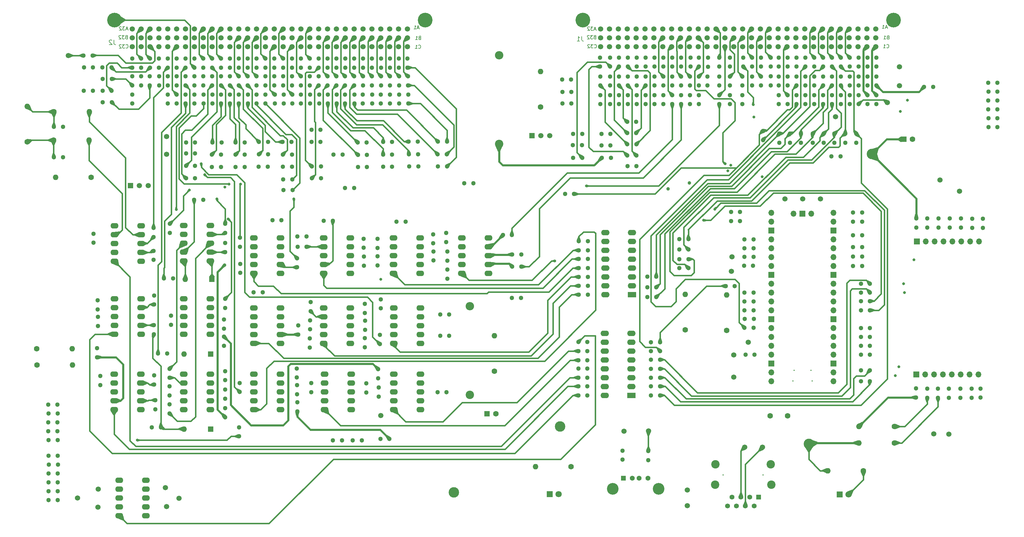
<source format=gbl>
%TF.GenerationSoftware,KiCad,Pcbnew,7.0.5*%
%TF.CreationDate,2025-02-05T20:03:36-05:00*%
%TF.ProjectId,selftest_bd,73656c66-7465-4737-945f-62642e6b6963,2.1*%
%TF.SameCoordinates,Original*%
%TF.FileFunction,Copper,L4,Bot*%
%TF.FilePolarity,Positive*%
%FSLAX46Y46*%
G04 Gerber Fmt 4.6, Leading zero omitted, Abs format (unit mm)*
G04 Created by KiCad (PCBNEW 7.0.5) date 2025-02-05 20:03:36*
%MOMM*%
%LPD*%
G01*
G04 APERTURE LIST*
%ADD10C,0.150000*%
%TA.AperFunction,NonConductor*%
%ADD11C,0.150000*%
%TD*%
%TA.AperFunction,ComponentPad*%
%ADD12C,1.300000*%
%TD*%
%TA.AperFunction,ComponentPad*%
%ADD13C,1.500000*%
%TD*%
%TA.AperFunction,ComponentPad*%
%ADD14R,1.800000X1.800000*%
%TD*%
%TA.AperFunction,ComponentPad*%
%ADD15C,1.800000*%
%TD*%
%TA.AperFunction,ComponentPad*%
%ADD16O,2.300000X1.600000*%
%TD*%
%TA.AperFunction,ComponentPad*%
%ADD17R,1.600000X1.600000*%
%TD*%
%TA.AperFunction,ComponentPad*%
%ADD18O,1.600000X1.600000*%
%TD*%
%TA.AperFunction,ComponentPad*%
%ADD19R,1.408000X1.408000*%
%TD*%
%TA.AperFunction,ComponentPad*%
%ADD20C,1.408000*%
%TD*%
%TA.AperFunction,ComponentPad*%
%ADD21C,2.400000*%
%TD*%
%TA.AperFunction,ComponentPad*%
%ADD22C,4.200000*%
%TD*%
%TA.AperFunction,ComponentPad*%
%ADD23C,1.600000*%
%TD*%
%TA.AperFunction,ComponentPad*%
%ADD24R,1.500000X1.500000*%
%TD*%
%TA.AperFunction,ComponentPad*%
%ADD25R,2.400000X1.600000*%
%TD*%
%TA.AperFunction,ComponentPad*%
%ADD26O,2.400000X1.600000*%
%TD*%
%TA.AperFunction,ComponentPad*%
%ADD27O,2.400000X2.400000*%
%TD*%
%TA.AperFunction,ComponentPad*%
%ADD28C,3.000000*%
%TD*%
%TA.AperFunction,ComponentPad*%
%ADD29R,1.428000X1.428000*%
%TD*%
%TA.AperFunction,ComponentPad*%
%ADD30C,1.428000*%
%TD*%
%TA.AperFunction,ComponentPad*%
%ADD31C,3.346000*%
%TD*%
%TA.AperFunction,ComponentPad*%
%ADD32R,1.700000X1.700000*%
%TD*%
%TA.AperFunction,ComponentPad*%
%ADD33O,1.700000X1.700000*%
%TD*%
%TA.AperFunction,ViaPad*%
%ADD34C,0.800000*%
%TD*%
%TA.AperFunction,ViaPad*%
%ADD35C,1.000000*%
%TD*%
%TA.AperFunction,Conductor*%
%ADD36C,0.400000*%
%TD*%
%TA.AperFunction,Conductor*%
%ADD37C,0.600000*%
%TD*%
%ADD38C,0.350000*%
G04 APERTURE END LIST*
D10*
D11*
X42262475Y-5215504D02*
X41786285Y-5215504D01*
X42357713Y-5501219D02*
X42024380Y-4501219D01*
X42024380Y-4501219D02*
X41691047Y-5501219D01*
X41452951Y-4501219D02*
X40833904Y-4501219D01*
X40833904Y-4501219D02*
X41167237Y-4882171D01*
X41167237Y-4882171D02*
X41024380Y-4882171D01*
X41024380Y-4882171D02*
X40929142Y-4929790D01*
X40929142Y-4929790D02*
X40881523Y-4977409D01*
X40881523Y-4977409D02*
X40833904Y-5072647D01*
X40833904Y-5072647D02*
X40833904Y-5310742D01*
X40833904Y-5310742D02*
X40881523Y-5405980D01*
X40881523Y-5405980D02*
X40929142Y-5453600D01*
X40929142Y-5453600D02*
X41024380Y-5501219D01*
X41024380Y-5501219D02*
X41310094Y-5501219D01*
X41310094Y-5501219D02*
X41405332Y-5453600D01*
X41405332Y-5453600D02*
X41452951Y-5405980D01*
X40452951Y-4596457D02*
X40405332Y-4548838D01*
X40405332Y-4548838D02*
X40310094Y-4501219D01*
X40310094Y-4501219D02*
X40071999Y-4501219D01*
X40071999Y-4501219D02*
X39976761Y-4548838D01*
X39976761Y-4548838D02*
X39929142Y-4596457D01*
X39929142Y-4596457D02*
X39881523Y-4691695D01*
X39881523Y-4691695D02*
X39881523Y-4786933D01*
X39881523Y-4786933D02*
X39929142Y-4929790D01*
X39929142Y-4929790D02*
X40500570Y-5501219D01*
X40500570Y-5501219D02*
X39881523Y-5501219D01*
D10*
D11*
X125631685Y-4910704D02*
X125155495Y-4910704D01*
X125726923Y-5196419D02*
X125393590Y-4196419D01*
X125393590Y-4196419D02*
X125060257Y-5196419D01*
X124203114Y-5196419D02*
X124774542Y-5196419D01*
X124488828Y-5196419D02*
X124488828Y-4196419D01*
X124488828Y-4196419D02*
X124584066Y-4339276D01*
X124584066Y-4339276D02*
X124679304Y-4434514D01*
X124679304Y-4434514D02*
X124774542Y-4482133D01*
D10*
D11*
X41902152Y-7498274D02*
X41759295Y-7545893D01*
X41759295Y-7545893D02*
X41711676Y-7593512D01*
X41711676Y-7593512D02*
X41664057Y-7688750D01*
X41664057Y-7688750D02*
X41664057Y-7831607D01*
X41664057Y-7831607D02*
X41711676Y-7926845D01*
X41711676Y-7926845D02*
X41759295Y-7974465D01*
X41759295Y-7974465D02*
X41854533Y-8022084D01*
X41854533Y-8022084D02*
X42235485Y-8022084D01*
X42235485Y-8022084D02*
X42235485Y-7022084D01*
X42235485Y-7022084D02*
X41902152Y-7022084D01*
X41902152Y-7022084D02*
X41806914Y-7069703D01*
X41806914Y-7069703D02*
X41759295Y-7117322D01*
X41759295Y-7117322D02*
X41711676Y-7212560D01*
X41711676Y-7212560D02*
X41711676Y-7307798D01*
X41711676Y-7307798D02*
X41759295Y-7403036D01*
X41759295Y-7403036D02*
X41806914Y-7450655D01*
X41806914Y-7450655D02*
X41902152Y-7498274D01*
X41902152Y-7498274D02*
X42235485Y-7498274D01*
X41330723Y-7022084D02*
X40711676Y-7022084D01*
X40711676Y-7022084D02*
X41045009Y-7403036D01*
X41045009Y-7403036D02*
X40902152Y-7403036D01*
X40902152Y-7403036D02*
X40806914Y-7450655D01*
X40806914Y-7450655D02*
X40759295Y-7498274D01*
X40759295Y-7498274D02*
X40711676Y-7593512D01*
X40711676Y-7593512D02*
X40711676Y-7831607D01*
X40711676Y-7831607D02*
X40759295Y-7926845D01*
X40759295Y-7926845D02*
X40806914Y-7974465D01*
X40806914Y-7974465D02*
X40902152Y-8022084D01*
X40902152Y-8022084D02*
X41187866Y-8022084D01*
X41187866Y-8022084D02*
X41283104Y-7974465D01*
X41283104Y-7974465D02*
X41330723Y-7926845D01*
X40330723Y-7117322D02*
X40283104Y-7069703D01*
X40283104Y-7069703D02*
X40187866Y-7022084D01*
X40187866Y-7022084D02*
X39949771Y-7022084D01*
X39949771Y-7022084D02*
X39854533Y-7069703D01*
X39854533Y-7069703D02*
X39806914Y-7117322D01*
X39806914Y-7117322D02*
X39759295Y-7212560D01*
X39759295Y-7212560D02*
X39759295Y-7307798D01*
X39759295Y-7307798D02*
X39806914Y-7450655D01*
X39806914Y-7450655D02*
X40378342Y-8022084D01*
X40378342Y-8022084D02*
X39759295Y-8022084D01*
D10*
D11*
X176247475Y-5291704D02*
X175771285Y-5291704D01*
X176342713Y-5577419D02*
X176009380Y-4577419D01*
X176009380Y-4577419D02*
X175676047Y-5577419D01*
X175437951Y-4577419D02*
X174818904Y-4577419D01*
X174818904Y-4577419D02*
X175152237Y-4958371D01*
X175152237Y-4958371D02*
X175009380Y-4958371D01*
X175009380Y-4958371D02*
X174914142Y-5005990D01*
X174914142Y-5005990D02*
X174866523Y-5053609D01*
X174866523Y-5053609D02*
X174818904Y-5148847D01*
X174818904Y-5148847D02*
X174818904Y-5386942D01*
X174818904Y-5386942D02*
X174866523Y-5482180D01*
X174866523Y-5482180D02*
X174914142Y-5529800D01*
X174914142Y-5529800D02*
X175009380Y-5577419D01*
X175009380Y-5577419D02*
X175295094Y-5577419D01*
X175295094Y-5577419D02*
X175390332Y-5529800D01*
X175390332Y-5529800D02*
X175437951Y-5482180D01*
X174437951Y-4672657D02*
X174390332Y-4625038D01*
X174390332Y-4625038D02*
X174295094Y-4577419D01*
X174295094Y-4577419D02*
X174056999Y-4577419D01*
X174056999Y-4577419D02*
X173961761Y-4625038D01*
X173961761Y-4625038D02*
X173914142Y-4672657D01*
X173914142Y-4672657D02*
X173866523Y-4767895D01*
X173866523Y-4767895D02*
X173866523Y-4863133D01*
X173866523Y-4863133D02*
X173914142Y-5005990D01*
X173914142Y-5005990D02*
X174485570Y-5577419D01*
X174485570Y-5577419D02*
X173866523Y-5577419D01*
D10*
D11*
X125490466Y-10663780D02*
X125538085Y-10711400D01*
X125538085Y-10711400D02*
X125680942Y-10759019D01*
X125680942Y-10759019D02*
X125776180Y-10759019D01*
X125776180Y-10759019D02*
X125919037Y-10711400D01*
X125919037Y-10711400D02*
X126014275Y-10616161D01*
X126014275Y-10616161D02*
X126061894Y-10520923D01*
X126061894Y-10520923D02*
X126109513Y-10330447D01*
X126109513Y-10330447D02*
X126109513Y-10187590D01*
X126109513Y-10187590D02*
X126061894Y-9997114D01*
X126061894Y-9997114D02*
X126014275Y-9901876D01*
X126014275Y-9901876D02*
X125919037Y-9806638D01*
X125919037Y-9806638D02*
X125776180Y-9759019D01*
X125776180Y-9759019D02*
X125680942Y-9759019D01*
X125680942Y-9759019D02*
X125538085Y-9806638D01*
X125538085Y-9806638D02*
X125490466Y-9854257D01*
X124538085Y-10759019D02*
X125109513Y-10759019D01*
X124823799Y-10759019D02*
X124823799Y-9759019D01*
X124823799Y-9759019D02*
X124919037Y-9901876D01*
X124919037Y-9901876D02*
X125014275Y-9997114D01*
X125014275Y-9997114D02*
X125109513Y-10044733D01*
D10*
D11*
X41765657Y-10543045D02*
X41813276Y-10590665D01*
X41813276Y-10590665D02*
X41956133Y-10638284D01*
X41956133Y-10638284D02*
X42051371Y-10638284D01*
X42051371Y-10638284D02*
X42194228Y-10590665D01*
X42194228Y-10590665D02*
X42289466Y-10495426D01*
X42289466Y-10495426D02*
X42337085Y-10400188D01*
X42337085Y-10400188D02*
X42384704Y-10209712D01*
X42384704Y-10209712D02*
X42384704Y-10066855D01*
X42384704Y-10066855D02*
X42337085Y-9876379D01*
X42337085Y-9876379D02*
X42289466Y-9781141D01*
X42289466Y-9781141D02*
X42194228Y-9685903D01*
X42194228Y-9685903D02*
X42051371Y-9638284D01*
X42051371Y-9638284D02*
X41956133Y-9638284D01*
X41956133Y-9638284D02*
X41813276Y-9685903D01*
X41813276Y-9685903D02*
X41765657Y-9733522D01*
X41432323Y-9638284D02*
X40813276Y-9638284D01*
X40813276Y-9638284D02*
X41146609Y-10019236D01*
X41146609Y-10019236D02*
X41003752Y-10019236D01*
X41003752Y-10019236D02*
X40908514Y-10066855D01*
X40908514Y-10066855D02*
X40860895Y-10114474D01*
X40860895Y-10114474D02*
X40813276Y-10209712D01*
X40813276Y-10209712D02*
X40813276Y-10447807D01*
X40813276Y-10447807D02*
X40860895Y-10543045D01*
X40860895Y-10543045D02*
X40908514Y-10590665D01*
X40908514Y-10590665D02*
X41003752Y-10638284D01*
X41003752Y-10638284D02*
X41289466Y-10638284D01*
X41289466Y-10638284D02*
X41384704Y-10590665D01*
X41384704Y-10590665D02*
X41432323Y-10543045D01*
X40432323Y-9733522D02*
X40384704Y-9685903D01*
X40384704Y-9685903D02*
X40289466Y-9638284D01*
X40289466Y-9638284D02*
X40051371Y-9638284D01*
X40051371Y-9638284D02*
X39956133Y-9685903D01*
X39956133Y-9685903D02*
X39908514Y-9733522D01*
X39908514Y-9733522D02*
X39860895Y-9828760D01*
X39860895Y-9828760D02*
X39860895Y-9923998D01*
X39860895Y-9923998D02*
X39908514Y-10066855D01*
X39908514Y-10066855D02*
X40479942Y-10638284D01*
X40479942Y-10638284D02*
X39860895Y-10638284D01*
D10*
D11*
X175937952Y-7492009D02*
X175795095Y-7539628D01*
X175795095Y-7539628D02*
X175747476Y-7587247D01*
X175747476Y-7587247D02*
X175699857Y-7682485D01*
X175699857Y-7682485D02*
X175699857Y-7825342D01*
X175699857Y-7825342D02*
X175747476Y-7920580D01*
X175747476Y-7920580D02*
X175795095Y-7968200D01*
X175795095Y-7968200D02*
X175890333Y-8015819D01*
X175890333Y-8015819D02*
X176271285Y-8015819D01*
X176271285Y-8015819D02*
X176271285Y-7015819D01*
X176271285Y-7015819D02*
X175937952Y-7015819D01*
X175937952Y-7015819D02*
X175842714Y-7063438D01*
X175842714Y-7063438D02*
X175795095Y-7111057D01*
X175795095Y-7111057D02*
X175747476Y-7206295D01*
X175747476Y-7206295D02*
X175747476Y-7301533D01*
X175747476Y-7301533D02*
X175795095Y-7396771D01*
X175795095Y-7396771D02*
X175842714Y-7444390D01*
X175842714Y-7444390D02*
X175937952Y-7492009D01*
X175937952Y-7492009D02*
X176271285Y-7492009D01*
X175366523Y-7015819D02*
X174747476Y-7015819D01*
X174747476Y-7015819D02*
X175080809Y-7396771D01*
X175080809Y-7396771D02*
X174937952Y-7396771D01*
X174937952Y-7396771D02*
X174842714Y-7444390D01*
X174842714Y-7444390D02*
X174795095Y-7492009D01*
X174795095Y-7492009D02*
X174747476Y-7587247D01*
X174747476Y-7587247D02*
X174747476Y-7825342D01*
X174747476Y-7825342D02*
X174795095Y-7920580D01*
X174795095Y-7920580D02*
X174842714Y-7968200D01*
X174842714Y-7968200D02*
X174937952Y-8015819D01*
X174937952Y-8015819D02*
X175223666Y-8015819D01*
X175223666Y-8015819D02*
X175318904Y-7968200D01*
X175318904Y-7968200D02*
X175366523Y-7920580D01*
X174366523Y-7111057D02*
X174318904Y-7063438D01*
X174318904Y-7063438D02*
X174223666Y-7015819D01*
X174223666Y-7015819D02*
X173985571Y-7015819D01*
X173985571Y-7015819D02*
X173890333Y-7063438D01*
X173890333Y-7063438D02*
X173842714Y-7111057D01*
X173842714Y-7111057D02*
X173795095Y-7206295D01*
X173795095Y-7206295D02*
X173795095Y-7301533D01*
X173795095Y-7301533D02*
X173842714Y-7444390D01*
X173842714Y-7444390D02*
X174414142Y-8015819D01*
X174414142Y-8015819D02*
X173795095Y-8015819D01*
D10*
D11*
X175801457Y-10536780D02*
X175849076Y-10584400D01*
X175849076Y-10584400D02*
X175991933Y-10632019D01*
X175991933Y-10632019D02*
X176087171Y-10632019D01*
X176087171Y-10632019D02*
X176230028Y-10584400D01*
X176230028Y-10584400D02*
X176325266Y-10489161D01*
X176325266Y-10489161D02*
X176372885Y-10393923D01*
X176372885Y-10393923D02*
X176420504Y-10203447D01*
X176420504Y-10203447D02*
X176420504Y-10060590D01*
X176420504Y-10060590D02*
X176372885Y-9870114D01*
X176372885Y-9870114D02*
X176325266Y-9774876D01*
X176325266Y-9774876D02*
X176230028Y-9679638D01*
X176230028Y-9679638D02*
X176087171Y-9632019D01*
X176087171Y-9632019D02*
X175991933Y-9632019D01*
X175991933Y-9632019D02*
X175849076Y-9679638D01*
X175849076Y-9679638D02*
X175801457Y-9727257D01*
X175468123Y-9632019D02*
X174849076Y-9632019D01*
X174849076Y-9632019D02*
X175182409Y-10012971D01*
X175182409Y-10012971D02*
X175039552Y-10012971D01*
X175039552Y-10012971D02*
X174944314Y-10060590D01*
X174944314Y-10060590D02*
X174896695Y-10108209D01*
X174896695Y-10108209D02*
X174849076Y-10203447D01*
X174849076Y-10203447D02*
X174849076Y-10441542D01*
X174849076Y-10441542D02*
X174896695Y-10536780D01*
X174896695Y-10536780D02*
X174944314Y-10584400D01*
X174944314Y-10584400D02*
X175039552Y-10632019D01*
X175039552Y-10632019D02*
X175325266Y-10632019D01*
X175325266Y-10632019D02*
X175420504Y-10584400D01*
X175420504Y-10584400D02*
X175468123Y-10536780D01*
X174468123Y-9727257D02*
X174420504Y-9679638D01*
X174420504Y-9679638D02*
X174325266Y-9632019D01*
X174325266Y-9632019D02*
X174087171Y-9632019D01*
X174087171Y-9632019D02*
X173991933Y-9679638D01*
X173991933Y-9679638D02*
X173944314Y-9727257D01*
X173944314Y-9727257D02*
X173896695Y-9822495D01*
X173896695Y-9822495D02*
X173896695Y-9917733D01*
X173896695Y-9917733D02*
X173944314Y-10060590D01*
X173944314Y-10060590D02*
X174515742Y-10632019D01*
X174515742Y-10632019D02*
X173896695Y-10632019D01*
D10*
D11*
X38304932Y-8327804D02*
X38304932Y-9256376D01*
X38304932Y-9256376D02*
X38366837Y-9442090D01*
X38366837Y-9442090D02*
X38490646Y-9565900D01*
X38490646Y-9565900D02*
X38676361Y-9627804D01*
X38676361Y-9627804D02*
X38800170Y-9627804D01*
X37747789Y-8451614D02*
X37685885Y-8389709D01*
X37685885Y-8389709D02*
X37562075Y-8327804D01*
X37562075Y-8327804D02*
X37252551Y-8327804D01*
X37252551Y-8327804D02*
X37128742Y-8389709D01*
X37128742Y-8389709D02*
X37066837Y-8451614D01*
X37066837Y-8451614D02*
X37004932Y-8575423D01*
X37004932Y-8575423D02*
X37004932Y-8699233D01*
X37004932Y-8699233D02*
X37066837Y-8884947D01*
X37066837Y-8884947D02*
X37809694Y-9627804D01*
X37809694Y-9627804D02*
X37004932Y-9627804D01*
D10*
D11*
X259616685Y-4758304D02*
X259140495Y-4758304D01*
X259711923Y-5044019D02*
X259378590Y-4044019D01*
X259378590Y-4044019D02*
X259045257Y-5044019D01*
X258188114Y-5044019D02*
X258759542Y-5044019D01*
X258473828Y-5044019D02*
X258473828Y-4044019D01*
X258473828Y-4044019D02*
X258569066Y-4186876D01*
X258569066Y-4186876D02*
X258664304Y-4282114D01*
X258664304Y-4282114D02*
X258759542Y-4329733D01*
D10*
D11*
X259475466Y-10511380D02*
X259523085Y-10559000D01*
X259523085Y-10559000D02*
X259665942Y-10606619D01*
X259665942Y-10606619D02*
X259761180Y-10606619D01*
X259761180Y-10606619D02*
X259904037Y-10559000D01*
X259904037Y-10559000D02*
X259999275Y-10463761D01*
X259999275Y-10463761D02*
X260046894Y-10368523D01*
X260046894Y-10368523D02*
X260094513Y-10178047D01*
X260094513Y-10178047D02*
X260094513Y-10035190D01*
X260094513Y-10035190D02*
X260046894Y-9844714D01*
X260046894Y-9844714D02*
X259999275Y-9749476D01*
X259999275Y-9749476D02*
X259904037Y-9654238D01*
X259904037Y-9654238D02*
X259761180Y-9606619D01*
X259761180Y-9606619D02*
X259665942Y-9606619D01*
X259665942Y-9606619D02*
X259523085Y-9654238D01*
X259523085Y-9654238D02*
X259475466Y-9701857D01*
X258523085Y-10606619D02*
X259094513Y-10606619D01*
X258808799Y-10606619D02*
X258808799Y-9606619D01*
X258808799Y-9606619D02*
X258904037Y-9749476D01*
X258904037Y-9749476D02*
X258999275Y-9844714D01*
X258999275Y-9844714D02*
X259094513Y-9892333D01*
D10*
D11*
X259815161Y-7568209D02*
X259672304Y-7615828D01*
X259672304Y-7615828D02*
X259624685Y-7663447D01*
X259624685Y-7663447D02*
X259577066Y-7758685D01*
X259577066Y-7758685D02*
X259577066Y-7901542D01*
X259577066Y-7901542D02*
X259624685Y-7996780D01*
X259624685Y-7996780D02*
X259672304Y-8044400D01*
X259672304Y-8044400D02*
X259767542Y-8092019D01*
X259767542Y-8092019D02*
X260148494Y-8092019D01*
X260148494Y-8092019D02*
X260148494Y-7092019D01*
X260148494Y-7092019D02*
X259815161Y-7092019D01*
X259815161Y-7092019D02*
X259719923Y-7139638D01*
X259719923Y-7139638D02*
X259672304Y-7187257D01*
X259672304Y-7187257D02*
X259624685Y-7282495D01*
X259624685Y-7282495D02*
X259624685Y-7377733D01*
X259624685Y-7377733D02*
X259672304Y-7472971D01*
X259672304Y-7472971D02*
X259719923Y-7520590D01*
X259719923Y-7520590D02*
X259815161Y-7568209D01*
X259815161Y-7568209D02*
X260148494Y-7568209D01*
X258624685Y-8092019D02*
X259196113Y-8092019D01*
X258910399Y-8092019D02*
X258910399Y-7092019D01*
X258910399Y-7092019D02*
X259005637Y-7234876D01*
X259005637Y-7234876D02*
X259100875Y-7330114D01*
X259100875Y-7330114D02*
X259196113Y-7377733D01*
D10*
D11*
X125830161Y-7720609D02*
X125687304Y-7768228D01*
X125687304Y-7768228D02*
X125639685Y-7815847D01*
X125639685Y-7815847D02*
X125592066Y-7911085D01*
X125592066Y-7911085D02*
X125592066Y-8053942D01*
X125592066Y-8053942D02*
X125639685Y-8149180D01*
X125639685Y-8149180D02*
X125687304Y-8196800D01*
X125687304Y-8196800D02*
X125782542Y-8244419D01*
X125782542Y-8244419D02*
X126163494Y-8244419D01*
X126163494Y-8244419D02*
X126163494Y-7244419D01*
X126163494Y-7244419D02*
X125830161Y-7244419D01*
X125830161Y-7244419D02*
X125734923Y-7292038D01*
X125734923Y-7292038D02*
X125687304Y-7339657D01*
X125687304Y-7339657D02*
X125639685Y-7434895D01*
X125639685Y-7434895D02*
X125639685Y-7530133D01*
X125639685Y-7530133D02*
X125687304Y-7625371D01*
X125687304Y-7625371D02*
X125734923Y-7672990D01*
X125734923Y-7672990D02*
X125830161Y-7720609D01*
X125830161Y-7720609D02*
X126163494Y-7720609D01*
X124639685Y-8244419D02*
X125211113Y-8244419D01*
X124925399Y-8244419D02*
X124925399Y-7244419D01*
X124925399Y-7244419D02*
X125020637Y-7387276D01*
X125020637Y-7387276D02*
X125115875Y-7482514D01*
X125115875Y-7482514D02*
X125211113Y-7530133D01*
D10*
D11*
X172184532Y-7307669D02*
X172184532Y-8236241D01*
X172184532Y-8236241D02*
X172246437Y-8421955D01*
X172246437Y-8421955D02*
X172370246Y-8545765D01*
X172370246Y-8545765D02*
X172555961Y-8607669D01*
X172555961Y-8607669D02*
X172679770Y-8607669D01*
X170884532Y-8607669D02*
X171627389Y-8607669D01*
X171255961Y-8607669D02*
X171255961Y-7307669D01*
X171255961Y-7307669D02*
X171379770Y-7493384D01*
X171379770Y-7493384D02*
X171503580Y-7617193D01*
X171503580Y-7617193D02*
X171627389Y-7679098D01*
D12*
%TO.P,NT78,1,1*%
%TO.N,CMOD_3*%
X205740200Y-26717200D03*
%TO.P,NT78,2,2*%
%TO.N,Net-(J1-PadC21)*%
X205740200Y-24117200D03*
%TD*%
%TO.P,NT113,1,1*%
%TO.N,Net-(J2-PadA13)*%
X91846600Y-13648665D03*
%TO.P,NT113,2,2*%
%TO.N,B30_H*%
X91846600Y-16248665D03*
%TD*%
%TO.P,NT188,1,1*%
%TO.N,B4_COM_H*%
X63959600Y-26548665D03*
%TO.P,NT188,2,2*%
%TO.N,Net-(J2-PadC24)*%
X63959600Y-23948665D03*
%TD*%
%TO.P,NT70,1,1*%
%TO.N,PR1_3*%
X243840200Y-26717200D03*
%TO.P,NT70,2,2*%
%TO.N,Net-(J1-PadC6)*%
X243840200Y-24117200D03*
%TD*%
%TO.P,NT40,1,1*%
%TO.N,PM1_IO0*%
X238760200Y-21383200D03*
%TO.P,NT40,2,2*%
%TO.N,Net-(J1-PadB8)*%
X238760200Y-18783200D03*
%TD*%
%TO.P,NT337,1,1*%
%TO.N,B20_L*%
X122859600Y-44548665D03*
%TO.P,NT337,2,2*%
%TO.N,B10_L*%
X125459600Y-44548665D03*
%TD*%
D13*
%TO.P,TP15,1,1*%
%TO.N,Net-(NT312-Pad2)*%
X215701800Y-98590000D03*
%TD*%
%TO.P,TP32,1,1*%
%TO.N,Net-(K17-Pad8)*%
X27923500Y-139564335D03*
%TD*%
D12*
%TO.P,NT296,1,1*%
%TO.N,USPI0_CLK*%
X254686000Y-98462200D03*
%TO.P,NT296,2,2*%
%TO.N,Net-(U1-GPIO2)*%
X252086000Y-98462200D03*
%TD*%
%TO.P,NT187,1,1*%
%TO.N,B4_COM_L*%
X66559600Y-26548665D03*
%TO.P,NT187,2,2*%
%TO.N,Net-(J2-PadC23)*%
X66559600Y-23948665D03*
%TD*%
%TO.P,NT4,1,1*%
%TO.N,PR_ADC1*%
X248920200Y-15964065D03*
%TO.P,NT4,2,2*%
%TO.N,Net-(J1-PadA4)*%
X248920200Y-13364065D03*
%TD*%
%TO.P,NT115,1,1*%
%TO.N,Net-(J2-PadA15)*%
X86765187Y-13648665D03*
%TO.P,NT115,2,2*%
%TO.N,B33_H*%
X86765187Y-16248665D03*
%TD*%
%TO.P,NT162,1,1*%
%TO.N,INST-*%
X48559600Y-21348665D03*
%TO.P,NT162,2,2*%
%TO.N,/Interface Connector/IT-*%
X48559600Y-18748665D03*
%TD*%
%TO.P,NT74,1,1*%
%TO.N,PCTRL*%
X233680200Y-26717200D03*
%TO.P,NT74,2,2*%
%TO.N,Net-(J1-PadC10)*%
X233680200Y-24117200D03*
%TD*%
D13*
%TO.P,TP5,1,1*%
%TO.N,Net-(NT67-Pad1)*%
X259639000Y-26230000D03*
%TD*%
D12*
%TO.P,NT276,1,1*%
%TO.N,PR1_3*%
X202717600Y-73666800D03*
%TO.P,NT276,2,2*%
%TO.N,Net-(U2-I4)*%
X200117600Y-73666800D03*
%TD*%
D14*
%TO.P,D4,1,K*%
%TO.N,GND*%
X163063200Y-138421800D03*
D15*
%TO.P,D4,2,A*%
%TO.N,Net-(D4-A)*%
X165603200Y-138421800D03*
%TD*%
D12*
%TO.P,NT361,1,1*%
%TO.N,Net-(K14-Pad7)*%
X74422200Y-67560400D03*
%TO.P,NT361,2,2*%
%TO.N,B2_COM_H*%
X74422200Y-64960400D03*
%TD*%
%TO.P,NT374,1,1*%
%TO.N,K2_LP_NO1*%
X185237800Y-38176065D03*
%TO.P,NT374,2,2*%
%TO.N,K1_LP_NC1*%
X187837800Y-38176065D03*
%TD*%
%TO.P,NT237,1,1*%
%TO.N,Net-(K7-Pad2)*%
X110115200Y-93726200D03*
%TO.P,NT237,2,2*%
%TO.N,Net-(K8-Pad3)*%
X110115200Y-96326200D03*
%TD*%
%TO.P,NT401,1,1*%
%TO.N,Net-(K10-Pad2)*%
X69828200Y-88398400D03*
%TO.P,NT401,2,2*%
%TO.N,PS1*%
X69828200Y-90998400D03*
%TD*%
%TO.P,NT239,1,1*%
%TO.N,Net-(K16-Pad2)*%
X121772400Y-60367600D03*
%TO.P,NT239,2,2*%
%TO.N,VM1*%
X119172400Y-60367600D03*
%TD*%
%TO.P,NT260,1,1*%
%TO.N,PR0_6*%
X247641200Y-37784065D03*
%TO.P,NT260,2,2*%
%TO.N,PR1_6*%
X247641200Y-35184065D03*
%TD*%
%TO.P,NT130,1,1*%
%TO.N,/Interface Connector/SH1-*%
X48644022Y-13648665D03*
%TO.P,NT130,2,2*%
%TO.N,SCOPE_CH1-*%
X48644022Y-16248665D03*
%TD*%
%TO.P,NT125,1,1*%
%TO.N,Net-(J2-PadA25)*%
X61351077Y-13648665D03*
%TO.P,NT125,2,2*%
%TO.N,Earth*%
X61351077Y-16248665D03*
%TD*%
D13*
%TO.P,TP23,1,1*%
%TO.N,Net-(J3-Pad8)*%
X202387400Y-141774600D03*
%TD*%
%TO.P,TP40,1,1*%
%TO.N,USB_GND*%
X191313000Y-120337000D03*
%TD*%
D12*
%TO.P,NT62,1,1*%
%TO.N,K2_LP_NC1*%
X182880200Y-21383200D03*
%TO.P,NT62,2,2*%
%TO.N,Net-(J1-PadB30)*%
X182880200Y-18783200D03*
%TD*%
%TO.P,NT61,1,1*%
%TO.N,K2_LP_NO2*%
X185420200Y-21383200D03*
%TO.P,NT61,2,2*%
%TO.N,Net-(J1-PadB29)*%
X185420200Y-18783200D03*
%TD*%
%TO.P,NT145,1,1*%
%TO.N,Net-(J2-PadB13)*%
X91851005Y-18748665D03*
%TO.P,NT145,2,2*%
%TO.N,B31_H*%
X91851005Y-21348665D03*
%TD*%
%TO.P,NT320,1,1*%
%TO.N,Net-(U1-GPIO22)*%
X215981000Y-78808000D03*
%TO.P,NT320,2,2*%
%TO.N,PK17*%
X213381000Y-78808000D03*
%TD*%
%TO.P,NT19,1,1*%
%TO.N,SERIAL_RX*%
X211582200Y-15964065D03*
%TO.P,NT19,2,2*%
%TO.N,Net-(J1-PadA19)*%
X211582200Y-13364065D03*
%TD*%
%TO.P,NT229,1,1*%
%TO.N,GND*%
X29739600Y-16178665D03*
%TO.P,NT229,2,2*%
%TO.N,Net-(NT227-Pad2)*%
X32339600Y-16178665D03*
%TD*%
%TO.P,NT268,1,1*%
%TO.N,PR1_2*%
X193552800Y-76115600D03*
%TO.P,NT268,2,2*%
%TO.N,Net-(U2-I3)*%
X190952800Y-76115600D03*
%TD*%
%TO.P,NT87,1,1*%
%TO.N,K3_HP_C2*%
X182831200Y-26717200D03*
%TO.P,NT87,2,2*%
%TO.N,Net-(J1-PadC30)*%
X182831200Y-24117200D03*
%TD*%
%TO.P,NT396,1,1*%
%TO.N,Net-(J6-Pin_2)*%
X271120600Y-62074000D03*
%TO.P,NT396,2,2*%
%TO.N,CMOD_1*%
X271120600Y-59474000D03*
%TD*%
D16*
%TO.P,K16,1*%
%TO.N,VCC*%
X125948400Y-75221600D03*
%TO.P,K16,2*%
%TO.N,Net-(K16-Pad2)*%
X125948400Y-72681600D03*
%TO.P,K16,3*%
%TO.N,Net-(K16-Pad3)*%
X125948400Y-70141600D03*
%TO.P,K16,4*%
%TO.N,Net-(K16-Pad4)*%
X125948400Y-67601600D03*
%TO.P,K16,5*%
%TO.N,N/C*%
X125948400Y-65061600D03*
%TO.P,K16,6*%
X118328400Y-65061600D03*
%TO.P,K16,7*%
%TO.N,Net-(K16-Pad7)*%
X118328400Y-67601600D03*
%TO.P,K16,8*%
%TO.N,Net-(K16-Pad8)*%
X118328400Y-70141600D03*
%TO.P,K16,9*%
%TO.N,Net-(K16-Pad9)*%
X118328400Y-72681600D03*
%TO.P,K16,10*%
%TO.N,Net-(K16-Pad10)*%
X118328400Y-75221600D03*
%TD*%
D12*
%TO.P,NT336,1,1*%
%TO.N,SSR1_POS*%
X187888600Y-44449865D03*
%TO.P,NT336,2,2*%
%TO.N,PS4*%
X185288600Y-44449865D03*
%TD*%
%TO.P,NT36,1,1*%
%TO.N,DAC_VOUT*%
X248920200Y-21383200D03*
%TO.P,NT36,2,2*%
%TO.N,Net-(J1-PadB4)*%
X248920200Y-18783200D03*
%TD*%
%TO.P,NT63,1,1*%
%TO.N,K2_LP_C1*%
X180331200Y-21383200D03*
%TO.P,NT63,2,2*%
%TO.N,Net-(J1-PadB31)*%
X180331200Y-18783200D03*
%TD*%
%TO.P,NT331,1,1*%
%TO.N,B15_H*%
X117959600Y-37548665D03*
%TO.P,NT331,2,2*%
%TO.N,B25_H*%
X115359600Y-37548665D03*
%TD*%
D13*
%TO.P,TP35,1,1*%
%TO.N,Net-(K17-Pad9)*%
X33723500Y-142164335D03*
%TD*%
D12*
%TO.P,NT126,1,1*%
%TO.N,OC1_OUT*%
X58849600Y-16248665D03*
%TO.P,NT126,2,2*%
%TO.N,Net-(J2-PadA26)*%
X58849600Y-13648665D03*
%TD*%
%TO.P,NT215,1,1*%
%TO.N,Net-(K1-Pad8)*%
X133742200Y-68921800D03*
%TO.P,NT215,2,2*%
%TO.N,GND*%
X133742200Y-71521800D03*
%TD*%
D16*
%TO.P,K4,1*%
%TO.N,VCC*%
X126015200Y-114226200D03*
%TO.P,K4,2*%
%TO.N,Net-(K4-Pad2)*%
X126015200Y-111686200D03*
%TO.P,K4,3*%
%TO.N,Net-(K4-Pad3)*%
X126015200Y-109146200D03*
%TO.P,K4,4*%
%TO.N,Net-(K4-Pad4)*%
X126015200Y-106606200D03*
%TO.P,K4,5*%
%TO.N,N/C*%
X126015200Y-104066200D03*
%TO.P,K4,6*%
X118395200Y-104066200D03*
%TO.P,K4,7*%
%TO.N,Net-(K4-Pad7)*%
X118395200Y-106606200D03*
%TO.P,K4,8*%
%TO.N,Net-(K4-Pad8)*%
X118395200Y-109146200D03*
%TO.P,K4,9*%
%TO.N,Net-(K4-Pad9)*%
X118395200Y-111686200D03*
%TO.P,K4,10*%
%TO.N,Net-(K4-Pad10)*%
X118395200Y-114226200D03*
%TD*%
D12*
%TO.P,NT315,1,1*%
%TO.N,Net-(NT315-Pad1)*%
X218757210Y-70463210D03*
%TO.P,NT315,2,2*%
%TO.N,Net-(U1-GPIO20)*%
X221357210Y-70463210D03*
%TD*%
%TO.P,NT335,1,1*%
%TO.N,B3_COM_L*%
X89439600Y-51358665D03*
%TO.P,NT335,2,2*%
%TO.N,PS9*%
X86839600Y-51358665D03*
%TD*%
%TO.P,NT5,1,1*%
%TO.N,PR1_7*%
X246380200Y-15964065D03*
%TO.P,NT5,2,2*%
%TO.N,Net-(J1-PadA5)*%
X246380200Y-13364065D03*
%TD*%
%TO.P,NT55,1,1*%
%TO.N,JTAG_TCK*%
X200660200Y-21383200D03*
%TO.P,NT55,2,2*%
%TO.N,Net-(J1-PadB23)*%
X200660200Y-18783200D03*
%TD*%
%TO.P,NT417,1,1*%
%TO.N,Net-(K12-Pad7)*%
X54337600Y-63610600D03*
%TO.P,NT417,2,2*%
%TO.N,PS10*%
X54337600Y-61010600D03*
%TD*%
%TO.P,NT386,1,1*%
%TO.N,Net-(J5-Pin_6)*%
X283767800Y-108245000D03*
%TO.P,NT386,2,2*%
%TO.N,Net-(NT386-Pad2)*%
X283767800Y-110845000D03*
%TD*%
%TO.P,NT122,1,1*%
%TO.N,Net-(J2-PadA22)*%
X68975310Y-13648665D03*
%TO.P,NT122,2,2*%
%TO.N,B43_L*%
X68975310Y-16248665D03*
%TD*%
%TO.P,NT291,1,1*%
%TO.N,Net-(U2-O6)*%
X173958600Y-68581800D03*
%TO.P,NT291,2,2*%
%TO.N,Net-(K16-Pad10)*%
X171358600Y-68581800D03*
%TD*%
%TO.P,NT269,1,1*%
%TO.N,PR1_4*%
X202717600Y-71096800D03*
%TO.P,NT269,2,2*%
%TO.N,Net-(U2-I5)*%
X200117600Y-71096800D03*
%TD*%
%TO.P,NT403,1,1*%
%TO.N,Net-(K10-Pad9)*%
X54661000Y-89887000D03*
%TO.P,NT403,2,2*%
%TO.N,PS3*%
X54661000Y-87287000D03*
%TD*%
%TO.P,NT137,1,1*%
%TO.N,Net-(J2-PadB5)*%
X112166600Y-18748665D03*
%TO.P,NT137,2,2*%
%TO.N,B17_H*%
X112166600Y-21348665D03*
%TD*%
%TO.P,NT117,1,1*%
%TO.N,Net-(J2-PadA17)*%
X81682365Y-13648665D03*
%TO.P,NT117,2,2*%
%TO.N,B36_H*%
X81682365Y-16248665D03*
%TD*%
%TO.P,NT302,1,1*%
%TO.N,SERIAL_RTS*%
X252457210Y-60363210D03*
%TO.P,NT302,2,2*%
%TO.N,Net-(U1-GPIO14)*%
X249857210Y-60363210D03*
%TD*%
%TO.P,NT333,1,1*%
%TO.N,B17_H*%
X97559600Y-47948665D03*
%TO.P,NT333,2,2*%
%TO.N,B27_H*%
X94959600Y-47948665D03*
%TD*%
%TO.P,NT283,1,1*%
%TO.N,Net-(U2-O5)*%
X173958600Y-71081800D03*
%TO.P,NT283,2,2*%
%TO.N,Net-(K15-Pad10)*%
X171358600Y-71081800D03*
%TD*%
%TO.P,NT102,1,1*%
%TO.N,Net-(J2-PadA2)*%
X119859600Y-13648665D03*
%TO.P,NT102,2,2*%
%TO.N,B10_L*%
X119859600Y-16248665D03*
%TD*%
%TO.P,NT319,1,1*%
%TO.N,/pico/I2C_ID0*%
X218757210Y-83263210D03*
%TO.P,NT319,2,2*%
%TO.N,Net-(U1-GPIO26_ADC0)*%
X221357210Y-83263210D03*
%TD*%
D17*
%TO.P,D1,1,K*%
%TO.N,VCC*%
X66025200Y-98276200D03*
D18*
%TO.P,D1,2,A*%
%TO.N,VM2*%
X58405200Y-98276200D03*
%TD*%
D19*
%TO.P,J3,1,1*%
%TO.N,ETH_TX+*%
X222859800Y-139310800D03*
D20*
%TO.P,J3,2,2*%
%TO.N,ETH_TX-*%
X221589800Y-141850800D03*
%TO.P,J3,3,3*%
%TO.N,ETH_RX+*%
X220319800Y-139310800D03*
%TO.P,J3,4,4*%
%TO.N,Net-(J3-Pad4)*%
X219049800Y-141850800D03*
%TO.P,J3,5,5*%
%TO.N,Net-(J3-Pad5)*%
X217779800Y-139310800D03*
%TO.P,J3,6,6*%
%TO.N,ETH_RX-*%
X216509800Y-141850800D03*
%TO.P,J3,7,7*%
%TO.N,Net-(J3-Pad7)*%
X215239800Y-139310800D03*
%TO.P,J3,8,8*%
%TO.N,Net-(J3-Pad8)*%
X213969800Y-141850800D03*
D21*
%TO.P,J3,S1,SHIELD*%
%TO.N,Earth*%
X226439800Y-135710800D03*
X226329800Y-129910800D03*
%TO.P,J3,S2,SHIELD*%
X210499800Y-129910800D03*
X210389800Y-135710800D03*
%TD*%
D12*
%TO.P,NT116,1,1*%
%TO.N,Net-(J2-PadA16)*%
X84223776Y-13648665D03*
%TO.P,NT116,2,2*%
%TO.N,B33_L*%
X84223776Y-16248665D03*
%TD*%
%TO.P,NT1,1,1*%
%TO.N,PWR_RES_H*%
X256540200Y-15964065D03*
%TO.P,NT1,2,2*%
%TO.N,Net-(J1-PadA1)*%
X256540200Y-13364065D03*
%TD*%
%TO.P,NT329,1,1*%
%TO.N,B13_H*%
X117959600Y-44648665D03*
%TO.P,NT329,2,2*%
%TO.N,B23_H*%
X115359600Y-44648665D03*
%TD*%
D13*
%TO.P,J2,A1,A1*%
%TO.N,Net-(J2-PadA1)*%
X122352000Y-5165335D03*
%TO.P,J2,A2,A2*%
%TO.N,Net-(J2-PadA2)*%
X119812000Y-5165335D03*
%TO.P,J2,A3,A3*%
%TO.N,Net-(J2-PadA3)*%
X117272000Y-5165335D03*
%TO.P,J2,A4,A4*%
%TO.N,Net-(J2-PadA4)*%
X114732000Y-5165335D03*
%TO.P,J2,A5,A5*%
%TO.N,Net-(J2-PadA5)*%
X112192000Y-5165335D03*
%TO.P,J2,A6,A6*%
%TO.N,Net-(J2-PadA6)*%
X109652000Y-5165335D03*
%TO.P,J2,A7,A7*%
%TO.N,Net-(J2-PadA7)*%
X107112000Y-5165335D03*
%TO.P,J2,A8,A8*%
%TO.N,Net-(J2-PadA8)*%
X104572000Y-5165335D03*
%TO.P,J2,A9,A9*%
%TO.N,Net-(J2-PadA9)*%
X102032000Y-5165335D03*
%TO.P,J2,A10,A10*%
%TO.N,Net-(J2-PadA10)*%
X99492000Y-5165335D03*
%TO.P,J2,A11,A11*%
%TO.N,Net-(J2-PadA11)*%
X96952000Y-5165335D03*
%TO.P,J2,A12,A12*%
%TO.N,Net-(J2-PadA12)*%
X94412000Y-5165335D03*
%TO.P,J2,A13,A13*%
%TO.N,Net-(J2-PadA13)*%
X91872000Y-5165335D03*
%TO.P,J2,A14,A14*%
%TO.N,Net-(J2-PadA14)*%
X89332000Y-5165335D03*
%TO.P,J2,A15,A15*%
%TO.N,Net-(J2-PadA15)*%
X86792000Y-5165335D03*
%TO.P,J2,A16,A16*%
%TO.N,Net-(J2-PadA16)*%
X84252000Y-5165335D03*
%TO.P,J2,A17,A17*%
%TO.N,Net-(J2-PadA17)*%
X81712000Y-5165335D03*
%TO.P,J2,A18,A18*%
%TO.N,Net-(J2-PadA18)*%
X79172000Y-5165335D03*
%TO.P,J2,A19,A19*%
%TO.N,Net-(J2-PadA19)*%
X76632000Y-5165335D03*
%TO.P,J2,A20,A20*%
%TO.N,Net-(J2-PadA20)*%
X74092000Y-5165335D03*
%TO.P,J2,A21,A21*%
%TO.N,Net-(J2-PadA21)*%
X71552000Y-5165335D03*
%TO.P,J2,A22,A22*%
%TO.N,Net-(J2-PadA22)*%
X69012000Y-5165335D03*
%TO.P,J2,A23,A23*%
%TO.N,Net-(J2-PadA23)*%
X66472000Y-5165335D03*
%TO.P,J2,A24,A24*%
%TO.N,Net-(J2-PadA24)*%
X63932000Y-5165335D03*
%TO.P,J2,A25,A25*%
%TO.N,Net-(J2-PadA25)*%
X61392000Y-5165335D03*
%TO.P,J2,A26,A26*%
%TO.N,Net-(J2-PadA26)*%
X58852000Y-5165335D03*
%TO.P,J2,A27,A27*%
%TO.N,Net-(J2-PadA27)*%
X56312000Y-5165335D03*
%TO.P,J2,A28,A28*%
%TO.N,Net-(J2-PadA28)*%
X53772000Y-5165335D03*
%TO.P,J2,A29,A29*%
%TO.N,/Interface Connector/SH1+*%
X51232000Y-5165335D03*
%TO.P,J2,A30,A30*%
%TO.N,/Interface Connector/SH1-*%
X48692000Y-5165335D03*
%TO.P,J2,A31,A31*%
%TO.N,/Interface Connector/SH2+*%
X46152000Y-5165335D03*
%TO.P,J2,A32,A32*%
%TO.N,/Interface Connector/SH2-*%
X43612000Y-5165335D03*
%TO.P,J2,B1,B1*%
%TO.N,Net-(J2-PadB1)*%
X122352000Y-7705335D03*
%TO.P,J2,B2,B2*%
%TO.N,Net-(J2-PadB2)*%
X119812000Y-7705335D03*
%TO.P,J2,B3,B3*%
%TO.N,Net-(J2-PadB3)*%
X117272000Y-7705335D03*
%TO.P,J2,B4,B4*%
%TO.N,Net-(J2-PadB4)*%
X114732000Y-7705335D03*
%TO.P,J2,B5,B5*%
%TO.N,Net-(J2-PadB5)*%
X112192000Y-7705335D03*
%TO.P,J2,B6,B6*%
%TO.N,Net-(J2-PadB6)*%
X109652000Y-7705335D03*
%TO.P,J2,B7,B7*%
%TO.N,Net-(J2-PadB7)*%
X107112000Y-7705335D03*
%TO.P,J2,B8,B8*%
%TO.N,Net-(J2-PadB8)*%
X104572000Y-7705335D03*
%TO.P,J2,B9,B9*%
%TO.N,Net-(J2-PadB9)*%
X102032000Y-7705335D03*
%TO.P,J2,B10,B10*%
%TO.N,Net-(J2-PadB10)*%
X99492000Y-7705335D03*
%TO.P,J2,B11,B11*%
%TO.N,Net-(J2-PadB11)*%
X96952000Y-7705335D03*
%TO.P,J2,B12,B12*%
%TO.N,Net-(J2-PadB12)*%
X94412000Y-7705335D03*
%TO.P,J2,B13,B13*%
%TO.N,Net-(J2-PadB13)*%
X91872000Y-7705335D03*
%TO.P,J2,B14,B14*%
%TO.N,Net-(J2-PadB14)*%
X89332000Y-7705335D03*
%TO.P,J2,B15,B15*%
%TO.N,Net-(J2-PadB15)*%
X86792000Y-7705335D03*
%TO.P,J2,B16,B16*%
%TO.N,Net-(J2-PadB16)*%
X84252000Y-7705335D03*
%TO.P,J2,B17,B17*%
%TO.N,Net-(J2-PadB17)*%
X81712000Y-7705335D03*
%TO.P,J2,B18,B18*%
%TO.N,Net-(J2-PadB18)*%
X79172000Y-7705335D03*
%TO.P,J2,B19,B19*%
%TO.N,Net-(J2-PadB19)*%
X76632000Y-7705335D03*
%TO.P,J2,B20,B20*%
%TO.N,Net-(J2-PadB20)*%
X74092000Y-7705335D03*
%TO.P,J2,B21,B21*%
%TO.N,Net-(J2-PadB21)*%
X71552000Y-7705335D03*
%TO.P,J2,B22,B22*%
%TO.N,Net-(J2-PadB22)*%
X69012000Y-7705335D03*
%TO.P,J2,B23,B23*%
%TO.N,Net-(J2-PadB23)*%
X66472000Y-7705335D03*
%TO.P,J2,B24,B24*%
%TO.N,Net-(J2-PadB24)*%
X63932000Y-7705335D03*
%TO.P,J2,B25,B25*%
%TO.N,Net-(J2-PadB25)*%
X61392000Y-7705335D03*
%TO.P,J2,B26,B26*%
%TO.N,Net-(J2-PadB26)*%
X58852000Y-7705335D03*
%TO.P,J2,B27,B27*%
%TO.N,Net-(J2-PadB27)*%
X56312000Y-7705335D03*
%TO.P,J2,B28,B28*%
%TO.N,Net-(J2-PadB28)*%
X53772000Y-7705335D03*
%TO.P,J2,B29,B29*%
%TO.N,/Interface Connector/IT+*%
X51232000Y-7705335D03*
%TO.P,J2,B30,B30*%
%TO.N,/Interface Connector/IT-*%
X48692000Y-7705335D03*
%TO.P,J2,B31,B31*%
%TO.N,/Interface Connector/W+*%
X46152000Y-7705335D03*
%TO.P,J2,B32,B32*%
%TO.N,/Interface Connector/W-*%
X43612000Y-7705335D03*
%TO.P,J2,C1,C1*%
%TO.N,Net-(J2-PadC1)*%
X122352000Y-10245335D03*
%TO.P,J2,C2,C2*%
%TO.N,Net-(J2-PadC2)*%
X119812000Y-10245335D03*
%TO.P,J2,C3,C3*%
%TO.N,Net-(J2-PadC3)*%
X117272000Y-10245335D03*
%TO.P,J2,C4,C4*%
%TO.N,Net-(J2-PadC4)*%
X114732000Y-10245335D03*
%TO.P,J2,C5,C5*%
%TO.N,Net-(J2-PadC5)*%
X112192000Y-10245335D03*
%TO.P,J2,C6,C6*%
%TO.N,Net-(J2-PadC6)*%
X109652000Y-10245335D03*
%TO.P,J2,C7,C7*%
%TO.N,Net-(J2-PadC7)*%
X107112000Y-10245335D03*
%TO.P,J2,C8,C8*%
%TO.N,Net-(J2-PadC8)*%
X104572000Y-10245335D03*
%TO.P,J2,C9,C9*%
%TO.N,Net-(J2-PadC9)*%
X102032000Y-10245335D03*
%TO.P,J2,C10,C10*%
%TO.N,Net-(J2-PadC10)*%
X99492000Y-10245335D03*
%TO.P,J2,C11,C11*%
%TO.N,Net-(J2-PadC11)*%
X96952000Y-10245335D03*
%TO.P,J2,C12,C12*%
%TO.N,Net-(J2-PadC12)*%
X94412000Y-10245335D03*
%TO.P,J2,C13,C13*%
%TO.N,Net-(J2-PadC13)*%
X91872000Y-10245335D03*
%TO.P,J2,C14,C14*%
%TO.N,Net-(J2-PadC14)*%
X89332000Y-10245335D03*
%TO.P,J2,C15,C15*%
%TO.N,Net-(J2-PadC15)*%
X86792000Y-10245335D03*
%TO.P,J2,C16,C16*%
%TO.N,Net-(J2-PadC16)*%
X84252000Y-10245335D03*
%TO.P,J2,C17,C17*%
%TO.N,Net-(J2-PadC17)*%
X81712000Y-10245335D03*
%TO.P,J2,C18,C18*%
%TO.N,Net-(J2-PadC18)*%
X79172000Y-10245335D03*
%TO.P,J2,C19,C19*%
%TO.N,Net-(J2-PadC19)*%
X76632000Y-10245335D03*
%TO.P,J2,C20,C20*%
%TO.N,Net-(J2-PadC20)*%
X74092000Y-10245335D03*
%TO.P,J2,C21,C21*%
%TO.N,Net-(J2-PadC21)*%
X71552000Y-10245335D03*
%TO.P,J2,C22,C22*%
%TO.N,Net-(J2-PadC22)*%
X69012000Y-10245335D03*
%TO.P,J2,C23,C23*%
%TO.N,Net-(J2-PadC23)*%
X66472000Y-10245335D03*
%TO.P,J2,C24,C24*%
%TO.N,Net-(J2-PadC24)*%
X63932000Y-10245335D03*
%TO.P,J2,C25,C25*%
%TO.N,Net-(J2-PadC25)*%
X61392000Y-10245335D03*
%TO.P,J2,C26,C26*%
%TO.N,Net-(J2-PadC26)*%
X58852000Y-10245335D03*
%TO.P,J2,C27,C27*%
%TO.N,Net-(J2-PadC27)*%
X56312000Y-10245335D03*
%TO.P,J2,C28,C28*%
%TO.N,Net-(J2-PadC28)*%
X53772000Y-10245335D03*
%TO.P,J2,C29,C29*%
%TO.N,GND*%
X51232000Y-10245335D03*
%TO.P,J2,C30,C30*%
%TO.N,Net-(J2-PadC30)*%
X48692000Y-10245335D03*
%TO.P,J2,C31,C31*%
%TO.N,GND*%
X46152000Y-10245335D03*
%TO.P,J2,C32,C32*%
%TO.N,Net-(J2-PadC32)*%
X43612000Y-10245335D03*
D22*
%TO.P,J2,MH1,MH1*%
%TO.N,Earth*%
X127432000Y-2625335D03*
%TO.P,J2,MH2,MH2*%
X38532000Y-2625335D03*
%TD*%
D12*
%TO.P,NT238,1,1*%
%TO.N,Net-(K7-Pad4)*%
X110115200Y-86526200D03*
%TO.P,NT238,2,2*%
%TO.N,Net-(K8-Pad8)*%
X110115200Y-83926200D03*
%TD*%
%TO.P,NT325,1,1*%
%TO.N,B3_COM_H*%
X89369600Y-48278665D03*
%TO.P,NT325,2,2*%
%TO.N,PS10*%
X86769600Y-48278665D03*
%TD*%
%TO.P,NT128,1,1*%
%TO.N,Net-(J2-PadA28)*%
X53726844Y-13648665D03*
%TO.P,NT128,2,2*%
%TO.N,DVM_H*%
X53726844Y-16248665D03*
%TD*%
%TO.P,NT21,1,1*%
%TO.N,CMOD_1*%
X205740200Y-15964065D03*
%TO.P,NT21,2,2*%
%TO.N,Net-(J1-PadA21)*%
X205740200Y-13364065D03*
%TD*%
%TO.P,NT342,1,1*%
%TO.N,B25_L*%
X108059600Y-37648665D03*
%TO.P,NT342,2,2*%
%TO.N,B15_L*%
X110659600Y-37648665D03*
%TD*%
%TO.P,NT221,1,1*%
%TO.N,Net-(K3-Pad3)*%
X131695600Y-86975400D03*
%TO.P,NT221,2,2*%
%TO.N,Net-(NT221-Pad2)*%
X134295600Y-86975400D03*
%TD*%
%TO.P,NT140,1,1*%
%TO.N,Net-(J2-PadB8)*%
X104459600Y-18748665D03*
%TO.P,NT140,2,2*%
%TO.N,B21_L*%
X104459600Y-21348665D03*
%TD*%
%TO.P,NT73,1,1*%
%TO.N,PS1_IO9*%
X236220200Y-26717200D03*
%TO.P,NT73,2,2*%
%TO.N,Net-(J1-PadC9)*%
X236220200Y-24117200D03*
%TD*%
%TO.P,NT81,1,1*%
%TO.N,PS1_OUT_HI2*%
X198120200Y-26717200D03*
%TO.P,NT81,2,2*%
%TO.N,Net-(J1-PadC24)*%
X198120200Y-24117200D03*
%TD*%
D13*
%TO.P,TP2,1,1*%
%TO.N,Net-(NT8-Pad1)*%
X244811200Y-30294000D03*
%TD*%
D12*
%TO.P,NT124,1,1*%
%TO.N,Net-(J2-PadA24)*%
X63892488Y-13648665D03*
%TO.P,NT124,2,2*%
%TO.N,B46_L*%
X63892488Y-16248665D03*
%TD*%
%TO.P,NT198,1,1*%
%TO.N,unconnected-(NT198-Pad1)*%
X288509600Y-28185800D03*
%TO.P,NT198,2,2*%
%TO.N,unconnected-(NT198-Pad2)*%
X291109600Y-28185800D03*
%TD*%
%TO.P,NT196,1,1*%
%TO.N,unconnected-(NT196-Pad1)*%
X288569600Y-23105800D03*
%TO.P,NT196,2,2*%
%TO.N,unconnected-(NT196-Pad2)*%
X291169600Y-23105800D03*
%TD*%
%TO.P,NT158,1,1*%
%TO.N,OC2_OUT*%
X58859600Y-21348665D03*
%TO.P,NT158,2,2*%
%TO.N,Net-(J2-PadB26)*%
X58859600Y-18748665D03*
%TD*%
%TO.P,NT383,1,1*%
%TO.N,PS3*%
X169743800Y-42087665D03*
%TO.P,NT383,2,2*%
%TO.N,K1_LP_C2*%
X172343800Y-42087665D03*
%TD*%
D13*
%TO.P,TP11,1,1*%
%TO.N,Net-(U1-SWDIO)*%
X230391400Y-53826600D03*
%TD*%
%TO.P,TP9,1,1*%
%TO.N,Net-(NT193-Pad2)*%
X25269600Y-12818665D03*
%TD*%
D12*
%TO.P,NT99,1,1*%
%TO.N,unconnected-(NT99-Pad1)*%
X19634400Y-137583600D03*
%TO.P,NT99,2,2*%
%TO.N,unconnected-(NT99-Pad2)*%
X22234400Y-137583600D03*
%TD*%
%TO.P,NT66,1,1*%
%TO.N,CUR_SENS_L*%
X254000200Y-26717200D03*
%TO.P,NT66,2,2*%
%TO.N,Net-(J1-PadC2)*%
X254000200Y-24117200D03*
%TD*%
%TO.P,NT20,1,1*%
%TO.N,USB_GND*%
X208331000Y-15996265D03*
%TO.P,NT20,2,2*%
%TO.N,Net-(J1-PadA20)*%
X208331000Y-13396265D03*
%TD*%
%TO.P,NT264,1,1*%
%TO.N,VM3*%
X51765200Y-119276200D03*
%TO.P,NT264,2,2*%
%TO.N,OC2_OUT*%
X49165200Y-119276200D03*
%TD*%
%TO.P,NT141,1,1*%
%TO.N,Net-(J2-PadB9)*%
X102006600Y-18748665D03*
%TO.P,NT141,2,2*%
%TO.N,B24_H*%
X102006600Y-21348665D03*
%TD*%
%TO.P,NT75,1,1*%
%TO.N,PR0_5*%
X231140200Y-26717200D03*
%TO.P,NT75,2,2*%
%TO.N,Net-(J1-PadC11)*%
X231140200Y-24117200D03*
%TD*%
%TO.P,NT249,1,1*%
%TO.N,Net-(K8-Pad7)*%
X54280000Y-107530800D03*
%TO.P,NT249,2,2*%
%TO.N,Net-(K11-Pad8)*%
X54280000Y-110130800D03*
%TD*%
%TO.P,NT67,1,1*%
%TO.N,Net-(NT67-Pad1)*%
X251460200Y-26717200D03*
%TO.P,NT67,2,2*%
%TO.N,Net-(J1-PadC3)*%
X251460200Y-24117200D03*
%TD*%
%TO.P,NT150,1,1*%
%TO.N,Net-(J2-PadB18)*%
X79156530Y-18748665D03*
%TO.P,NT150,2,2*%
%TO.N,B37_L*%
X79156530Y-21348665D03*
%TD*%
%TO.P,NT163,1,1*%
%TO.N,/Interface Connector/W+*%
X46150895Y-18748665D03*
%TO.P,NT163,2,2*%
%TO.N,AWG+*%
X46150895Y-21348665D03*
%TD*%
%TO.P,NT54,1,1*%
%TO.N,GND*%
X203200200Y-21383200D03*
%TO.P,NT54,2,2*%
%TO.N,Net-(J1-PadB22)*%
X203200200Y-18783200D03*
%TD*%
%TO.P,NT371,1,1*%
%TO.N,PS6*%
X93451400Y-64634800D03*
%TO.P,NT371,2,2*%
%TO.N,VM5*%
X90851400Y-64634800D03*
%TD*%
%TO.P,NT82,1,1*%
%TO.N,PS1_OUT_LO1*%
X195580200Y-26717200D03*
%TO.P,NT82,2,2*%
%TO.N,Net-(J1-PadC25)*%
X195580200Y-24117200D03*
%TD*%
%TO.P,NT109,1,1*%
%TO.N,Net-(J2-PadA9)*%
X102006600Y-13648665D03*
%TO.P,NT109,2,2*%
%TO.N,B23_H*%
X102006600Y-16248665D03*
%TD*%
%TO.P,NT152,1,1*%
%TO.N,Net-(J2-PadB20)*%
X74066600Y-18748665D03*
%TO.P,NT152,2,2*%
%TO.N,B41_L*%
X74066600Y-21348665D03*
%TD*%
D23*
%TO.P,R9,1*%
%TO.N,I2C_SDA*%
X261671000Y-123766000D03*
D18*
%TO.P,R9,2*%
%TO.N,ST_3V3*%
X251511000Y-123766000D03*
%TD*%
D12*
%TO.P,NT197,1,1*%
%TO.N,unconnected-(NT197-Pad1)*%
X288509600Y-25645800D03*
%TO.P,NT197,2,2*%
%TO.N,unconnected-(NT197-Pad2)*%
X291109600Y-25645800D03*
%TD*%
%TO.P,NT132,1,1*%
%TO.N,SCOPE_CH2-*%
X43599600Y-16248665D03*
%TO.P,NT132,2,2*%
%TO.N,/Interface Connector/SH2-*%
X43599600Y-13648665D03*
%TD*%
%TO.P,NT310,1,1*%
%TO.N,SERIAL_CTS*%
X252457210Y-57763210D03*
%TO.P,NT310,2,2*%
%TO.N,Net-(U1-GPIO15)*%
X249857210Y-57763210D03*
%TD*%
%TO.P,NT324,1,1*%
%TO.N,Net-(U1-AGND)*%
X221437000Y-88273000D03*
%TO.P,NT324,2,2*%
%TO.N,GND*%
X218837000Y-88273000D03*
%TD*%
D23*
%TO.P,R1,1*%
%TO.N,Net-(K4-Pad2)*%
X147215200Y-103186200D03*
D18*
%TO.P,R1,2*%
%TO.N,Net-(NT220-Pad2)*%
X147215200Y-93026200D03*
%TD*%
D12*
%TO.P,NT85,1,1*%
%TO.N,SSR1_NEG*%
X187960200Y-26717200D03*
%TO.P,NT85,2,2*%
%TO.N,Net-(J1-PadC28)*%
X187960200Y-24117200D03*
%TD*%
%TO.P,NT96,1,1*%
%TO.N,unconnected-(NT96-Pad1)*%
X19694400Y-129963600D03*
%TO.P,NT96,2,2*%
%TO.N,unconnected-(NT96-Pad2)*%
X22294400Y-129963600D03*
%TD*%
%TO.P,NT364,1,1*%
%TO.N,B41_L*%
X79859600Y-41048665D03*
%TO.P,NT364,2,2*%
%TO.N,B31_L*%
X82459600Y-41048665D03*
%TD*%
%TO.P,NT411,1,1*%
%TO.N,Net-(NT227-Pad2)*%
X35049600Y-16218665D03*
%TO.P,NT411,2,2*%
%TO.N,SCOPE_CH1-*%
X37649600Y-16218665D03*
%TD*%
%TO.P,NT155,1,1*%
%TO.N,Net-(J2-PadB23)*%
X66462055Y-18748665D03*
%TO.P,NT155,2,2*%
%TO.N,B47_H*%
X66462055Y-21348665D03*
%TD*%
%TO.P,NT194,1,1*%
%TO.N,Net-(J2-PadC32)*%
X43586600Y-23948665D03*
%TO.P,NT194,2,2*%
%TO.N,DVM_I*%
X43586600Y-26548665D03*
%TD*%
%TO.P,NT266,1,1*%
%TO.N,PFLAG*%
X170007000Y-52442800D03*
%TO.P,NT266,2,2*%
%TO.N,DVM_TRIG*%
X167407000Y-52442800D03*
%TD*%
%TO.P,NT397,1,1*%
%TO.N,Net-(J6-Pin_4)*%
X277520600Y-62074000D03*
%TO.P,NT397,2,2*%
%TO.N,CMOD_3*%
X277520600Y-59474000D03*
%TD*%
%TO.P,NT382,1,1*%
%TO.N,PS2*%
X166561200Y-19664065D03*
%TO.P,NT382,2,2*%
%TO.N,K1_LP_C1*%
X169161200Y-19664065D03*
%TD*%
%TO.P,NT53,1,1*%
%TO.N,CMOD_2*%
X205740200Y-21383200D03*
%TO.P,NT53,2,2*%
%TO.N,Net-(J1-PadB21)*%
X205740200Y-18783200D03*
%TD*%
%TO.P,NT23,1,1*%
%TO.N,GND*%
X200660200Y-15964065D03*
%TO.P,NT23,2,2*%
%TO.N,Net-(J1-PadA23)*%
X200660200Y-13364065D03*
%TD*%
%TO.P,NT385,1,1*%
%TO.N,CMOD_5*%
X277267800Y-110845000D03*
%TO.P,NT385,2,2*%
%TO.N,Net-(J5-Pin_4)*%
X277267800Y-108245000D03*
%TD*%
%TO.P,NT91,1,1*%
%TO.N,unconnected-(NT91-Pad1)*%
X19609000Y-115307800D03*
%TO.P,NT91,2,2*%
%TO.N,unconnected-(NT91-Pad2)*%
X22209000Y-115307800D03*
%TD*%
%TO.P,NT272,1,1*%
%TO.N,PM1_IO0*%
X194636200Y-105051600D03*
%TO.P,NT272,2,2*%
%TO.N,Net-(U3-I3)*%
X192036200Y-105051600D03*
%TD*%
%TO.P,NT64,1,1*%
%TO.N,K2_LP_NO1*%
X177531200Y-21383200D03*
%TO.P,NT64,2,2*%
%TO.N,Net-(J1-PadB32)*%
X177531200Y-18783200D03*
%TD*%
%TO.P,NT344,1,1*%
%TO.N,B27_L*%
X94859600Y-37548665D03*
%TO.P,NT344,2,2*%
%TO.N,B17_L*%
X97459600Y-37548665D03*
%TD*%
%TO.P,NT8,1,1*%
%TO.N,Net-(NT8-Pad1)*%
X238760200Y-15964065D03*
%TO.P,NT8,2,2*%
%TO.N,Net-(J1-PadA8)*%
X238760200Y-13364065D03*
%TD*%
D23*
%TO.P,R7,1*%
%TO.N,Net-(NT212-Pad2)*%
X21056800Y-37050400D03*
D18*
%TO.P,R7,2*%
%TO.N,Net-(K6-Pad7)*%
X31216800Y-37050400D03*
%TD*%
D16*
%TO.P,K17,1*%
%TO.N,VCC*%
X47513500Y-144654335D03*
%TO.P,K17,2*%
%TO.N,Net-(K17-Pad2)*%
X47513500Y-142114335D03*
%TO.P,K17,3*%
%TO.N,Net-(K17-Pad3)*%
X47513500Y-139574335D03*
%TO.P,K17,4*%
%TO.N,Net-(K17-Pad4)*%
X47513500Y-137034335D03*
%TO.P,K17,5*%
%TO.N,N/C*%
X47513500Y-134494335D03*
%TO.P,K17,6*%
X39893500Y-134494335D03*
%TO.P,K17,7*%
%TO.N,Net-(K17-Pad7)*%
X39893500Y-137034335D03*
%TO.P,K17,8*%
%TO.N,Net-(K17-Pad8)*%
X39893500Y-139574335D03*
%TO.P,K17,9*%
%TO.N,Net-(K17-Pad9)*%
X39893500Y-142114335D03*
%TO.P,K17,10*%
%TO.N,Net-(K17-Pad10)*%
X39893500Y-144654335D03*
%TD*%
D12*
%TO.P,NT357,1,1*%
%TO.N,/Relay_test/PRES*%
X177831200Y-38574065D03*
%TO.P,NT357,2,2*%
%TO.N,K3_HP_C1*%
X180431200Y-38574065D03*
%TD*%
%TO.P,NT25,1,1*%
%TO.N,GND*%
X195580200Y-15964065D03*
%TO.P,NT25,2,2*%
%TO.N,Net-(J1-PadA25)*%
X195580200Y-13364065D03*
%TD*%
D13*
%TO.P,TP4,1,1*%
%TO.N,Net-(NT159-Pad2)*%
X53391000Y-36009000D03*
%TD*%
%TO.P,J1,A1,A1*%
%TO.N,Net-(J1-PadA1)*%
X256387800Y-5165335D03*
%TO.P,J1,A2,A2*%
%TO.N,Net-(J1-PadA2)*%
X253847800Y-5165335D03*
%TO.P,J1,A3,A3*%
%TO.N,Net-(J1-PadA3)*%
X251307800Y-5165335D03*
%TO.P,J1,A4,A4*%
%TO.N,Net-(J1-PadA4)*%
X248767800Y-5165335D03*
%TO.P,J1,A5,A5*%
%TO.N,Net-(J1-PadA5)*%
X246227800Y-5165335D03*
%TO.P,J1,A6,A6*%
%TO.N,Net-(J1-PadA6)*%
X243687800Y-5165335D03*
%TO.P,J1,A7,A7*%
%TO.N,Net-(J1-PadA7)*%
X241147800Y-5165335D03*
%TO.P,J1,A8,A8*%
%TO.N,Net-(J1-PadA8)*%
X238607800Y-5165335D03*
%TO.P,J1,A9,A9*%
%TO.N,Net-(J1-PadA9)*%
X236067800Y-5165335D03*
%TO.P,J1,A10,A10*%
%TO.N,Net-(J1-PadA10)*%
X233527800Y-5165335D03*
%TO.P,J1,A11,A11*%
%TO.N,Net-(J1-PadA11)*%
X230987800Y-5165335D03*
%TO.P,J1,A12,A12*%
%TO.N,Net-(J1-PadA12)*%
X228447800Y-5165335D03*
%TO.P,J1,A13,A13*%
%TO.N,Net-(J1-PadA13)*%
X225907800Y-5165335D03*
%TO.P,J1,A14,A14*%
%TO.N,Net-(J1-PadA14)*%
X223367800Y-5165335D03*
%TO.P,J1,A15,A15*%
%TO.N,Net-(J1-PadA15)*%
X220827800Y-5165335D03*
%TO.P,J1,A16,A16*%
%TO.N,Net-(J1-PadA16)*%
X218287800Y-5165335D03*
%TO.P,J1,A17,A17*%
%TO.N,Net-(J1-PadA17)*%
X215747800Y-5165335D03*
%TO.P,J1,A18,A18*%
%TO.N,Net-(J1-PadA18)*%
X213207800Y-5165335D03*
%TO.P,J1,A19,A19*%
%TO.N,Net-(J1-PadA19)*%
X210667800Y-5165335D03*
%TO.P,J1,A20,A20*%
%TO.N,Net-(J1-PadA20)*%
X208127800Y-5165335D03*
%TO.P,J1,A21,A21*%
%TO.N,Net-(J1-PadA21)*%
X205587800Y-5165335D03*
%TO.P,J1,A22,A22*%
%TO.N,Net-(J1-PadA22)*%
X203047800Y-5165335D03*
%TO.P,J1,A23,A23*%
%TO.N,Net-(J1-PadA23)*%
X200507800Y-5165335D03*
%TO.P,J1,A24,A24*%
%TO.N,Net-(J1-PadA24)*%
X197967800Y-5165335D03*
%TO.P,J1,A25,A25*%
%TO.N,Net-(J1-PadA25)*%
X195427800Y-5165335D03*
%TO.P,J1,A26,A26*%
%TO.N,Net-(J1-PadA26)*%
X192887800Y-5165335D03*
%TO.P,J1,A27,A27*%
%TO.N,Net-(J1-PadA27)*%
X190347800Y-5165335D03*
%TO.P,J1,A28,A28*%
%TO.N,Net-(J1-PadA28)*%
X187807800Y-5165335D03*
%TO.P,J1,A29,A29*%
%TO.N,Net-(J1-PadA29)*%
X185267800Y-5165335D03*
%TO.P,J1,A30,A30*%
%TO.N,Net-(J1-PadA30)*%
X182727800Y-5165335D03*
%TO.P,J1,A31,A31*%
%TO.N,Net-(J1-PadA31)*%
X180187800Y-5165335D03*
%TO.P,J1,A32,A32*%
%TO.N,Net-(J1-PadA32)*%
X177647800Y-5165335D03*
%TO.P,J1,B1,B1*%
%TO.N,Net-(J1-PadB1)*%
X256387800Y-7705335D03*
%TO.P,J1,B2,B2*%
%TO.N,Net-(J1-PadB2)*%
X253847800Y-7705335D03*
%TO.P,J1,B3,B3*%
%TO.N,Net-(J1-PadB3)*%
X251307800Y-7705335D03*
%TO.P,J1,B4,B4*%
%TO.N,Net-(J1-PadB4)*%
X248767800Y-7705335D03*
%TO.P,J1,B5,B5*%
%TO.N,Net-(J1-PadB5)*%
X246227800Y-7705335D03*
%TO.P,J1,B6,B6*%
%TO.N,Net-(J1-PadB6)*%
X243687800Y-7705335D03*
%TO.P,J1,B7,B7*%
%TO.N,Net-(J1-PadB7)*%
X241147800Y-7705335D03*
%TO.P,J1,B8,B8*%
%TO.N,Net-(J1-PadB8)*%
X238607800Y-7705335D03*
%TO.P,J1,B9,B9*%
%TO.N,Net-(J1-PadB9)*%
X236067800Y-7705335D03*
%TO.P,J1,B10,B10*%
%TO.N,Net-(J1-PadB10)*%
X233527800Y-7705335D03*
%TO.P,J1,B11,B11*%
%TO.N,Net-(J1-PadB11)*%
X230987800Y-7705335D03*
%TO.P,J1,B12,B12*%
%TO.N,Net-(J1-PadB12)*%
X228447800Y-7705335D03*
%TO.P,J1,B13,B13*%
%TO.N,Net-(J1-PadB13)*%
X225907800Y-7705335D03*
%TO.P,J1,B14,B14*%
%TO.N,Net-(J1-PadB14)*%
X223367800Y-7705335D03*
%TO.P,J1,B15,B15*%
%TO.N,Net-(J1-PadB15)*%
X220827800Y-7705335D03*
%TO.P,J1,B16,B16*%
%TO.N,Net-(J1-PadB16)*%
X218287800Y-7705335D03*
%TO.P,J1,B17,B17*%
%TO.N,Net-(J1-PadB17)*%
X215747800Y-7705335D03*
%TO.P,J1,B18,B18*%
%TO.N,Net-(J1-PadB18)*%
X213207800Y-7705335D03*
%TO.P,J1,B19,B19*%
%TO.N,Net-(J1-PadB19)*%
X210667800Y-7705335D03*
%TO.P,J1,B20,B20*%
%TO.N,Net-(J1-PadB20)*%
X208127800Y-7705335D03*
%TO.P,J1,B21,B21*%
%TO.N,Net-(J1-PadB21)*%
X205587800Y-7705335D03*
%TO.P,J1,B22,B22*%
%TO.N,Net-(J1-PadB22)*%
X203047800Y-7705335D03*
%TO.P,J1,B23,B23*%
%TO.N,Net-(J1-PadB23)*%
X200507800Y-7705335D03*
%TO.P,J1,B24,B24*%
%TO.N,Net-(J1-PadB24)*%
X197967800Y-7705335D03*
%TO.P,J1,B25,B25*%
%TO.N,Net-(J1-PadB25)*%
X195427800Y-7705335D03*
%TO.P,J1,B26,B26*%
%TO.N,Net-(J1-PadB26)*%
X192887800Y-7705335D03*
%TO.P,J1,B27,B27*%
%TO.N,Net-(J1-PadB27)*%
X190347800Y-7705335D03*
%TO.P,J1,B28,B28*%
%TO.N,Net-(J1-PadB28)*%
X187807800Y-7705335D03*
%TO.P,J1,B29,B29*%
%TO.N,Net-(J1-PadB29)*%
X185267800Y-7705335D03*
%TO.P,J1,B30,B30*%
%TO.N,Net-(J1-PadB30)*%
X182727800Y-7705335D03*
%TO.P,J1,B31,B31*%
%TO.N,Net-(J1-PadB31)*%
X180187800Y-7705335D03*
%TO.P,J1,B32,B32*%
%TO.N,Net-(J1-PadB32)*%
X177647800Y-7705335D03*
%TO.P,J1,C1,C1*%
%TO.N,Net-(J1-PadC1)*%
X256387800Y-10245335D03*
%TO.P,J1,C2,C2*%
%TO.N,Net-(J1-PadC2)*%
X253847800Y-10245335D03*
%TO.P,J1,C3,C3*%
%TO.N,Net-(J1-PadC3)*%
X251307800Y-10245335D03*
%TO.P,J1,C4,C4*%
%TO.N,Net-(J1-PadC4)*%
X248767800Y-10245335D03*
%TO.P,J1,C5,C5*%
%TO.N,Net-(J1-PadC5)*%
X246227800Y-10245335D03*
%TO.P,J1,C6,C6*%
%TO.N,Net-(J1-PadC6)*%
X243687800Y-10245335D03*
%TO.P,J1,C7,C7*%
%TO.N,Net-(J1-PadC7)*%
X241147800Y-10245335D03*
%TO.P,J1,C8,C8*%
%TO.N,Net-(J1-PadC8)*%
X238607800Y-10245335D03*
%TO.P,J1,C9,C9*%
%TO.N,Net-(J1-PadC9)*%
X236067800Y-10245335D03*
%TO.P,J1,C10,C10*%
%TO.N,Net-(J1-PadC10)*%
X233527800Y-10245335D03*
%TO.P,J1,C11,C11*%
%TO.N,Net-(J1-PadC11)*%
X230987800Y-10245335D03*
%TO.P,J1,C12,C12*%
%TO.N,Net-(J1-PadC12)*%
X228447800Y-10245335D03*
%TO.P,J1,C13,C13*%
%TO.N,ETH_TX+*%
X225907800Y-10245335D03*
%TO.P,J1,C14,C14*%
%TO.N,ETH_TX-*%
X223367800Y-10245335D03*
%TO.P,J1,C15,C15*%
%TO.N,GND*%
X220827800Y-10245335D03*
%TO.P,J1,C16,C16*%
%TO.N,ETH_RX+*%
X218287800Y-10245335D03*
%TO.P,J1,C17,C17*%
%TO.N,ETH_RX-*%
X215747800Y-10245335D03*
%TO.P,J1,C18,C18*%
%TO.N,Net-(J1-PadC18)*%
X213207800Y-10245335D03*
%TO.P,J1,C19,C19*%
%TO.N,USB_D+*%
X210667800Y-10245335D03*
%TO.P,J1,C20,C20*%
%TO.N,USB_D-*%
X208127800Y-10245335D03*
%TO.P,J1,C21,C21*%
%TO.N,Net-(J1-PadC21)*%
X205587800Y-10245335D03*
%TO.P,J1,C22,C22*%
%TO.N,Net-(J1-PadC22)*%
X203047800Y-10245335D03*
%TO.P,J1,C23,C23*%
%TO.N,Net-(J1-PadC23)*%
X200507800Y-10245335D03*
%TO.P,J1,C24,C24*%
%TO.N,Net-(J1-PadC24)*%
X197967800Y-10245335D03*
%TO.P,J1,C25,C25*%
%TO.N,Net-(J1-PadC25)*%
X195427800Y-10245335D03*
%TO.P,J1,C26,C26*%
%TO.N,Net-(J1-PadC26)*%
X192887800Y-10245335D03*
%TO.P,J1,C27,C27*%
%TO.N,Net-(J1-PadC27)*%
X190347800Y-10245335D03*
%TO.P,J1,C28,C28*%
%TO.N,Net-(J1-PadC28)*%
X187807800Y-10245335D03*
%TO.P,J1,C29,C29*%
%TO.N,Net-(J1-PadC29)*%
X185267800Y-10245335D03*
%TO.P,J1,C30,C30*%
%TO.N,Net-(J1-PadC30)*%
X182727800Y-10245335D03*
%TO.P,J1,C31,C31*%
%TO.N,Net-(J1-PadC31)*%
X180187800Y-10245335D03*
%TO.P,J1,C32,C32*%
%TO.N,Net-(J1-PadC32)*%
X177647800Y-10245335D03*
D22*
%TO.P,J1,MH1,MH1*%
%TO.N,Earth*%
X261467800Y-2625335D03*
%TO.P,J1,MH2,MH2*%
X172567800Y-2625335D03*
%TD*%
D13*
%TO.P,TP14,1,1*%
%TO.N,Net-(U1-VBUS)*%
X215701800Y-104889200D03*
%TD*%
D16*
%TO.P,K14,1*%
%TO.N,VCC*%
X86015200Y-75196200D03*
%TO.P,K14,2*%
%TO.N,Net-(K14-Pad2)*%
X86015200Y-72656200D03*
%TO.P,K14,3*%
%TO.N,Net-(K14-Pad3)*%
X86015200Y-70116200D03*
%TO.P,K14,4*%
%TO.N,Net-(K14-Pad4)*%
X86015200Y-67576200D03*
%TO.P,K14,5*%
%TO.N,N/C*%
X86015200Y-65036200D03*
%TO.P,K14,6*%
X78395200Y-65036200D03*
%TO.P,K14,7*%
%TO.N,Net-(K14-Pad7)*%
X78395200Y-67576200D03*
%TO.P,K14,8*%
%TO.N,GND*%
X78395200Y-70116200D03*
%TO.P,K14,9*%
%TO.N,Net-(K14-Pad9)*%
X78395200Y-72656200D03*
%TO.P,K14,10*%
%TO.N,Net-(K14-Pad10)*%
X78395200Y-75196200D03*
%TD*%
D12*
%TO.P,NT119,1,1*%
%TO.N,Net-(J2-PadA19)*%
X76599543Y-13648665D03*
%TO.P,NT119,2,2*%
%TO.N,B40_H*%
X76599543Y-16248665D03*
%TD*%
%TO.P,NT339,1,1*%
%TO.N,B22_L*%
X122659600Y-37448665D03*
%TO.P,NT339,2,2*%
%TO.N,B12_L*%
X125259600Y-37448665D03*
%TD*%
%TO.P,NT147,1,1*%
%TO.N,Net-(J2-PadB15)*%
X86773215Y-18748665D03*
%TO.P,NT147,2,2*%
%TO.N,B34_H*%
X86773215Y-21348665D03*
%TD*%
D24*
%TO.P,U4,1,GND*%
%TO.N,GND*%
X157988200Y-35708600D03*
D13*
%TO.P,U4,2,SIO*%
%TO.N,1W_J1*%
X160528200Y-35708600D03*
%TO.P,U4,3*%
%TO.N,N/C*%
X163068200Y-35708600D03*
%TD*%
D12*
%TO.P,NT400,1,1*%
%TO.N,DIG_PWR_IN*%
X246283200Y-41698600D03*
%TO.P,NT400,2,2*%
%TO.N,ST_3V3*%
X243683200Y-41698600D03*
%TD*%
%TO.P,NT405,1,1*%
%TO.N,Net-(K11-Pad2)*%
X70155000Y-113792000D03*
%TO.P,NT405,2,2*%
%TO.N,PS5*%
X70155000Y-116392000D03*
%TD*%
%TO.P,NT217,1,1*%
%TO.N,Net-(NT217-Pad1)*%
X90779800Y-70857800D03*
%TO.P,NT217,2,2*%
%TO.N,Net-(K14-Pad2)*%
X90779800Y-73457800D03*
%TD*%
%TO.P,NT136,1,1*%
%TO.N,Net-(J2-PadB4)*%
X114759600Y-18748665D03*
%TO.P,NT136,2,2*%
%TO.N,B14_L*%
X114759600Y-21348665D03*
%TD*%
%TO.P,NT79,1,1*%
%TO.N,CMOD_4*%
X203200200Y-26717200D03*
%TO.P,NT79,2,2*%
%TO.N,Net-(J1-PadC22)*%
X203200200Y-24117200D03*
%TD*%
%TO.P,NT242,1,1*%
%TO.N,Net-(K16-Pad7)*%
X113741400Y-67916000D03*
%TO.P,NT242,2,2*%
%TO.N,Net-(K9-Pad8)*%
X113741400Y-65316000D03*
%TD*%
%TO.P,NT372,1,1*%
%TO.N,K2_LP_NC1*%
X185187000Y-31775265D03*
%TO.P,NT372,2,2*%
%TO.N,K1_LP_NO1*%
X187787000Y-31775265D03*
%TD*%
%TO.P,NT375,1,1*%
%TO.N,K2_LP_NO2*%
X187812400Y-41401865D03*
%TO.P,NT375,2,2*%
%TO.N,K1_LP_NC2*%
X185212400Y-41401865D03*
%TD*%
%TO.P,NT135,1,1*%
%TO.N,Net-(J2-PadB3)*%
X117359600Y-18748665D03*
%TO.P,NT135,2,2*%
%TO.N,B14_H*%
X117359600Y-21348665D03*
%TD*%
D25*
%TO.P,U2,1,I1*%
%TO.N,Net-(U2-I1)*%
X186588600Y-81271800D03*
D26*
%TO.P,U2,2,I2*%
%TO.N,Net-(U2-I2)*%
X186588600Y-78731800D03*
%TO.P,U2,3,I3*%
%TO.N,Net-(U2-I3)*%
X186588600Y-76191800D03*
%TO.P,U2,4,I4*%
%TO.N,Net-(U2-I4)*%
X186588600Y-73651800D03*
%TO.P,U2,5,I5*%
%TO.N,Net-(U2-I5)*%
X186588600Y-71111800D03*
%TO.P,U2,6,I6*%
%TO.N,Net-(U2-I6)*%
X186588600Y-68571800D03*
%TO.P,U2,7,I7*%
%TO.N,Net-(U2-I7)*%
X186588600Y-66031800D03*
%TO.P,U2,8,GND*%
%TO.N,GND*%
X186588600Y-63491800D03*
%TO.P,U2,9,COM*%
%TO.N,VCC*%
X178968600Y-63491800D03*
%TO.P,U2,10,O7*%
%TO.N,Net-(U2-O7)*%
X178968600Y-66031800D03*
%TO.P,U2,11,O6*%
%TO.N,Net-(U2-O6)*%
X178968600Y-68571800D03*
%TO.P,U2,12,O5*%
%TO.N,Net-(U2-O5)*%
X178968600Y-71111800D03*
%TO.P,U2,13,O4*%
%TO.N,Net-(U2-O4)*%
X178968600Y-73651800D03*
%TO.P,U2,14,O3*%
%TO.N,Net-(U2-O3)*%
X178968600Y-76191800D03*
%TO.P,U2,15,O2*%
%TO.N,Net-(U2-O2)*%
X178968600Y-78731800D03*
%TO.P,U2,16,O1*%
%TO.N,Net-(U2-O1)*%
X178968600Y-81271800D03*
%TD*%
D12*
%TO.P,NT408,1,1*%
%TO.N,Net-(K11-Pad7)*%
X54280000Y-105101600D03*
%TO.P,NT408,2,2*%
%TO.N,Net-(K12-Pad8)*%
X54280000Y-102501600D03*
%TD*%
%TO.P,NT298,1,1*%
%TO.N,I2C_SDA*%
X254686000Y-85762200D03*
%TO.P,NT298,2,2*%
%TO.N,Net-(U1-GPIO6)*%
X252086000Y-85762200D03*
%TD*%
%TO.P,NT107,1,1*%
%TO.N,Net-(J2-PadA7)*%
X107039600Y-13648665D03*
%TO.P,NT107,2,2*%
%TO.N,B20_H*%
X107039600Y-16248665D03*
%TD*%
%TO.P,NT317,1,1*%
%TO.N,JTAG_TDI*%
X214905000Y-57599000D03*
%TO.P,NT317,2,2*%
%TO.N,Net-(U1-GPIO16)*%
X217505000Y-57599000D03*
%TD*%
D25*
%TO.P,U3,1,I1*%
%TO.N,Net-(U3-I1)*%
X186436200Y-110151600D03*
D26*
%TO.P,U3,2,I2*%
%TO.N,Net-(U3-I2)*%
X186436200Y-107611600D03*
%TO.P,U3,3,I3*%
%TO.N,Net-(U3-I3)*%
X186436200Y-105071600D03*
%TO.P,U3,4,I4*%
%TO.N,Net-(U3-I4)*%
X186436200Y-102531600D03*
%TO.P,U3,5,I5*%
%TO.N,Net-(U3-I5)*%
X186436200Y-99991600D03*
%TO.P,U3,6,I6*%
%TO.N,Net-(U3-I6)*%
X186436200Y-97451600D03*
%TO.P,U3,7,I7*%
%TO.N,Net-(U3-I7)*%
X186436200Y-94911600D03*
%TO.P,U3,8,GND*%
%TO.N,GND*%
X186436200Y-92371600D03*
%TO.P,U3,9,COM*%
%TO.N,VCC*%
X178816200Y-92371600D03*
%TO.P,U3,10,O7*%
%TO.N,Net-(U3-O7)*%
X178816200Y-94911600D03*
%TO.P,U3,11,O6*%
%TO.N,Net-(U3-O6)*%
X178816200Y-97451600D03*
%TO.P,U3,12,O5*%
%TO.N,Net-(U3-O5)*%
X178816200Y-99991600D03*
%TO.P,U3,13,O4*%
%TO.N,Net-(U3-O4)*%
X178816200Y-102531600D03*
%TO.P,U3,14,O3*%
%TO.N,Net-(U3-O3)*%
X178816200Y-105071600D03*
%TO.P,U3,15,O2*%
%TO.N,Net-(U3-O2)*%
X178816200Y-107611600D03*
%TO.P,U3,16,O1*%
%TO.N,Net-(U3-O1)*%
X178816200Y-110151600D03*
%TD*%
D23*
%TO.P,C1,1*%
%TO.N,ST_3V3*%
X231111000Y-116019000D03*
%TO.P,C1,2*%
%TO.N,GND*%
X226111000Y-116019000D03*
%TD*%
D12*
%TO.P,NT56,1,1*%
%TO.N,GND*%
X198120200Y-21383200D03*
%TO.P,NT56,2,2*%
%TO.N,Net-(J1-PadB24)*%
X198120200Y-18783200D03*
%TD*%
%TO.P,NT409,1,1*%
%TO.N,Net-(K3-Pad9)*%
X114415200Y-92826200D03*
%TO.P,NT409,2,2*%
%TO.N,SCOPE_CH1+*%
X114415200Y-95426200D03*
%TD*%
%TO.P,NT286,1,1*%
%TO.N,Net-(U3-O3)*%
X173836200Y-105051600D03*
%TO.P,NT286,2,2*%
%TO.N,Net-(K6-Pad10)*%
X171236200Y-105051600D03*
%TD*%
%TO.P,NT363,1,1*%
%TO.N,B40_L*%
X79759600Y-44648665D03*
%TO.P,NT363,2,2*%
%TO.N,B30_L*%
X82359600Y-44648665D03*
%TD*%
%TO.P,NT304,1,1*%
%TO.N,USPI0_RX*%
X254686000Y-95962200D03*
%TO.P,NT304,2,2*%
%TO.N,Net-(U1-GPIO3)*%
X252086000Y-95962200D03*
%TD*%
%TO.P,NT48,1,1*%
%TO.N,I2C_SDA*%
X218186200Y-21383200D03*
%TO.P,NT48,2,2*%
%TO.N,Net-(J1-PadB16)*%
X218186200Y-18783200D03*
%TD*%
D13*
%TO.P,TP17,1,1*%
%TO.N,Net-(U1-ADC_VREF)*%
X219888000Y-94937000D03*
%TD*%
D12*
%TO.P,NT332,1,1*%
%TO.N,B16_H*%
X97559600Y-44548665D03*
%TO.P,NT332,2,2*%
%TO.N,B26_H*%
X94959600Y-44548665D03*
%TD*%
%TO.P,NT203,1,1*%
%TO.N,PR_ADC0*%
X50215200Y-114126200D03*
%TO.P,NT203,2,2*%
%TO.N,Net-(K13-Pad2)*%
X50215200Y-111526200D03*
%TD*%
%TO.P,NT236,1,1*%
%TO.N,PICODRV*%
X94615200Y-83426200D03*
%TO.P,NT236,2,2*%
%TO.N,Net-(K7-Pad7)*%
X94615200Y-86026200D03*
%TD*%
%TO.P,NT134,1,1*%
%TO.N,Net-(J2-PadB2)*%
X119959600Y-18748665D03*
%TO.P,NT134,2,2*%
%TO.N,B11_L*%
X119959600Y-21348665D03*
%TD*%
%TO.P,NT348,1,1*%
%TO.N,B30_H*%
X89259600Y-44648665D03*
%TO.P,NT348,2,2*%
%TO.N,B40_H*%
X86659600Y-44648665D03*
%TD*%
%TO.P,NT362,1,1*%
%TO.N,Net-(K15-Pad7)*%
X93476800Y-67555800D03*
%TO.P,NT362,2,2*%
%TO.N,B4_COM_H*%
X90876800Y-67555800D03*
%TD*%
%TO.P,NT299,1,1*%
%TO.N,PS1_IO9*%
X254686000Y-80662200D03*
%TO.P,NT299,2,2*%
%TO.N,Net-(U1-GPIO8)*%
X252086000Y-80662200D03*
%TD*%
%TO.P,NT169,1,1*%
%TO.N,B1_COM_L*%
X112259600Y-26548665D03*
%TO.P,NT169,2,2*%
%TO.N,Net-(J2-PadC5)*%
X112259600Y-23948665D03*
%TD*%
D16*
%TO.P,K6,1*%
%TO.N,VCC*%
X46085200Y-71756200D03*
%TO.P,K6,2*%
%TO.N,Net-(K6-Pad2)*%
X46085200Y-69216200D03*
%TO.P,K6,3*%
%TO.N,Net-(K6-Pad3)*%
X46085200Y-66676200D03*
%TO.P,K6,4*%
%TO.N,Net-(K6-Pad4)*%
X46085200Y-64136200D03*
%TO.P,K6,5*%
%TO.N,N/C*%
X46085200Y-61596200D03*
%TO.P,K6,6*%
X38465200Y-61596200D03*
%TO.P,K6,7*%
%TO.N,Net-(K6-Pad7)*%
X38465200Y-64136200D03*
%TO.P,K6,8*%
%TO.N,Net-(K6-Pad8)*%
X38465200Y-66676200D03*
%TO.P,K6,9*%
%TO.N,Net-(K6-Pad9)*%
X38465200Y-69216200D03*
%TO.P,K6,10*%
%TO.N,Net-(K6-Pad10)*%
X38465200Y-71756200D03*
%TD*%
D12*
%TO.P,NT149,1,1*%
%TO.N,Net-(J2-PadB17)*%
X81695425Y-18748665D03*
%TO.P,NT149,2,2*%
%TO.N,B37_H*%
X81695425Y-21348665D03*
%TD*%
%TO.P,NT2,1,1*%
%TO.N,Net-(NT2-Pad1)*%
X254000200Y-15964065D03*
%TO.P,NT2,2,2*%
%TO.N,Net-(J1-PadA2)*%
X254000200Y-13364065D03*
%TD*%
%TO.P,NT142,1,1*%
%TO.N,Net-(J2-PadB10)*%
X99467690Y-18748665D03*
%TO.P,NT142,2,2*%
%TO.N,B24_L*%
X99467690Y-21348665D03*
%TD*%
D23*
%TO.P,R11,1*%
%TO.N,GND*%
X201854000Y-91381000D03*
D18*
%TO.P,R11,2*%
%TO.N,/pico/I2C_ID1*%
X201854000Y-81221000D03*
%TD*%
D12*
%TO.P,NT284,1,1*%
%TO.N,Net-(U2-O7)*%
X173958600Y-65981800D03*
%TO.P,NT284,2,2*%
%TO.N,Net-(K2-Pad10)*%
X171358600Y-65981800D03*
%TD*%
%TO.P,NT89,1,1*%
%TO.N,K3_HP_NO2*%
X177531200Y-26717200D03*
%TO.P,NT89,2,2*%
%TO.N,Net-(J1-PadC32)*%
X177531200Y-24117200D03*
%TD*%
%TO.P,NT247,1,1*%
%TO.N,Net-(K8-Pad4)*%
X80903800Y-80586000D03*
%TO.P,NT247,2,2*%
%TO.N,Net-(K10-Pad8)*%
X78303800Y-80586000D03*
%TD*%
%TO.P,NT232,1,1*%
%TO.N,Net-(K15-Pad2)*%
X129794200Y-68897400D03*
%TO.P,NT232,2,2*%
%TO.N,Net-(K16-Pad3)*%
X129794200Y-71497400D03*
%TD*%
%TO.P,NT211,1,1*%
%TO.N,DVM_SENSE_H*%
X23779200Y-33189600D03*
%TO.P,NT211,2,2*%
%TO.N,Net-(NT211-Pad2)*%
X21179200Y-33189600D03*
%TD*%
%TO.P,NT305,1,1*%
%TO.N,USPI0_CS*%
X254686000Y-90862200D03*
%TO.P,NT305,2,2*%
%TO.N,Net-(U1-GPIO5)*%
X252086000Y-90862200D03*
%TD*%
%TO.P,NT358,1,1*%
%TO.N,/Relay_test/PRES*%
X177831200Y-35274065D03*
%TO.P,NT358,2,2*%
%TO.N,K3_HP_C2*%
X180431200Y-35274065D03*
%TD*%
D21*
%TO.P,R12,1*%
%TO.N,/Relay_test/PRES*%
X148539400Y-38142600D03*
D27*
%TO.P,R12,2*%
%TO.N,GND*%
X148539400Y-12742600D03*
%TD*%
D12*
%TO.P,NT186,1,1*%
%TO.N,Net-(J2-PadC22)*%
X68986600Y-23948665D03*
%TO.P,NT186,2,2*%
%TO.N,B45_L*%
X68986600Y-26548665D03*
%TD*%
%TO.P,NT105,1,1*%
%TO.N,Net-(J2-PadA5)*%
X112159600Y-13648665D03*
%TO.P,NT105,2,2*%
%TO.N,B16_H*%
X112159600Y-16248665D03*
%TD*%
%TO.P,NT69,1,1*%
%TO.N,DIG_PWR_IN*%
X246380200Y-26717200D03*
%TO.P,NT69,2,2*%
%TO.N,Net-(J1-PadC5)*%
X246380200Y-24117200D03*
%TD*%
%TO.P,NT285,1,1*%
%TO.N,Net-(U3-O1)*%
X173836200Y-110151600D03*
%TO.P,NT285,2,2*%
%TO.N,Net-(K9-Pad10)*%
X171236200Y-110151600D03*
%TD*%
%TO.P,NT244,1,1*%
%TO.N,Net-(K5-Pad2)*%
X101011400Y-123004000D03*
%TO.P,NT244,2,2*%
%TO.N,CUR_SENS_H*%
X103611400Y-123004000D03*
%TD*%
%TO.P,NT387,1,1*%
%TO.N,ST_3V3*%
X267867800Y-110745000D03*
%TO.P,NT387,2,2*%
%TO.N,Net-(J5-Pin_1)*%
X267867800Y-108145000D03*
%TD*%
%TO.P,NT77,1,1*%
%TO.N,1W_J1*%
X211582200Y-26717200D03*
%TO.P,NT77,2,2*%
%TO.N,Net-(J1-PadC18)*%
X211582200Y-24117200D03*
%TD*%
%TO.P,NT231,1,1*%
%TO.N,Net-(K4-Pad3)*%
X130915200Y-109226200D03*
%TO.P,NT231,2,2*%
%TO.N,Net-(K5-Pad3)*%
X133515200Y-109226200D03*
%TD*%
%TO.P,NT373,1,1*%
%TO.N,K1_LP_NO2*%
X185187000Y-34950265D03*
%TO.P,NT373,2,2*%
%TO.N,K2_LP_NC2*%
X187787000Y-34950265D03*
%TD*%
%TO.P,NT24,1,1*%
%TO.N,JTAG_TMS*%
X198120200Y-15964065D03*
%TO.P,NT24,2,2*%
%TO.N,Net-(J1-PadA24)*%
X198120200Y-13364065D03*
%TD*%
%TO.P,NT273,1,1*%
%TO.N,PM1_IO1*%
X194636200Y-99951600D03*
%TO.P,NT273,2,2*%
%TO.N,Net-(U3-I5)*%
X192036200Y-99951600D03*
%TD*%
%TO.P,NT274,1,1*%
%TO.N,PK17*%
X194636200Y-94951600D03*
%TO.P,NT274,2,2*%
%TO.N,Net-(U3-I7)*%
X192036200Y-94951600D03*
%TD*%
%TO.P,NT377,1,1*%
%TO.N,PS1*%
X113970000Y-102654000D03*
%TO.P,NT377,2,2*%
%TO.N,Net-(K4-Pad7)*%
X113970000Y-105254000D03*
%TD*%
%TO.P,NT114,1,1*%
%TO.N,Net-(J2-PadA14)*%
X89306600Y-13648665D03*
%TO.P,NT114,2,2*%
%TO.N,B30_L*%
X89306600Y-16248665D03*
%TD*%
%TO.P,NT366,1,1*%
%TO.N,B43_L*%
X66359600Y-44748665D03*
%TO.P,NT366,2,2*%
%TO.N,B33_L*%
X68959600Y-44748665D03*
%TD*%
%TO.P,NT346,1,1*%
%TO.N,K3_HP_NO1*%
X172291200Y-38484065D03*
%TO.P,NT346,2,2*%
%TO.N,PS5*%
X169691200Y-38484065D03*
%TD*%
%TO.P,NT293,1,1*%
%TO.N,Net-(U3-O4)*%
X173836200Y-102451600D03*
%TO.P,NT293,2,2*%
%TO.N,Net-(K1-Pad10)*%
X171236200Y-102451600D03*
%TD*%
%TO.P,NT393,1,1*%
%TO.N,Net-(J6-Pin_6)*%
X283920600Y-62174000D03*
%TO.P,NT393,2,2*%
%TO.N,Net-(NT393-Pad2)*%
X283920600Y-59574000D03*
%TD*%
%TO.P,NT29,1,1*%
%TO.N,K1_LP_NC1*%
X185420200Y-15964065D03*
%TO.P,NT29,2,2*%
%TO.N,Net-(J1-PadA29)*%
X185420200Y-13364065D03*
%TD*%
D13*
%TO.P,TP1,1,1*%
%TO.N,Net-(NT2-Pad1)*%
X263131200Y-16054065D03*
%TD*%
D16*
%TO.P,K2,1*%
%TO.N,VCC*%
X86015200Y-114226200D03*
%TO.P,K2,2*%
%TO.N,Net-(K2-Pad2)*%
X86015200Y-111686200D03*
%TO.P,K2,3*%
%TO.N,Net-(K2-Pad3)*%
X86015200Y-109146200D03*
%TO.P,K2,4*%
%TO.N,Net-(K2-Pad4)*%
X86015200Y-106606200D03*
%TO.P,K2,5*%
%TO.N,N/C*%
X86015200Y-104066200D03*
%TO.P,K2,6*%
X78395200Y-104066200D03*
%TO.P,K2,7*%
%TO.N,Net-(K2-Pad7)*%
X78395200Y-106606200D03*
%TO.P,K2,8*%
%TO.N,Net-(K2-Pad8)*%
X78395200Y-109146200D03*
%TO.P,K2,9*%
%TO.N,Net-(K2-Pad9)*%
X78395200Y-111686200D03*
%TO.P,K2,10*%
%TO.N,Net-(K2-Pad10)*%
X78395200Y-114226200D03*
%TD*%
D12*
%TO.P,NT47,1,1*%
%TO.N,USPI0_CS*%
X220980200Y-21383200D03*
%TO.P,NT47,2,2*%
%TO.N,Net-(J1-PadB15)*%
X220980200Y-18783200D03*
%TD*%
%TO.P,NT44,1,1*%
%TO.N,PR0_3*%
X228600200Y-21383200D03*
%TO.P,NT44,2,2*%
%TO.N,Net-(J1-PadB12)*%
X228600200Y-18783200D03*
%TD*%
%TO.P,NT369,1,1*%
%TO.N,B46_L*%
X58959600Y-37648665D03*
%TO.P,NT369,2,2*%
%TO.N,B36_L*%
X61559600Y-37648665D03*
%TD*%
%TO.P,NT228,1,1*%
%TO.N,INST-*%
X37729600Y-26138665D03*
%TO.P,NT228,2,2*%
%TO.N,Net-(NT228-Pad2)*%
X35129600Y-26138665D03*
%TD*%
%TO.P,NT415,1,1*%
%TO.N,Net-(K12-Pad4)*%
X70205800Y-63598000D03*
%TO.P,NT415,2,2*%
%TO.N,PS8*%
X70205800Y-60998000D03*
%TD*%
D16*
%TO.P,K9,1*%
%TO.N,VCC*%
X46085200Y-92616200D03*
%TO.P,K9,2*%
%TO.N,Net-(K9-Pad2)*%
X46085200Y-90076200D03*
%TO.P,K9,3*%
%TO.N,Net-(K9-Pad3)*%
X46085200Y-87536200D03*
%TO.P,K9,4*%
%TO.N,Net-(K9-Pad4)*%
X46085200Y-84996200D03*
%TO.P,K9,5*%
%TO.N,N/C*%
X46085200Y-82456200D03*
%TO.P,K9,6*%
X38465200Y-82456200D03*
%TO.P,K9,7*%
%TO.N,Net-(K9-Pad7)*%
X38465200Y-84996200D03*
%TO.P,K9,8*%
%TO.N,Net-(K9-Pad8)*%
X38465200Y-87536200D03*
%TO.P,K9,9*%
%TO.N,Net-(K9-Pad9)*%
X38465200Y-90076200D03*
%TO.P,K9,10*%
%TO.N,Net-(K9-Pad10)*%
X38465200Y-92616200D03*
%TD*%
D12*
%TO.P,NT255,1,1*%
%TO.N,PR0_1*%
X231781200Y-37784065D03*
%TO.P,NT255,2,2*%
%TO.N,PR1_1*%
X231781200Y-35184065D03*
%TD*%
%TO.P,NT31,1,1*%
%TO.N,K1_LP_C2*%
X180340200Y-15964065D03*
%TO.P,NT31,2,2*%
%TO.N,Net-(J1-PadA31)*%
X180340200Y-13364065D03*
%TD*%
%TO.P,NT207,1,1*%
%TO.N,PS1_OUT_HI1*%
X154892200Y-73271800D03*
%TO.P,NT207,2,2*%
%TO.N,Net-(K1-Pad2)*%
X152292200Y-73271800D03*
%TD*%
%TO.P,NT420,1,1*%
%TO.N,PWR_5V*%
X117175000Y-122597600D03*
%TO.P,NT420,2,2*%
%TO.N,VCC*%
X114575000Y-122597600D03*
%TD*%
%TO.P,NT190,1,1*%
%TO.N,OC3_OUT*%
X58859600Y-26548665D03*
%TO.P,NT190,2,2*%
%TO.N,Net-(J2-PadC26)*%
X58859600Y-23948665D03*
%TD*%
%TO.P,NT174,1,1*%
%TO.N,Net-(J2-PadC10)*%
X99559600Y-23948665D03*
%TO.P,NT174,2,2*%
%TO.N,B25_L*%
X99559600Y-26548665D03*
%TD*%
%TO.P,NT398,1,1*%
%TO.N,Net-(J6-Pin_3)*%
X274320600Y-62074000D03*
%TO.P,NT398,2,2*%
%TO.N,CMOD_2*%
X274320600Y-59474000D03*
%TD*%
%TO.P,NT101,1,1*%
%TO.N,Net-(J2-PadA1)*%
X122359600Y-13648665D03*
%TO.P,NT101,2,2*%
%TO.N,B10_H*%
X122359600Y-16248665D03*
%TD*%
%TO.P,NT308,1,1*%
%TO.N,PERR_LED*%
X252457210Y-70363210D03*
%TO.P,NT308,2,2*%
%TO.N,Net-(U1-GPIO11)*%
X249857210Y-70363210D03*
%TD*%
%TO.P,NT179,1,1*%
%TO.N,Net-(J2-PadC15)*%
X86893600Y-23948665D03*
%TO.P,NT179,2,2*%
%TO.N,B35_H*%
X86893600Y-26548665D03*
%TD*%
D13*
%TO.P,TP20,1,1*%
%TO.N,Net-(NT386-Pad2)*%
X272923200Y-121175200D03*
%TD*%
D12*
%TO.P,NT166,1,1*%
%TO.N,Net-(J2-PadC2)*%
X119959600Y-23948665D03*
%TO.P,NT166,2,2*%
%TO.N,B12_L*%
X119959600Y-26548665D03*
%TD*%
%TO.P,NT380,1,1*%
%TO.N,GND*%
X166661200Y-23234065D03*
%TO.P,NT380,2,2*%
%TO.N,K2_LP_C1*%
X169261200Y-23234065D03*
%TD*%
D16*
%TO.P,K15,1*%
%TO.N,VCC*%
X106015200Y-75221600D03*
%TO.P,K15,2*%
%TO.N,Net-(K15-Pad2)*%
X106015200Y-72681600D03*
%TO.P,K15,3*%
%TO.N,Net-(K15-Pad3)*%
X106015200Y-70141600D03*
%TO.P,K15,4*%
%TO.N,Net-(K15-Pad4)*%
X106015200Y-67601600D03*
%TO.P,K15,5*%
%TO.N,N/C*%
X106015200Y-65061600D03*
%TO.P,K15,6*%
X98395200Y-65061600D03*
%TO.P,K15,7*%
%TO.N,Net-(K15-Pad7)*%
X98395200Y-67601600D03*
%TO.P,K15,8*%
%TO.N,GND*%
X98395200Y-70141600D03*
%TO.P,K15,9*%
%TO.N,Net-(K15-Pad9)*%
X98395200Y-72681600D03*
%TO.P,K15,10*%
%TO.N,Net-(K15-Pad10)*%
X98395200Y-75221600D03*
%TD*%
D12*
%TO.P,NT297,1,1*%
%TO.N,USPI0_TX*%
X254686000Y-93362200D03*
%TO.P,NT297,2,2*%
%TO.N,Net-(U1-GPIO4)*%
X252086000Y-93362200D03*
%TD*%
D16*
%TO.P,K13,1*%
%TO.N,VCC*%
X46015200Y-114226200D03*
%TO.P,K13,2*%
%TO.N,Net-(K13-Pad2)*%
X46015200Y-111686200D03*
%TO.P,K13,3*%
%TO.N,Net-(K13-Pad3)*%
X46015200Y-109146200D03*
%TO.P,K13,4*%
%TO.N,Net-(K13-Pad4)*%
X46015200Y-106606200D03*
%TO.P,K13,5*%
%TO.N,N/C*%
X46015200Y-104066200D03*
%TO.P,K13,6*%
X38395200Y-104066200D03*
%TO.P,K13,7*%
%TO.N,/relay_switch/VM_L*%
X38395200Y-106606200D03*
%TO.P,K13,8*%
%TO.N,Net-(K13-Pad8)*%
X38395200Y-109146200D03*
%TO.P,K13,9*%
%TO.N,Net-(K13-Pad9)*%
X38395200Y-111686200D03*
%TO.P,K13,10*%
%TO.N,Net-(K13-Pad10)*%
X38395200Y-114226200D03*
%TD*%
D12*
%TO.P,NT226,1,1*%
%TO.N,INST+*%
X74315200Y-109176200D03*
%TO.P,NT226,2,2*%
%TO.N,Net-(K2-Pad7)*%
X74315200Y-106576200D03*
%TD*%
D13*
%TO.P,TP24,1,1*%
%TO.N,Net-(J3-Pad4)*%
X223952000Y-125010600D03*
%TD*%
D12*
%TO.P,NT334,1,1*%
%TO.N,B1_COM_H*%
X101159600Y-41148665D03*
%TO.P,NT334,2,2*%
%TO.N,PS8*%
X103759600Y-41148665D03*
%TD*%
%TO.P,NT71,1,1*%
%TO.N,PR1_0*%
X241300200Y-26717200D03*
%TO.P,NT71,2,2*%
%TO.N,Net-(J1-PadC7)*%
X241300200Y-24117200D03*
%TD*%
%TO.P,NT49,1,1*%
%TO.N,I2C_SCL*%
X214630200Y-21383200D03*
%TO.P,NT49,2,2*%
%TO.N,Net-(J1-PadB17)*%
X214630200Y-18783200D03*
%TD*%
D16*
%TO.P,K5,1*%
%TO.N,VCC*%
X106215200Y-114226200D03*
%TO.P,K5,2*%
%TO.N,Net-(K5-Pad2)*%
X106215200Y-111686200D03*
%TO.P,K5,3*%
%TO.N,Net-(K5-Pad3)*%
X106215200Y-109146200D03*
%TO.P,K5,4*%
%TO.N,Net-(K5-Pad4)*%
X106215200Y-106606200D03*
%TO.P,K5,5*%
%TO.N,N/C*%
X106215200Y-104066200D03*
%TO.P,K5,6*%
X98595200Y-104066200D03*
%TO.P,K5,7*%
%TO.N,Net-(K5-Pad7)*%
X98595200Y-106606200D03*
%TO.P,K5,8*%
%TO.N,Net-(K5-Pad8)*%
X98595200Y-109146200D03*
%TO.P,K5,9*%
%TO.N,Net-(K5-Pad9)*%
X98595200Y-111686200D03*
%TO.P,K5,10*%
%TO.N,Net-(K5-Pad10)*%
X98595200Y-114226200D03*
%TD*%
D12*
%TO.P,NT151,1,1*%
%TO.N,Net-(J2-PadB19)*%
X76617635Y-18748665D03*
%TO.P,NT151,2,2*%
%TO.N,B41_H*%
X76617635Y-21348665D03*
%TD*%
%TO.P,NT95,1,1*%
%TO.N,unconnected-(NT95-Pad1)*%
X19634400Y-127423600D03*
%TO.P,NT95,2,2*%
%TO.N,unconnected-(NT95-Pad2)*%
X22234400Y-127423600D03*
%TD*%
D16*
%TO.P,K8,1*%
%TO.N,VCC*%
X86015200Y-95226200D03*
%TO.P,K8,2*%
%TO.N,Net-(K8-Pad2)*%
X86015200Y-92686200D03*
%TO.P,K8,3*%
%TO.N,Net-(K8-Pad3)*%
X86015200Y-90146200D03*
%TO.P,K8,4*%
%TO.N,Net-(K8-Pad4)*%
X86015200Y-87606200D03*
%TO.P,K8,5*%
%TO.N,N/C*%
X86015200Y-85066200D03*
%TO.P,K8,6*%
X78395200Y-85066200D03*
%TO.P,K8,7*%
%TO.N,Net-(K8-Pad7)*%
X78395200Y-87606200D03*
%TO.P,K8,8*%
%TO.N,Net-(K8-Pad8)*%
X78395200Y-90146200D03*
%TO.P,K8,9*%
%TO.N,Net-(K8-Pad9)*%
X78395200Y-92686200D03*
%TO.P,K8,10*%
%TO.N,Net-(K8-Pad10)*%
X78395200Y-95226200D03*
%TD*%
D12*
%TO.P,NT280,1,1*%
%TO.N,PFLAG*%
X194636200Y-97451600D03*
%TO.P,NT280,2,2*%
%TO.N,Net-(U3-I6)*%
X192036200Y-97451600D03*
%TD*%
%TO.P,NT103,1,1*%
%TO.N,Net-(J2-PadA3)*%
X117359600Y-13648665D03*
%TO.P,NT103,2,2*%
%TO.N,B13_H*%
X117359600Y-16248665D03*
%TD*%
%TO.P,NT76,1,1*%
%TO.N,PR0_2*%
X228600200Y-26717200D03*
%TO.P,NT76,2,2*%
%TO.N,Net-(J1-PadC12)*%
X228600200Y-24117200D03*
%TD*%
D13*
%TO.P,TP25,1,1*%
%TO.N,Net-(J3-Pad5)*%
X218821200Y-125010600D03*
%TD*%
D12*
%TO.P,NT193,1,1*%
%TO.N,Net-(J2-PadC30)*%
X32229600Y-12788665D03*
%TO.P,NT193,2,2*%
%TO.N,Net-(NT193-Pad2)*%
X29629600Y-12788665D03*
%TD*%
%TO.P,NT311,1,1*%
%TO.N,/Relay_test/PRES*%
X141178000Y-49369400D03*
%TO.P,NT311,2,2*%
%TO.N,VM6*%
X138578000Y-49369400D03*
%TD*%
D23*
%TO.P,R14,1*%
%TO.N,1W_J2*%
X31801000Y-47693000D03*
D18*
%TO.P,R14,2*%
%TO.N,ST_3V3*%
X21641000Y-47693000D03*
%TD*%
D12*
%TO.P,NT230,1,1*%
%TO.N,GND*%
X29689600Y-22838665D03*
%TO.P,NT230,2,2*%
%TO.N,Net-(NT228-Pad2)*%
X32289600Y-22838665D03*
%TD*%
D28*
%TO.P,TP6,1,1*%
%TO.N,GND*%
X135585400Y-137913800D03*
%TD*%
D12*
%TO.P,NT224,1,1*%
%TO.N,/relay_switch/VM_L*%
X94815200Y-109226200D03*
%TO.P,NT224,2,2*%
%TO.N,Net-(K5-Pad7)*%
X94815200Y-106626200D03*
%TD*%
%TO.P,NT178,1,1*%
%TO.N,Net-(J2-PadC14)*%
X89359600Y-23948665D03*
%TO.P,NT178,2,2*%
%TO.N,B32_L*%
X89359600Y-26548665D03*
%TD*%
%TO.P,NT234,1,1*%
%TO.N,Net-(K5-Pad8)*%
X110215200Y-88726200D03*
%TO.P,NT234,2,2*%
%TO.N,Net-(K7-Pad3)*%
X110215200Y-91326200D03*
%TD*%
%TO.P,NT161,1,1*%
%TO.N,INST+*%
X51259600Y-21348665D03*
%TO.P,NT161,2,2*%
%TO.N,/Interface Connector/IT+*%
X51259600Y-18748665D03*
%TD*%
%TO.P,NT104,1,1*%
%TO.N,Net-(J2-PadA4)*%
X114759600Y-13648665D03*
%TO.P,NT104,2,2*%
%TO.N,B13_L*%
X114759600Y-16248665D03*
%TD*%
%TO.P,NT180,1,1*%
%TO.N,Net-(J2-PadC16)*%
X84353600Y-23948665D03*
%TO.P,NT180,2,2*%
%TO.N,B35_L*%
X84353600Y-26548665D03*
%TD*%
%TO.P,NT195,1,1*%
%TO.N,unconnected-(NT195-Pad1)*%
X288509600Y-20565800D03*
%TO.P,NT195,2,2*%
%TO.N,unconnected-(NT195-Pad2)*%
X291109600Y-20565800D03*
%TD*%
%TO.P,NT57,1,1*%
%TO.N,JTAG_TDI*%
X195580200Y-21383200D03*
%TO.P,NT57,2,2*%
%TO.N,Net-(J1-PadB25)*%
X195580200Y-18783200D03*
%TD*%
%TO.P,NT301,1,1*%
%TO.N,SERIAL_RX*%
X252437000Y-67623000D03*
%TO.P,NT301,2,2*%
%TO.N,Net-(U1-GPIO12)*%
X249837000Y-67623000D03*
%TD*%
%TO.P,NT94,1,1*%
%TO.N,unconnected-(NT94-Pad1)*%
X19609000Y-122927800D03*
%TO.P,NT94,2,2*%
%TO.N,unconnected-(NT94-Pad2)*%
X22209000Y-122927800D03*
%TD*%
%TO.P,NT392,1,1*%
%TO.N,Net-(J4-GND)*%
X191278400Y-128715065D03*
%TO.P,NT392,2,2*%
%TO.N,USB_GND*%
X191278400Y-126115065D03*
%TD*%
%TO.P,NT108,1,1*%
%TO.N,Net-(J2-PadA8)*%
X104559600Y-13648665D03*
%TO.P,NT108,2,2*%
%TO.N,B20_L*%
X104559600Y-16248665D03*
%TD*%
%TO.P,NT7,1,1*%
%TO.N,PR1_2*%
X241300200Y-15964065D03*
%TO.P,NT7,2,2*%
%TO.N,Net-(J1-PadA7)*%
X241300200Y-13364065D03*
%TD*%
%TO.P,NT14,1,1*%
%TO.N,CMOD_6*%
X223520200Y-15964065D03*
%TO.P,NT14,2,2*%
%TO.N,Net-(J1-PadA14)*%
X223520200Y-13364065D03*
%TD*%
D13*
%TO.P,TP28,1,1*%
%TO.N,Net-(K4-Pad9)*%
X114706600Y-115917400D03*
%TD*%
D12*
%TO.P,NT227,1,1*%
%TO.N,AWG-*%
X37749600Y-19478665D03*
%TO.P,NT227,2,2*%
%TO.N,Net-(NT227-Pad2)*%
X35149600Y-19478665D03*
%TD*%
%TO.P,NT235,1,1*%
%TO.N,Net-(K2-Pad8)*%
X94365200Y-96426200D03*
%TO.P,NT235,2,2*%
%TO.N,Net-(K7-Pad9)*%
X94365200Y-93826200D03*
%TD*%
%TO.P,NT327,1,1*%
%TO.N,B11_H*%
X133559600Y-41048665D03*
%TO.P,NT327,2,2*%
%TO.N,B21_H*%
X130959600Y-41048665D03*
%TD*%
%TO.P,NT192,1,1*%
%TO.N,Net-(J2-PadC28)*%
X53746600Y-23948665D03*
%TO.P,NT192,2,2*%
%TO.N,DVM_SENSE_H*%
X53746600Y-26548665D03*
%TD*%
%TO.P,NT390,1,1*%
%TO.N,Net-(J5-Pin_7)*%
X286309000Y-108191200D03*
%TO.P,NT390,2,2*%
%TO.N,Net-(NT390-Pad2)*%
X286309000Y-110791200D03*
%TD*%
%TO.P,NT248,1,1*%
%TO.N,Net-(K8-Pad9)*%
X70155000Y-111092000D03*
%TO.P,NT248,2,2*%
%TO.N,Net-(K11-Pad3)*%
X70155000Y-108492000D03*
%TD*%
%TO.P,NT262,1,1*%
%TO.N,PCTRL*%
X224053600Y-36978800D03*
%TO.P,NT262,2,2*%
%TO.N,PFLAG*%
X224053600Y-34378800D03*
%TD*%
%TO.P,NT265,1,1*%
%TO.N,VM4*%
X55225200Y-76626200D03*
%TO.P,NT265,2,2*%
%TO.N,OC3_OUT*%
X52625200Y-76626200D03*
%TD*%
%TO.P,NT45,1,1*%
%TO.N,PR0_0*%
X226314200Y-21334865D03*
%TO.P,NT45,2,2*%
%TO.N,Net-(J1-PadB13)*%
X226314200Y-18734865D03*
%TD*%
%TO.P,NT32,1,1*%
%TO.N,K1_LP_NC2*%
X177431200Y-15964065D03*
%TO.P,NT32,2,2*%
%TO.N,Net-(J1-PadA32)*%
X177431200Y-13364065D03*
%TD*%
%TO.P,NT278,1,1*%
%TO.N,PS1_IO8*%
X194636200Y-107551600D03*
%TO.P,NT278,2,2*%
%TO.N,Net-(U3-I2)*%
X192036200Y-107551600D03*
%TD*%
%TO.P,NT189,1,1*%
%TO.N,Net-(NT189-Pad1)*%
X61389600Y-26548665D03*
%TO.P,NT189,2,2*%
%TO.N,Net-(J2-PadC25)*%
X61389600Y-23948665D03*
%TD*%
%TO.P,NT30,1,1*%
%TO.N,K1_LP_NO2*%
X182880200Y-15964065D03*
%TO.P,NT30,2,2*%
%TO.N,Net-(J1-PadA30)*%
X182880200Y-13364065D03*
%TD*%
%TO.P,NT404,1,1*%
%TO.N,Net-(K10-Pad7)*%
X83684000Y-59961200D03*
%TO.P,NT404,2,2*%
%TO.N,PS4*%
X86284000Y-59961200D03*
%TD*%
%TO.P,NT112,1,1*%
%TO.N,Net-(J2-PadA12)*%
X94386600Y-13648665D03*
%TO.P,NT112,2,2*%
%TO.N,B26_L*%
X94386600Y-16248665D03*
%TD*%
D23*
%TO.P,R6,1*%
%TO.N,Net-(NT212-Pad2)*%
X13513000Y-37482200D03*
D18*
%TO.P,R6,2*%
%TO.N,Net-(NT211-Pad2)*%
X13513000Y-27322200D03*
%TD*%
D12*
%TO.P,NT410,1,1*%
%TO.N,Net-(K3-Pad7)*%
X114681200Y-85213400D03*
%TO.P,NT410,2,2*%
%TO.N,SCOPE_CH2+*%
X114681200Y-82613400D03*
%TD*%
%TO.P,NT303,1,1*%
%TO.N,PM1_IO0*%
X254686000Y-102991990D03*
%TO.P,NT303,2,2*%
%TO.N,Net-(U1-GPIO1)*%
X252086000Y-102991990D03*
%TD*%
%TO.P,NT254,1,1*%
%TO.N,PR0_0*%
X234941200Y-37784065D03*
%TO.P,NT254,2,2*%
%TO.N,PR1_0*%
X234941200Y-35184065D03*
%TD*%
%TO.P,NT148,1,1*%
%TO.N,Net-(J2-PadB16)*%
X84234320Y-18748665D03*
%TO.P,NT148,2,2*%
%TO.N,B34_L*%
X84234320Y-21348665D03*
%TD*%
%TO.P,NT159,1,1*%
%TO.N,Net-(J2-PadB27)*%
X56306475Y-18748665D03*
%TO.P,NT159,2,2*%
%TO.N,Net-(NT159-Pad2)*%
X56306475Y-21348665D03*
%TD*%
%TO.P,NT318,1,1*%
%TO.N,JTAG_TRST*%
X218637000Y-72963210D03*
%TO.P,NT318,2,2*%
%TO.N,Net-(U1-GPIO21)*%
X221237000Y-72963210D03*
%TD*%
%TO.P,NT58,1,1*%
%TO.N,GND*%
X193040200Y-21383200D03*
%TO.P,NT58,2,2*%
%TO.N,Net-(J1-PadB26)*%
X193040200Y-18783200D03*
%TD*%
%TO.P,NT391,1,1*%
%TO.N,Net-(J4-VUSB)*%
X183848400Y-128555065D03*
%TO.P,NT391,2,2*%
%TO.N,USB_VBUS*%
X183848400Y-125955065D03*
%TD*%
%TO.P,NT52,1,1*%
%TO.N,USB_VBUS*%
X208178600Y-21383200D03*
%TO.P,NT52,2,2*%
%TO.N,Net-(J1-PadB20)*%
X208178600Y-18783200D03*
%TD*%
D28*
%TO.P,TP37,1,1*%
%TO.N,VCC*%
X166040000Y-119016200D03*
%TD*%
D23*
%TO.P,R15,1*%
%TO.N,Net-(D4-A)*%
X169164200Y-130598600D03*
D18*
%TO.P,R15,2*%
%TO.N,VCC*%
X159004200Y-130598600D03*
%TD*%
D12*
%TO.P,NT418,1,1*%
%TO.N,PWR_RES_H*%
X154792400Y-82211600D03*
%TO.P,NT418,2,2*%
%TO.N,PS6*%
X152192400Y-82211600D03*
%TD*%
%TO.P,NT3,1,1*%
%TO.N,PR_ADC0*%
X251460200Y-15964065D03*
%TO.P,NT3,2,2*%
%TO.N,Net-(J1-PadA3)*%
X251460200Y-13364065D03*
%TD*%
%TO.P,NT38,1,1*%
%TO.N,PR1_4*%
X243840200Y-21383200D03*
%TO.P,NT38,2,2*%
%TO.N,Net-(J1-PadB6)*%
X243840200Y-18783200D03*
%TD*%
D17*
%TO.P,D3,1,K*%
%TO.N,VCC*%
X66375200Y-76926200D03*
D18*
%TO.P,D3,2,A*%
%TO.N,VM4*%
X58755200Y-76926200D03*
%TD*%
D12*
%TO.P,NT292,1,1*%
%TO.N,Net-(U3-O2)*%
X173836200Y-107551600D03*
%TO.P,NT292,2,2*%
%TO.N,Net-(K13-Pad10)*%
X171236200Y-107551600D03*
%TD*%
%TO.P,NT170,1,1*%
%TO.N,B1_COM_H*%
X109559600Y-26548665D03*
%TO.P,NT170,2,2*%
%TO.N,Net-(J2-PadC6)*%
X109559600Y-23948665D03*
%TD*%
%TO.P,NT270,1,1*%
%TO.N,PR1_6*%
X202717600Y-65396800D03*
%TO.P,NT270,2,2*%
%TO.N,Net-(U2-I7)*%
X200117600Y-65396800D03*
%TD*%
%TO.P,NT138,1,1*%
%TO.N,Net-(J2-PadB6)*%
X109659600Y-18748665D03*
%TO.P,NT138,2,2*%
%TO.N,B17_L*%
X109659600Y-21348665D03*
%TD*%
%TO.P,NT127,1,1*%
%TO.N,Net-(J2-PadA27)*%
X56268255Y-13648665D03*
%TO.P,NT127,2,2*%
%TO.N,DVM_L*%
X56268255Y-16248665D03*
%TD*%
%TO.P,NT223,1,1*%
%TO.N,CUR_SENS_L*%
X109275600Y-123004000D03*
%TO.P,NT223,2,2*%
%TO.N,Net-(K5-Pad9)*%
X106675600Y-123004000D03*
%TD*%
%TO.P,NT201,1,1*%
%TO.N,DVM_H*%
X49715200Y-62176200D03*
%TO.P,NT201,2,2*%
%TO.N,Net-(K6-Pad3)*%
X49715200Y-64776200D03*
%TD*%
%TO.P,NT287,1,1*%
%TO.N,Net-(U3-O5)*%
X173836200Y-100051600D03*
%TO.P,NT287,2,2*%
%TO.N,Net-(K5-Pad10)*%
X171236200Y-100051600D03*
%TD*%
%TO.P,NT143,1,1*%
%TO.N,Net-(J2-PadB11)*%
X96928795Y-18748665D03*
%TO.P,NT143,2,2*%
%TO.N,B27_H*%
X96928795Y-21348665D03*
%TD*%
%TO.P,NT416,1,1*%
%TO.N,Net-(K12-Pad9)*%
X61306600Y-54144600D03*
%TO.P,NT416,2,2*%
%TO.N,PS9*%
X63906600Y-54144600D03*
%TD*%
D29*
%TO.P,J4,1,VUSB*%
%TO.N,Net-(J4-VUSB)*%
X184138400Y-133885065D03*
D30*
%TO.P,J4,2,D-*%
%TO.N,USB_D-*%
X186638400Y-133885065D03*
%TO.P,J4,3,D+*%
%TO.N,USB_D+*%
X188638400Y-133885065D03*
%TO.P,J4,4,GND*%
%TO.N,Net-(J4-GND)*%
X191138400Y-133885065D03*
D31*
%TO.P,J4,S1,SHIELD*%
%TO.N,Earth*%
X181068400Y-136885065D03*
%TO.P,J4,S2,SHIELD*%
X194208400Y-136885065D03*
%TD*%
D12*
%TO.P,NT275,1,1*%
%TO.N,PR1_1*%
X193552800Y-79175600D03*
%TO.P,NT275,2,2*%
%TO.N,Net-(U2-I2)*%
X190952800Y-79175600D03*
%TD*%
%TO.P,NT154,1,1*%
%TO.N,Net-(J2-PadB22)*%
X69000950Y-18748665D03*
%TO.P,NT154,2,2*%
%TO.N,B44_L*%
X69000950Y-21348665D03*
%TD*%
D32*
%TO.P,J6,1,Pin_1*%
%TO.N,Net-(J6-Pin_1)*%
X268135600Y-66085600D03*
D33*
%TO.P,J6,2,Pin_2*%
%TO.N,Net-(J6-Pin_2)*%
X270675600Y-66085600D03*
%TO.P,J6,3,Pin_3*%
%TO.N,Net-(J6-Pin_3)*%
X273215600Y-66085600D03*
%TO.P,J6,4,Pin_4*%
%TO.N,Net-(J6-Pin_4)*%
X275755600Y-66085600D03*
%TO.P,J6,5,Pin_5*%
%TO.N,Net-(J6-Pin_5)*%
X278295600Y-66085600D03*
%TO.P,J6,6,Pin_6*%
%TO.N,Net-(J6-Pin_6)*%
X280835600Y-66085600D03*
%TO.P,J6,7,Pin_7*%
%TO.N,Net-(J6-Pin_7)*%
X283375600Y-66085600D03*
%TO.P,J6,8,Pin_8*%
%TO.N,GND*%
X285915600Y-66085600D03*
%TD*%
D12*
%TO.P,NT412,1,1*%
%TO.N,Net-(NT228-Pad2)*%
X35079600Y-22838665D03*
%TO.P,NT412,2,2*%
%TO.N,SCOPE_CH2-*%
X37679600Y-22838665D03*
%TD*%
%TO.P,NT365,1,1*%
%TO.N,B42_L*%
X79859600Y-37548665D03*
%TO.P,NT365,2,2*%
%TO.N,B32_L*%
X82459600Y-37548665D03*
%TD*%
%TO.P,NT399,1,1*%
%TO.N,Net-(J6-Pin_5)*%
X280720600Y-62074000D03*
%TO.P,NT399,2,2*%
%TO.N,CMOD_4*%
X280720600Y-59474000D03*
%TD*%
%TO.P,NT15,1,1*%
%TO.N,USPI0_CLK*%
X220980200Y-15964065D03*
%TO.P,NT15,2,2*%
%TO.N,Net-(J1-PadA15)*%
X220980200Y-13364065D03*
%TD*%
%TO.P,NT59,1,1*%
%TO.N,K2_LP_NC2*%
X190500200Y-21383200D03*
%TO.P,NT59,2,2*%
%TO.N,Net-(J1-PadB27)*%
X190500200Y-18783200D03*
%TD*%
%TO.P,NT326,1,1*%
%TO.N,B10_H*%
X133659600Y-44548665D03*
%TO.P,NT326,2,2*%
%TO.N,B20_H*%
X131059600Y-44548665D03*
%TD*%
%TO.P,NT261,1,1*%
%TO.N,PR0_7*%
X250761200Y-37784065D03*
%TO.P,NT261,2,2*%
%TO.N,PR1_7*%
X250761200Y-35184065D03*
%TD*%
%TO.P,NT27,1,1*%
%TO.N,K1_LP_NO1*%
X190500200Y-15964065D03*
%TO.P,NT27,2,2*%
%TO.N,Net-(J1-PadA27)*%
X190500200Y-13364065D03*
%TD*%
%TO.P,NT177,1,1*%
%TO.N,Net-(J2-PadC13)*%
X91846600Y-23948665D03*
%TO.P,NT177,2,2*%
%TO.N,B32_H*%
X91846600Y-26548665D03*
%TD*%
%TO.P,NT368,1,1*%
%TO.N,B45_L*%
X66559600Y-37648665D03*
%TO.P,NT368,2,2*%
%TO.N,B35_L*%
X69159600Y-37648665D03*
%TD*%
D13*
%TO.P,TP34,1,1*%
%TO.N,Net-(K17-Pad4)*%
X53023500Y-136564335D03*
%TD*%
D12*
%TO.P,NT395,1,1*%
%TO.N,Net-(J6-Pin_7)*%
X287020600Y-62174000D03*
%TO.P,NT395,2,2*%
%TO.N,Net-(NT395-Pad2)*%
X287020600Y-59574000D03*
%TD*%
%TO.P,NT246,1,1*%
%TO.N,Net-(K8-Pad2)*%
X91075200Y-92696200D03*
%TO.P,NT246,2,2*%
%TO.N,Net-(K10-Pad3)*%
X91075200Y-90096200D03*
%TD*%
%TO.P,NT419,1,1*%
%TO.N,PWR_RES_L*%
X270150000Y-21785000D03*
%TO.P,NT419,2,2*%
%TO.N,GND*%
X272750000Y-21785000D03*
%TD*%
%TO.P,NT100,1,1*%
%TO.N,unconnected-(NT100-Pad1)*%
X19634400Y-140123600D03*
%TO.P,NT100,2,2*%
%TO.N,unconnected-(NT100-Pad2)*%
X22234400Y-140123600D03*
%TD*%
D16*
%TO.P,K3,1*%
%TO.N,VCC*%
X126015200Y-95226200D03*
%TO.P,K3,2*%
%TO.N,Net-(K3-Pad2)*%
X126015200Y-92686200D03*
%TO.P,K3,3*%
%TO.N,Net-(K3-Pad3)*%
X126015200Y-90146200D03*
%TO.P,K3,4*%
%TO.N,Net-(K3-Pad4)*%
X126015200Y-87606200D03*
%TO.P,K3,5*%
%TO.N,N/C*%
X126015200Y-85066200D03*
%TO.P,K3,6*%
X118395200Y-85066200D03*
%TO.P,K3,7*%
%TO.N,Net-(K3-Pad7)*%
X118395200Y-87606200D03*
%TO.P,K3,8*%
%TO.N,Net-(K3-Pad8)*%
X118395200Y-90146200D03*
%TO.P,K3,9*%
%TO.N,Net-(K3-Pad9)*%
X118395200Y-92686200D03*
%TO.P,K3,10*%
%TO.N,Net-(K3-Pad10)*%
X118395200Y-95226200D03*
%TD*%
D12*
%TO.P,NT279,1,1*%
%TO.N,PS1_IO9*%
X194636200Y-102551600D03*
%TO.P,NT279,2,2*%
%TO.N,Net-(U3-I4)*%
X192036200Y-102551600D03*
%TD*%
%TO.P,NT282,1,1*%
%TO.N,Net-(U2-O3)*%
X173958600Y-76181800D03*
%TO.P,NT282,2,2*%
%TO.N,Net-(K3-Pad10)*%
X171358600Y-76181800D03*
%TD*%
%TO.P,NT323,1,1*%
%TO.N,DIG_SPARE*%
X218757210Y-90763210D03*
%TO.P,NT323,2,2*%
%TO.N,Net-(U1-GPIO28_ADC2)*%
X221357210Y-90763210D03*
%TD*%
%TO.P,NT351,1,1*%
%TO.N,B33_H*%
X75759600Y-44748665D03*
%TO.P,NT351,2,2*%
%TO.N,B43_H*%
X73159600Y-44748665D03*
%TD*%
%TO.P,NT306,1,1*%
%TO.N,I2C_SCL*%
X254686000Y-83162200D03*
%TO.P,NT306,2,2*%
%TO.N,Net-(U1-GPIO7)*%
X252086000Y-83162200D03*
%TD*%
%TO.P,NT256,1,1*%
%TO.N,PR0_2*%
X228771200Y-37784065D03*
%TO.P,NT256,2,2*%
%TO.N,PR1_2*%
X228771200Y-35184065D03*
%TD*%
%TO.P,NT165,1,1*%
%TO.N,Net-(J2-PadC1)*%
X122559600Y-23948665D03*
%TO.P,NT165,2,2*%
%TO.N,B12_H*%
X122559600Y-26548665D03*
%TD*%
%TO.P,NT110,1,1*%
%TO.N,Net-(J2-PadA10)*%
X99466600Y-13648665D03*
%TO.P,NT110,2,2*%
%TO.N,B23_L*%
X99466600Y-16248665D03*
%TD*%
%TO.P,NT360,1,1*%
%TO.N,Net-(K15-Pad9)*%
X100969800Y-60113600D03*
%TO.P,NT360,2,2*%
%TO.N,B4_COM_L*%
X98369800Y-60113600D03*
%TD*%
%TO.P,NT341,1,1*%
%TO.N,B24_L*%
X108159600Y-41248665D03*
%TO.P,NT341,2,2*%
%TO.N,B14_L*%
X110759600Y-41248665D03*
%TD*%
%TO.P,NT34,1,1*%
%TO.N,Net-(NT34-Pad1)*%
X254000200Y-21383200D03*
%TO.P,NT34,2,2*%
%TO.N,Net-(J1-PadB2)*%
X254000200Y-18783200D03*
%TD*%
%TO.P,NT263,1,1*%
%TO.N,VM2*%
X53565200Y-98176200D03*
%TO.P,NT263,2,2*%
%TO.N,OC1_OUT*%
X50965200Y-98176200D03*
%TD*%
%TO.P,NT295,1,1*%
%TO.N,PS1_IO8*%
X254686000Y-106062200D03*
%TO.P,NT295,2,2*%
%TO.N,Net-(U1-GPIO0)*%
X252086000Y-106062200D03*
%TD*%
D13*
%TO.P,TP33,1,1*%
%TO.N,Net-(K17-Pad2)*%
X53423500Y-141964335D03*
%TD*%
D12*
%TO.P,NT184,1,1*%
%TO.N,Net-(J2-PadC20)*%
X74066600Y-23948665D03*
%TO.P,NT184,2,2*%
%TO.N,B42_L*%
X74066600Y-26548665D03*
%TD*%
%TO.P,NT173,1,1*%
%TO.N,Net-(J2-PadC9)*%
X102059600Y-23948665D03*
%TO.P,NT173,2,2*%
%TO.N,B25_H*%
X102059600Y-26548665D03*
%TD*%
%TO.P,NT10,1,1*%
%TO.N,PS1_IO8*%
X233680200Y-15964065D03*
%TO.P,NT10,2,2*%
%TO.N,Net-(J1-PadA10)*%
X233680200Y-13364065D03*
%TD*%
%TO.P,NT271,1,1*%
%TO.N,PR1_7*%
X194636200Y-110151600D03*
%TO.P,NT271,2,2*%
%TO.N,Net-(U3-I1)*%
X192036200Y-110151600D03*
%TD*%
%TO.P,NT185,1,1*%
%TO.N,Net-(J2-PadC21)*%
X71526600Y-23948665D03*
%TO.P,NT185,2,2*%
%TO.N,B45_H*%
X71526600Y-26548665D03*
%TD*%
%TO.P,NT290,1,1*%
%TO.N,Net-(U2-O4)*%
X173958600Y-73681800D03*
%TO.P,NT290,2,2*%
%TO.N,Net-(K14-Pad10)*%
X171358600Y-73681800D03*
%TD*%
D13*
%TO.P,TP26,1,1*%
%TO.N,Net-(NT393-Pad2)*%
X274752000Y-48455000D03*
%TD*%
D12*
%TO.P,NT321,1,1*%
%TO.N,JTAG_TMS*%
X218757210Y-67963210D03*
%TO.P,NT321,2,2*%
%TO.N,Net-(U1-GPIO19)*%
X221357210Y-67963210D03*
%TD*%
%TO.P,NT83,1,1*%
%TO.N,PS1_OUT_LO2*%
X193040200Y-26717200D03*
%TO.P,NT83,2,2*%
%TO.N,Net-(J1-PadC26)*%
X193040200Y-24117200D03*
%TD*%
D16*
%TO.P,K1,1*%
%TO.N,VCC*%
X145542200Y-75205600D03*
%TO.P,K1,2*%
%TO.N,Net-(K1-Pad2)*%
X145542200Y-72665600D03*
%TO.P,K1,3*%
%TO.N,Net-(K1-Pad3)*%
X145542200Y-70125600D03*
%TO.P,K1,4*%
%TO.N,Net-(K1-Pad4)*%
X145542200Y-67585600D03*
%TO.P,K1,5*%
%TO.N,N/C*%
X145542200Y-65045600D03*
%TO.P,K1,6*%
X137922200Y-65045600D03*
%TO.P,K1,7*%
%TO.N,Net-(K1-Pad7)*%
X137922200Y-67585600D03*
%TO.P,K1,8*%
%TO.N,Net-(K1-Pad8)*%
X137922200Y-70125600D03*
%TO.P,K1,9*%
%TO.N,Net-(K1-Pad9)*%
X137922200Y-72665600D03*
%TO.P,K1,10*%
%TO.N,Net-(K1-Pad10)*%
X137922200Y-75205600D03*
%TD*%
D12*
%TO.P,NT384,1,1*%
%TO.N,I2C_SCL*%
X271067800Y-110845000D03*
%TO.P,NT384,2,2*%
%TO.N,Net-(J5-Pin_2)*%
X271067800Y-108245000D03*
%TD*%
%TO.P,NT182,1,1*%
%TO.N,Net-(J2-PadC18)*%
X79146600Y-23948665D03*
%TO.P,NT182,2,2*%
%TO.N,B3_COM_H*%
X79146600Y-26548665D03*
%TD*%
D13*
%TO.P,TP13,1,1*%
%TO.N,Net-(U1-SWCLK)*%
X240551400Y-53826600D03*
%TD*%
%TO.P,TP12,1,1*%
%TO.N,Net-(TP12-Pad1)*%
X235471400Y-53826600D03*
%TD*%
D12*
%TO.P,NT388,1,1*%
%TO.N,I2C_SDA*%
X274167800Y-110845000D03*
%TO.P,NT388,2,2*%
%TO.N,Net-(J5-Pin_3)*%
X274167800Y-108245000D03*
%TD*%
D16*
%TO.P,K12,1*%
%TO.N,VCC*%
X65938600Y-71670600D03*
%TO.P,K12,2*%
%TO.N,Net-(K12-Pad2)*%
X65938600Y-69130600D03*
%TO.P,K12,3*%
%TO.N,Net-(K12-Pad3)*%
X65938600Y-66590600D03*
%TO.P,K12,4*%
%TO.N,Net-(K12-Pad4)*%
X65938600Y-64050600D03*
%TO.P,K12,5*%
%TO.N,N/C*%
X65938600Y-61510600D03*
%TO.P,K12,6*%
X58318600Y-61510600D03*
%TO.P,K12,7*%
%TO.N,Net-(K12-Pad7)*%
X58318600Y-64050600D03*
%TO.P,K12,8*%
%TO.N,Net-(K12-Pad8)*%
X58318600Y-66590600D03*
%TO.P,K12,9*%
%TO.N,Net-(K12-Pad9)*%
X58318600Y-69130600D03*
%TO.P,K12,10*%
%TO.N,VM4*%
X58318600Y-71670600D03*
%TD*%
D12*
%TO.P,NT355,1,1*%
%TO.N,B37_H*%
X61559600Y-47948665D03*
%TO.P,NT355,2,2*%
%TO.N,B47_H*%
X58959600Y-47948665D03*
%TD*%
%TO.P,NT22,1,1*%
%TO.N,JTAG_TRST*%
X203331200Y-15964065D03*
%TO.P,NT22,2,2*%
%TO.N,Net-(J1-PadA22)*%
X203331200Y-13364065D03*
%TD*%
D13*
%TO.P,TP22,1,1*%
%TO.N,Net-(J3-Pad7)*%
X202387400Y-137278800D03*
%TD*%
D23*
%TO.P,R5,1*%
%TO.N,Net-(NT211-Pad2)*%
X21133000Y-28897000D03*
D18*
%TO.P,R5,2*%
%TO.N,Net-(K6-Pad4)*%
X31293000Y-28897000D03*
%TD*%
D12*
%TO.P,NT93,1,1*%
%TO.N,unconnected-(NT93-Pad1)*%
X19549000Y-120387800D03*
%TO.P,NT93,2,2*%
%TO.N,unconnected-(NT93-Pad2)*%
X22149000Y-120387800D03*
%TD*%
%TO.P,NT345,1,1*%
%TO.N,B1_COM_L*%
X104459600Y-50748665D03*
%TO.P,NT345,2,2*%
%TO.N,PS7*%
X107059600Y-50748665D03*
%TD*%
D13*
%TO.P,TP36,1,1*%
%TO.N,Net-(K17-Pad7)*%
X33823500Y-136964335D03*
%TD*%
D12*
%TO.P,NT86,1,1*%
%TO.N,K3_HP_C1*%
X185420200Y-26717200D03*
%TO.P,NT86,2,2*%
%TO.N,Net-(J1-PadC29)*%
X185420200Y-24117200D03*
%TD*%
D23*
%TO.P,R4,1*%
%TO.N,GND*%
X16306200Y-101466600D03*
D18*
%TO.P,R4,2*%
%TO.N,Net-(K13-Pad3)*%
X26466200Y-101466600D03*
%TD*%
D12*
%TO.P,NT350,1,1*%
%TO.N,B32_H*%
X89159600Y-37548665D03*
%TO.P,NT350,2,2*%
%TO.N,B42_H*%
X86559600Y-37548665D03*
%TD*%
%TO.P,NT267,1,1*%
%TO.N,PR1_0*%
X193552800Y-81995600D03*
%TO.P,NT267,2,2*%
%TO.N,Net-(U2-I1)*%
X190952800Y-81995600D03*
%TD*%
%TO.P,NT41,1,1*%
%TO.N,PERR_LED*%
X236220200Y-21383200D03*
%TO.P,NT41,2,2*%
%TO.N,Net-(J1-PadB9)*%
X236220200Y-18783200D03*
%TD*%
%TO.P,NT376,1,1*%
%TO.N,Net-(K4-Pad8)*%
X114071600Y-110461000D03*
%TO.P,NT376,2,2*%
%TO.N,GND*%
X114071600Y-107861000D03*
%TD*%
%TO.P,NT46,1,1*%
%TO.N,CMOD_5*%
X223520200Y-21383200D03*
%TO.P,NT46,2,2*%
%TO.N,Net-(J1-PadB14)*%
X223520200Y-18783200D03*
%TD*%
D17*
%TO.P,C3,1*%
%TO.N,DIG_PWR_IN*%
X264379144Y-36771000D03*
D23*
%TO.P,C3,2*%
%TO.N,GND*%
X266879144Y-36771000D03*
%TD*%
D12*
%TO.P,NT288,1,1*%
%TO.N,Net-(U3-O7)*%
X173836200Y-94851600D03*
%TO.P,NT288,2,2*%
%TO.N,Net-(K17-Pad10)*%
X171236200Y-94851600D03*
%TD*%
%TO.P,NT340,1,1*%
%TO.N,B23_L*%
X108159600Y-44748665D03*
%TO.P,NT340,2,2*%
%TO.N,B13_L*%
X110759600Y-44748665D03*
%TD*%
%TO.P,NT98,1,1*%
%TO.N,unconnected-(NT98-Pad1)*%
X19634400Y-135043600D03*
%TO.P,NT98,2,2*%
%TO.N,unconnected-(NT98-Pad2)*%
X22234400Y-135043600D03*
%TD*%
%TO.P,NT181,1,1*%
%TO.N,Net-(J2-PadC17)*%
X81686600Y-23948665D03*
%TO.P,NT181,2,2*%
%TO.N,B3_COM_L*%
X81686600Y-26548665D03*
%TD*%
%TO.P,NT13,1,1*%
%TO.N,PR0_1*%
X226314200Y-15964065D03*
%TO.P,NT13,2,2*%
%TO.N,Net-(J1-PadA13)*%
X226314200Y-13364065D03*
%TD*%
%TO.P,NT343,1,1*%
%TO.N,B26_L*%
X94859600Y-34048665D03*
%TO.P,NT343,2,2*%
%TO.N,B16_L*%
X97459600Y-34048665D03*
%TD*%
%TO.P,NT258,1,1*%
%TO.N,PR0_4*%
X238277864Y-37784065D03*
%TO.P,NT258,2,2*%
%TO.N,PR1_4*%
X238277864Y-35184065D03*
%TD*%
%TO.P,NT172,1,1*%
%TO.N,Net-(J2-PadC8)*%
X104459600Y-23948665D03*
%TO.P,NT172,2,2*%
%TO.N,B22_L*%
X104459600Y-26548665D03*
%TD*%
%TO.P,NT389,1,1*%
%TO.N,CMOD_6*%
X280567800Y-110845000D03*
%TO.P,NT389,2,2*%
%TO.N,Net-(J5-Pin_5)*%
X280567800Y-108245000D03*
%TD*%
%TO.P,NT199,1,1*%
%TO.N,unconnected-(NT199-Pad1)*%
X288569600Y-30725800D03*
%TO.P,NT199,2,2*%
%TO.N,unconnected-(NT199-Pad2)*%
X291169600Y-30725800D03*
%TD*%
%TO.P,NT245,1,1*%
%TO.N,Net-(K5-Pad4)*%
X110515200Y-106726200D03*
%TO.P,NT245,2,2*%
%TO.N,DVM_I*%
X110515200Y-109326200D03*
%TD*%
%TO.P,NT240,1,1*%
%TO.N,Net-(K16-Pad4)*%
X129667200Y-66595200D03*
%TO.P,NT240,2,2*%
%TO.N,VM2*%
X129667200Y-63995200D03*
%TD*%
%TO.P,NT222,1,1*%
%TO.N,Net-(K14-Pad3)*%
X109871000Y-72981600D03*
%TO.P,NT222,2,2*%
%TO.N,Net-(K15-Pad3)*%
X109871000Y-70381600D03*
%TD*%
%TO.P,NT294,1,1*%
%TO.N,Net-(U3-O6)*%
X173836200Y-97451600D03*
%TO.P,NT294,2,2*%
%TO.N,Net-(K4-Pad10)*%
X171236200Y-97451600D03*
%TD*%
%TO.P,NT313,1,1*%
%TO.N,/pico/I2C_ID1*%
X218757210Y-85763000D03*
%TO.P,NT313,2,2*%
%TO.N,Net-(U1-GPIO27_ADC1)*%
X221357210Y-85763000D03*
%TD*%
D28*
%TO.P,TP38,1,1*%
%TO.N,DIG_PWR_IN*%
X255244800Y-41020865D03*
%TD*%
D12*
%TO.P,NT88,1,1*%
%TO.N,K3_HP_NO1*%
X180331200Y-26717200D03*
%TO.P,NT88,2,2*%
%TO.N,Net-(J1-PadC31)*%
X180331200Y-24117200D03*
%TD*%
%TO.P,NT413,1,1*%
%TO.N,PS1*%
X69828200Y-93298400D03*
%TO.P,NT413,2,2*%
%TO.N,VM1*%
X69828200Y-95898400D03*
%TD*%
%TO.P,NT356,1,1*%
%TO.N,/Relay_test/PRES*%
X177931200Y-42074065D03*
%TO.P,NT356,2,2*%
%TO.N,SSR1_NEG*%
X180531200Y-42074065D03*
%TD*%
%TO.P,NT213,1,1*%
%TO.N,Net-(K6-Pad9)*%
X34465200Y-104576200D03*
%TO.P,NT213,2,2*%
%TO.N,Net-(K13-Pad8)*%
X34465200Y-107176200D03*
%TD*%
%TO.P,NT43,1,1*%
%TO.N,PR0_6*%
X231140200Y-21383200D03*
%TO.P,NT43,2,2*%
%TO.N,Net-(J1-PadB11)*%
X231140200Y-18783200D03*
%TD*%
%TO.P,NT214,1,1*%
%TO.N,Net-(K1-Pad3)*%
X152292200Y-69771800D03*
%TO.P,NT214,2,2*%
%TO.N,Net-(K3-Pad4)*%
X154892200Y-69771800D03*
%TD*%
D13*
%TO.P,TP39,1,1*%
%TO.N,USB_VBUS*%
X184329400Y-120414465D03*
%TD*%
%TO.P,TP27,1,1*%
%TO.N,Net-(NT395-Pad2)*%
X280289200Y-51680800D03*
%TD*%
D16*
%TO.P,K7,1*%
%TO.N,VCC*%
X106015200Y-95226200D03*
%TO.P,K7,2*%
%TO.N,Net-(K7-Pad2)*%
X106015200Y-92686200D03*
%TO.P,K7,3*%
%TO.N,Net-(K7-Pad3)*%
X106015200Y-90146200D03*
%TO.P,K7,4*%
%TO.N,Net-(K7-Pad4)*%
X106015200Y-87606200D03*
%TO.P,K7,5*%
%TO.N,N/C*%
X106015200Y-85066200D03*
%TO.P,K7,6*%
X98395200Y-85066200D03*
%TO.P,K7,7*%
%TO.N,Net-(K7-Pad7)*%
X98395200Y-87606200D03*
%TO.P,K7,8*%
%TO.N,Net-(K7-Pad8)*%
X98395200Y-90146200D03*
%TO.P,K7,9*%
%TO.N,Net-(K7-Pad9)*%
X98395200Y-92686200D03*
%TO.P,K7,10*%
%TO.N,Net-(K7-Pad10)*%
X98395200Y-95226200D03*
%TD*%
D12*
%TO.P,NT123,1,1*%
%TO.N,Net-(J2-PadA23)*%
X66433899Y-13648665D03*
%TO.P,NT123,2,2*%
%TO.N,B46_H*%
X66433899Y-16248665D03*
%TD*%
%TO.P,NT72,1,1*%
%TO.N,PM1_IO1*%
X238760200Y-26717200D03*
%TO.P,NT72,2,2*%
%TO.N,Net-(J1-PadC8)*%
X238760200Y-24117200D03*
%TD*%
D13*
%TO.P,TP21,1,1*%
%TO.N,Net-(NT390-Pad2)*%
X277292000Y-121226000D03*
%TD*%
D12*
%TO.P,NT220,1,1*%
%TO.N,Net-(K3-Pad3)*%
X131695600Y-93035400D03*
%TO.P,NT220,2,2*%
%TO.N,Net-(NT220-Pad2)*%
X134295600Y-93035400D03*
%TD*%
%TO.P,NT175,1,1*%
%TO.N,B2_COM_L*%
X97059600Y-26548665D03*
%TO.P,NT175,2,2*%
%TO.N,Net-(J2-PadC11)*%
X97059600Y-23948665D03*
%TD*%
D23*
%TO.P,R13,1*%
%TO.N,1W_J1*%
X160426600Y-27550800D03*
D18*
%TO.P,R13,2*%
%TO.N,ST_3V3*%
X160426600Y-17390800D03*
%TD*%
D12*
%TO.P,NT316,1,1*%
%TO.N,JTAG_TCK*%
X218757210Y-65463210D03*
%TO.P,NT316,2,2*%
%TO.N,Net-(U1-GPIO18)*%
X221357210Y-65463210D03*
%TD*%
%TO.P,NT28,1,1*%
%TO.N,K1_LP_C1*%
X187960200Y-15964065D03*
%TO.P,NT28,2,2*%
%TO.N,Net-(J1-PadA28)*%
X187960200Y-13364065D03*
%TD*%
%TO.P,NT65,1,1*%
%TO.N,CUR_SENS_H*%
X256540200Y-26717200D03*
%TO.P,NT65,2,2*%
%TO.N,Net-(J1-PadC1)*%
X256540200Y-24117200D03*
%TD*%
%TO.P,NT9,1,1*%
%TO.N,DIG_SPARE*%
X236220200Y-15964065D03*
%TO.P,NT9,2,2*%
%TO.N,Net-(J1-PadA9)*%
X236220200Y-13364065D03*
%TD*%
%TO.P,NT191,1,1*%
%TO.N,Net-(J2-PadC27)*%
X56286600Y-23948665D03*
%TO.P,NT191,2,2*%
%TO.N,DVM_SENSE_L*%
X56286600Y-26548665D03*
%TD*%
%TO.P,NT212,1,1*%
%TO.N,DVM_SENSE_L*%
X23779200Y-41952600D03*
%TO.P,NT212,2,2*%
%TO.N,Net-(NT212-Pad2)*%
X21179200Y-41952600D03*
%TD*%
%TO.P,NT12,1,1*%
%TO.N,PR0_4*%
X228600200Y-15964065D03*
%TO.P,NT12,2,2*%
%TO.N,Net-(J1-PadA12)*%
X228600200Y-13364065D03*
%TD*%
D23*
%TO.P,R10,1*%
%TO.N,GND*%
X213665000Y-91508000D03*
D18*
%TO.P,R10,2*%
%TO.N,/pico/I2C_ID0*%
X213665000Y-81348000D03*
%TD*%
D12*
%TO.P,NT157,1,1*%
%TO.N,Net-(J2-PadB25)*%
X61384265Y-18748665D03*
%TO.P,NT157,2,2*%
%TO.N,1W_J2*%
X61384265Y-21348665D03*
%TD*%
D17*
%TO.P,C2,1*%
%TO.N,VCC*%
X145125000Y-115384000D03*
D23*
%TO.P,C2,2*%
%TO.N,GND*%
X147625000Y-115384000D03*
%TD*%
D12*
%TO.P,NT257,1,1*%
%TO.N,PR0_3*%
X241421200Y-37784065D03*
%TO.P,NT257,2,2*%
%TO.N,PR1_3*%
X241421200Y-35184065D03*
%TD*%
%TO.P,NT218,1,1*%
%TO.N,Net-(K6-Pad2)*%
X49665200Y-68726200D03*
%TO.P,NT218,2,2*%
%TO.N,Net-(K14-Pad4)*%
X49665200Y-71326200D03*
%TD*%
D13*
%TO.P,TP19,1,1*%
%TO.N,Net-(NT315-Pad1)*%
X215176800Y-70446800D03*
%TD*%
D12*
%TO.P,NT281,1,1*%
%TO.N,Net-(U2-O1)*%
X173958600Y-81281800D03*
%TO.P,NT281,2,2*%
%TO.N,Net-(K8-Pad10)*%
X171358600Y-81281800D03*
%TD*%
%TO.P,NT16,1,1*%
%TO.N,USPI0_TX*%
X218186200Y-26717200D03*
%TO.P,NT16,2,2*%
%TO.N,Net-(J1-PadA16)*%
X218186200Y-24117200D03*
%TD*%
%TO.P,NT359,1,1*%
%TO.N,Net-(K14-Pad9)*%
X74447600Y-72458000D03*
%TO.P,NT359,2,2*%
%TO.N,B2_COM_L*%
X74447600Y-75058000D03*
%TD*%
%TO.P,NT183,1,1*%
%TO.N,B42_H*%
X76659600Y-26548665D03*
%TO.P,NT183,2,2*%
%TO.N,Net-(J2-PadC19)*%
X76659600Y-23948665D03*
%TD*%
%TO.P,NT60,1,1*%
%TO.N,K2_LP_C2*%
X187960200Y-21383200D03*
%TO.P,NT60,2,2*%
%TO.N,Net-(J1-PadB28)*%
X187960200Y-18783200D03*
%TD*%
%TO.P,NT37,1,1*%
%TO.N,PR1_6*%
X246380200Y-21383200D03*
%TO.P,NT37,2,2*%
%TO.N,Net-(J1-PadB5)*%
X246380200Y-18783200D03*
%TD*%
%TO.P,NT80,1,1*%
%TO.N,PS1_OUT_HI1*%
X200660200Y-26717200D03*
%TO.P,NT80,2,2*%
%TO.N,Net-(J1-PadC23)*%
X200660200Y-24117200D03*
%TD*%
%TO.P,NT352,1,1*%
%TO.N,B34_H*%
X75759600Y-41148665D03*
%TO.P,NT352,2,2*%
%TO.N,B44_H*%
X73159600Y-41148665D03*
%TD*%
D13*
%TO.P,TP18,1,1*%
%TO.N,Net-(NT314-Pad2)*%
X215062000Y-74617000D03*
%TD*%
D12*
%TO.P,NT210,1,1*%
%TO.N,PS1_OUT_LO2*%
X133381700Y-63596800D03*
%TO.P,NT210,2,2*%
%TO.N,Net-(K1-Pad7)*%
X133381700Y-66196800D03*
%TD*%
%TO.P,NT241,1,1*%
%TO.N,Net-(K16-Pad9)*%
X113741400Y-70299000D03*
%TO.P,NT241,2,2*%
%TO.N,Net-(K9-Pad3)*%
X113741400Y-72899000D03*
%TD*%
%TO.P,NT167,1,1*%
%TO.N,Net-(J2-PadC3)*%
X117359600Y-23948665D03*
%TO.P,NT167,2,2*%
%TO.N,B15_H*%
X117359600Y-26548665D03*
%TD*%
%TO.P,NT200,1,1*%
%TO.N,unconnected-(NT200-Pad1)*%
X288569600Y-33265800D03*
%TO.P,NT200,2,2*%
%TO.N,unconnected-(NT200-Pad2)*%
X291169600Y-33265800D03*
%TD*%
D16*
%TO.P,K11,1*%
%TO.N,VCC*%
X65928200Y-114226200D03*
%TO.P,K11,2*%
%TO.N,Net-(K11-Pad2)*%
X65928200Y-111686200D03*
%TO.P,K11,3*%
%TO.N,Net-(K11-Pad3)*%
X65928200Y-109146200D03*
%TO.P,K11,4*%
%TO.N,Net-(K11-Pad4)*%
X65928200Y-106606200D03*
%TO.P,K11,5*%
%TO.N,N/C*%
X65928200Y-104066200D03*
%TO.P,K11,6*%
X58308200Y-104066200D03*
%TO.P,K11,7*%
%TO.N,Net-(K11-Pad7)*%
X58308200Y-106606200D03*
%TO.P,K11,8*%
%TO.N,Net-(K11-Pad8)*%
X58308200Y-109146200D03*
%TO.P,K11,9*%
%TO.N,Net-(K11-Pad9)*%
X58308200Y-111686200D03*
%TO.P,K11,10*%
%TO.N,VM3*%
X58308200Y-114226200D03*
%TD*%
D13*
%TO.P,TP7,1,1*%
%TO.N,Net-(NT34-Pad1)*%
X263131200Y-21394065D03*
%TD*%
D12*
%TO.P,NT253,1,1*%
%TO.N,Net-(K9-Pad7)*%
X33685200Y-85516200D03*
%TO.P,NT253,2,2*%
%TO.N,VM6*%
X33685200Y-82916200D03*
%TD*%
D28*
%TO.P,TP3,1,1*%
%TO.N,ST_3V3*%
X237210800Y-124045400D03*
%TD*%
D12*
%TO.P,NT407,1,1*%
%TO.N,Net-(K11-Pad9)*%
X54254600Y-112717000D03*
%TO.P,NT407,2,2*%
%TO.N,Net-(K12-Pad3)*%
X54254600Y-115317000D03*
%TD*%
%TO.P,NT300,1,1*%
%TO.N,PICODRV*%
X252457210Y-73063210D03*
%TO.P,NT300,2,2*%
%TO.N,Net-(U1-GPIO10)*%
X249857210Y-73063210D03*
%TD*%
%TO.P,NT153,1,1*%
%TO.N,Net-(J2-PadB21)*%
X71539845Y-18748665D03*
%TO.P,NT153,2,2*%
%TO.N,B44_H*%
X71539845Y-21348665D03*
%TD*%
%TO.P,NT33,1,1*%
%TO.N,PWR_RES_L*%
X256540200Y-21383200D03*
%TO.P,NT33,2,2*%
%TO.N,Net-(J1-PadB1)*%
X256540200Y-18783200D03*
%TD*%
%TO.P,NT6,1,1*%
%TO.N,PR1_5*%
X243840200Y-15964065D03*
%TO.P,NT6,2,2*%
%TO.N,Net-(J1-PadA6)*%
X243840200Y-13364065D03*
%TD*%
%TO.P,NT206,1,1*%
%TO.N,DAC_VOUT*%
X90615200Y-102426200D03*
%TO.P,NT206,2,2*%
%TO.N,Net-(K2-Pad4)*%
X90615200Y-105026200D03*
%TD*%
%TO.P,NT50,1,1*%
%TO.N,SERIAL_RTS*%
X214630200Y-26717200D03*
%TO.P,NT50,2,2*%
%TO.N,Net-(J1-PadB18)*%
X214630200Y-24117200D03*
%TD*%
D17*
%TO.P,D2,1,K*%
%TO.N,VCC*%
X66040200Y-119778200D03*
D18*
%TO.P,D2,2,A*%
%TO.N,VM3*%
X58420200Y-119778200D03*
%TD*%
D12*
%TO.P,NT133,1,1*%
%TO.N,Net-(J2-PadB1)*%
X122459600Y-18748665D03*
%TO.P,NT133,2,2*%
%TO.N,B11_H*%
X122459600Y-21348665D03*
%TD*%
%TO.P,NT144,1,1*%
%TO.N,Net-(J2-PadB12)*%
X94389900Y-18748665D03*
%TO.P,NT144,2,2*%
%TO.N,B27_L*%
X94389900Y-21348665D03*
%TD*%
%TO.P,NT225,1,1*%
%TO.N,AWG+*%
X74168200Y-121865600D03*
%TO.P,NT225,2,2*%
%TO.N,Net-(K2-Pad9)*%
X74168200Y-119265600D03*
%TD*%
%TO.P,NT252,1,1*%
%TO.N,Net-(K9-Pad9)*%
X33782200Y-90268000D03*
%TO.P,NT252,2,2*%
%TO.N,VM5*%
X33782200Y-87668000D03*
%TD*%
%TO.P,NT307,1,1*%
%TO.N,PM1_IO1*%
X254686000Y-78162200D03*
%TO.P,NT307,2,2*%
%TO.N,Net-(U1-GPIO9)*%
X252086000Y-78162200D03*
%TD*%
%TO.P,NT90,1,1*%
%TO.N,unconnected-(NT90-Pad1)*%
X19549000Y-112767800D03*
%TO.P,NT90,2,2*%
%TO.N,unconnected-(NT90-Pad2)*%
X22149000Y-112767800D03*
%TD*%
D13*
%TO.P,TP8,1,1*%
%TO.N,Net-(NT189-Pad1)*%
X53391000Y-41089000D03*
%TD*%
D12*
%TO.P,NT171,1,1*%
%TO.N,Net-(J2-PadC7)*%
X107159600Y-23948665D03*
%TO.P,NT171,2,2*%
%TO.N,B22_H*%
X107159600Y-26548665D03*
%TD*%
%TO.P,NT250,1,1*%
%TO.N,Net-(K9-Pad2)*%
X49785200Y-90026200D03*
%TO.P,NT250,2,2*%
%TO.N,VM3*%
X49785200Y-92626200D03*
%TD*%
%TO.P,NT18,1,1*%
%TO.N,SERIAL_CTS*%
X214630200Y-15964065D03*
%TO.P,NT18,2,2*%
%TO.N,Net-(J1-PadA18)*%
X214630200Y-13364065D03*
%TD*%
%TO.P,NT309,1,1*%
%TO.N,SERIAL_TX*%
X252457210Y-64273000D03*
%TO.P,NT309,2,2*%
%TO.N,Net-(U1-GPIO13)*%
X249857210Y-64273000D03*
%TD*%
%TO.P,NT312,1,1*%
%TO.N,Net-(U1-3V3_EN)*%
X221657210Y-98463210D03*
%TO.P,NT312,2,2*%
%TO.N,Net-(NT312-Pad2)*%
X219057210Y-98463210D03*
%TD*%
%TO.P,NT42,1,1*%
%TO.N,PFLAG*%
X233680200Y-21383200D03*
%TO.P,NT42,2,2*%
%TO.N,Net-(J1-PadB10)*%
X233680200Y-18783200D03*
%TD*%
%TO.P,NT402,1,1*%
%TO.N,Net-(K10-Pad4)*%
X70128200Y-85098400D03*
%TO.P,NT402,2,2*%
%TO.N,PS2*%
X70128200Y-82498400D03*
%TD*%
%TO.P,NT51,1,1*%
%TO.N,SERIAL_TX*%
X211582200Y-21383200D03*
%TO.P,NT51,2,2*%
%TO.N,Net-(J1-PadB19)*%
X211582200Y-18783200D03*
%TD*%
%TO.P,NT349,1,1*%
%TO.N,B31_H*%
X89259600Y-41148665D03*
%TO.P,NT349,2,2*%
%TO.N,B41_H*%
X86659600Y-41148665D03*
%TD*%
D23*
%TO.P,R3,1*%
%TO.N,Net-(NT217-Pad1)*%
X16256200Y-96816600D03*
D18*
%TO.P,R3,2*%
%TO.N,Net-(K13-Pad3)*%
X26416200Y-96816600D03*
%TD*%
D13*
%TO.P,TP31,1,1*%
%TO.N,Net-(K17-Pad3)*%
X56947000Y-139641000D03*
%TD*%
D12*
%TO.P,NT131,1,1*%
%TO.N,SCOPE_CH2+*%
X46129600Y-16248665D03*
%TO.P,NT131,2,2*%
%TO.N,/Interface Connector/SH2+*%
X46129600Y-13648665D03*
%TD*%
%TO.P,NT322,1,1*%
%TO.N,JTAG_TDO*%
X214905000Y-60199000D03*
%TO.P,NT322,2,2*%
%TO.N,Net-(U1-GPIO17)*%
X217505000Y-60199000D03*
%TD*%
%TO.P,NT202,1,1*%
%TO.N,DVM_L*%
X32515200Y-63826200D03*
%TO.P,NT202,2,2*%
%TO.N,Net-(K6-Pad8)*%
X32515200Y-66426200D03*
%TD*%
%TO.P,NT92,1,1*%
%TO.N,unconnected-(NT92-Pad1)*%
X19549000Y-117847800D03*
%TO.P,NT92,2,2*%
%TO.N,unconnected-(NT92-Pad2)*%
X22149000Y-117847800D03*
%TD*%
%TO.P,NT330,1,1*%
%TO.N,B14_H*%
X117959600Y-41148665D03*
%TO.P,NT330,2,2*%
%TO.N,B24_H*%
X115359600Y-41148665D03*
%TD*%
%TO.P,NT106,1,1*%
%TO.N,Net-(J2-PadA6)*%
X109647766Y-13648665D03*
%TO.P,NT106,2,2*%
%TO.N,B16_L*%
X109647766Y-16248665D03*
%TD*%
%TO.P,NT129,1,1*%
%TO.N,/Interface Connector/SH1+*%
X51185433Y-13648665D03*
%TO.P,NT129,2,2*%
%TO.N,SCOPE_CH1+*%
X51185433Y-16248665D03*
%TD*%
%TO.P,NT205,1,1*%
%TO.N,PWR_5V*%
X90815200Y-114726200D03*
%TO.P,NT205,2,2*%
%TO.N,Net-(K2-Pad2)*%
X90815200Y-112126200D03*
%TD*%
%TO.P,NT251,1,1*%
%TO.N,Net-(K9-Pad4)*%
X49865200Y-84126200D03*
%TO.P,NT251,2,2*%
%TO.N,VM4*%
X49865200Y-81526200D03*
%TD*%
%TO.P,NT367,1,1*%
%TO.N,B44_L*%
X66359600Y-41148665D03*
%TO.P,NT367,2,2*%
%TO.N,B34_L*%
X68959600Y-41148665D03*
%TD*%
%TO.P,NT84,1,1*%
%TO.N,SSR1_POS*%
X190500200Y-26717200D03*
%TO.P,NT84,2,2*%
%TO.N,Net-(J1-PadC27)*%
X190500200Y-24117200D03*
%TD*%
%TO.P,NT219,1,1*%
%TO.N,Net-(K13-Pad9)*%
X33515200Y-99226200D03*
%TO.P,NT219,2,2*%
%TO.N,GND*%
X33515200Y-96626200D03*
%TD*%
%TO.P,NT347,1,1*%
%TO.N,K3_HP_NO2*%
X172361200Y-35204065D03*
%TO.P,NT347,2,2*%
%TO.N,PS5*%
X169761200Y-35204065D03*
%TD*%
%TO.P,NT381,1,1*%
%TO.N,GND*%
X166661200Y-26484065D03*
%TO.P,NT381,2,2*%
%TO.N,K2_LP_C2*%
X169261200Y-26484065D03*
%TD*%
%TO.P,NT259,1,1*%
%TO.N,PR0_5*%
X244531200Y-37784065D03*
%TO.P,NT259,2,2*%
%TO.N,PR1_5*%
X244531200Y-35184065D03*
%TD*%
%TO.P,NT146,1,1*%
%TO.N,Net-(J2-PadB14)*%
X89312110Y-18748665D03*
%TO.P,NT146,2,2*%
%TO.N,B31_L*%
X89312110Y-21348665D03*
%TD*%
%TO.P,NT370,1,1*%
%TO.N,B47_L*%
X58959600Y-40848665D03*
%TO.P,NT370,2,2*%
%TO.N,B37_L*%
X61559600Y-40848665D03*
%TD*%
%TO.P,NT120,1,1*%
%TO.N,Net-(J2-PadA20)*%
X74058132Y-13648665D03*
%TO.P,NT120,2,2*%
%TO.N,B40_L*%
X74058132Y-16248665D03*
%TD*%
%TO.P,NT277,1,1*%
%TO.N,PR1_5*%
X202717600Y-68316800D03*
%TO.P,NT277,2,2*%
%TO.N,Net-(U2-I6)*%
X200117600Y-68316800D03*
%TD*%
%TO.P,NT289,1,1*%
%TO.N,Net-(U2-O2)*%
X173958600Y-78781800D03*
%TO.P,NT289,2,2*%
%TO.N,Net-(K7-Pad10)*%
X171358600Y-78781800D03*
%TD*%
D33*
%TO.P,U1,1,GPIO0*%
%TO.N,Net-(U1-GPIO0)*%
X244272000Y-106113000D03*
%TO.P,U1,2,GPIO1*%
%TO.N,Net-(U1-GPIO1)*%
X244272000Y-103573000D03*
D32*
%TO.P,U1,3,GND*%
%TO.N,GND*%
X244272000Y-101033000D03*
D33*
%TO.P,U1,4,GPIO2*%
%TO.N,Net-(U1-GPIO2)*%
X244272000Y-98493000D03*
%TO.P,U1,5,GPIO3*%
%TO.N,Net-(U1-GPIO3)*%
X244272000Y-95953000D03*
%TO.P,U1,6,GPIO4*%
%TO.N,Net-(U1-GPIO4)*%
X244272000Y-93413000D03*
%TO.P,U1,7,GPIO5*%
%TO.N,Net-(U1-GPIO5)*%
X244272000Y-90873000D03*
D32*
%TO.P,U1,8,GND*%
%TO.N,GND*%
X244272000Y-88333000D03*
D33*
%TO.P,U1,9,GPIO6*%
%TO.N,Net-(U1-GPIO6)*%
X244272000Y-85793000D03*
%TO.P,U1,10,GPIO7*%
%TO.N,Net-(U1-GPIO7)*%
X244272000Y-83253000D03*
%TO.P,U1,11,GPIO8*%
%TO.N,Net-(U1-GPIO8)*%
X244272000Y-80713000D03*
%TO.P,U1,12,GPIO9*%
%TO.N,Net-(U1-GPIO9)*%
X244272000Y-78173000D03*
D32*
%TO.P,U1,13,GND*%
%TO.N,GND*%
X244272000Y-75633000D03*
D33*
%TO.P,U1,14,GPIO10*%
%TO.N,Net-(U1-GPIO10)*%
X244272000Y-73093000D03*
%TO.P,U1,15,GPIO11*%
%TO.N,Net-(U1-GPIO11)*%
X244272000Y-70553000D03*
%TO.P,U1,16,GPIO12*%
%TO.N,Net-(U1-GPIO12)*%
X244272000Y-68013000D03*
%TO.P,U1,17,GPIO13*%
%TO.N,Net-(U1-GPIO13)*%
X244272000Y-65473000D03*
D32*
%TO.P,U1,18,GND*%
%TO.N,GND*%
X244272000Y-62933000D03*
D33*
%TO.P,U1,19,GPIO14*%
%TO.N,Net-(U1-GPIO14)*%
X244272000Y-60393000D03*
%TO.P,U1,20,GPIO15*%
%TO.N,Net-(U1-GPIO15)*%
X244272000Y-57853000D03*
%TO.P,U1,21,GPIO16*%
%TO.N,Net-(U1-GPIO16)*%
X226492000Y-57853000D03*
%TO.P,U1,22,GPIO17*%
%TO.N,Net-(U1-GPIO17)*%
X226492000Y-60393000D03*
D32*
%TO.P,U1,23,GND*%
%TO.N,GND*%
X226492000Y-62933000D03*
D33*
%TO.P,U1,24,GPIO18*%
%TO.N,Net-(U1-GPIO18)*%
X226492000Y-65473000D03*
%TO.P,U1,25,GPIO19*%
%TO.N,Net-(U1-GPIO19)*%
X226492000Y-68013000D03*
%TO.P,U1,26,GPIO20*%
%TO.N,Net-(U1-GPIO20)*%
X226492000Y-70553000D03*
%TO.P,U1,27,GPIO21*%
%TO.N,Net-(U1-GPIO21)*%
X226492000Y-73093000D03*
D32*
%TO.P,U1,28,GND*%
%TO.N,GND*%
X226492000Y-75633000D03*
D33*
%TO.P,U1,29,GPIO22*%
%TO.N,Net-(U1-GPIO22)*%
X226492000Y-78173000D03*
%TO.P,U1,30,RUN*%
%TO.N,Net-(U1-RUN)*%
X226492000Y-80713000D03*
%TO.P,U1,31,GPIO26_ADC0*%
%TO.N,Net-(U1-GPIO26_ADC0)*%
X226492000Y-83253000D03*
%TO.P,U1,32,GPIO27_ADC1*%
%TO.N,Net-(U1-GPIO27_ADC1)*%
X226492000Y-85793000D03*
D32*
%TO.P,U1,33,AGND*%
%TO.N,Net-(U1-AGND)*%
X226492000Y-88333000D03*
D33*
%TO.P,U1,34,GPIO28_ADC2*%
%TO.N,Net-(U1-GPIO28_ADC2)*%
X226492000Y-90873000D03*
%TO.P,U1,35,ADC_VREF*%
%TO.N,Net-(U1-ADC_VREF)*%
X226492000Y-93413000D03*
%TO.P,U1,36,3V3*%
%TO.N,ST_3V3*%
X226492000Y-95953000D03*
%TO.P,U1,37,3V3_EN*%
%TO.N,Net-(U1-3V3_EN)*%
X226492000Y-98493000D03*
D32*
%TO.P,U1,38,GND*%
%TO.N,GND*%
X226492000Y-101033000D03*
D33*
%TO.P,U1,39,VSYS*%
%TO.N,VCC*%
X226492000Y-103573000D03*
%TO.P,U1,40,VBUS*%
%TO.N,Net-(U1-VBUS)*%
X226492000Y-106113000D03*
%TO.P,U1,41,SWCLK*%
%TO.N,Net-(U1-SWCLK)*%
X237922000Y-58083000D03*
D32*
%TO.P,U1,42,GND*%
%TO.N,Net-(TP12-Pad1)*%
X235382000Y-58083000D03*
D33*
%TO.P,U1,43,SWDIO*%
%TO.N,Net-(U1-SWDIO)*%
X232842000Y-58083000D03*
%TD*%
D24*
%TO.P,U5,1,GND*%
%TO.N,GND*%
X43078600Y-50055200D03*
D13*
%TO.P,U5,2,SIO*%
%TO.N,1W_J2*%
X45618600Y-50055200D03*
%TO.P,U5,3*%
%TO.N,N/C*%
X48158600Y-50055200D03*
%TD*%
D12*
%TO.P,NT338,1,1*%
%TO.N,B21_L*%
X122759600Y-41048665D03*
%TO.P,NT338,2,2*%
%TO.N,B11_L*%
X125359600Y-41048665D03*
%TD*%
%TO.P,NT11,1,1*%
%TO.N,PR0_7*%
X231140200Y-15964065D03*
%TO.P,NT11,2,2*%
%TO.N,Net-(J1-PadA11)*%
X231140200Y-13364065D03*
%TD*%
%TO.P,NT204,1,1*%
%TO.N,PR_ADC1*%
X49815200Y-104426200D03*
%TO.P,NT204,2,2*%
%TO.N,Net-(K13-Pad4)*%
X49815200Y-107026200D03*
%TD*%
%TO.P,NT354,1,1*%
%TO.N,B36_H*%
X61559600Y-44348665D03*
%TO.P,NT354,2,2*%
%TO.N,B46_H*%
X58959600Y-44348665D03*
%TD*%
%TO.P,NT208,1,1*%
%TO.N,PS1_OUT_HI2*%
X152242200Y-64221800D03*
%TO.P,NT208,2,2*%
%TO.N,Net-(K1-Pad4)*%
X149642200Y-64221800D03*
%TD*%
%TO.P,NT35,1,1*%
%TO.N,GND*%
X251460200Y-21383200D03*
%TO.P,NT35,2,2*%
%TO.N,Net-(J1-PadB3)*%
X251460200Y-18783200D03*
%TD*%
%TO.P,NT414,1,1*%
%TO.N,Net-(K12-Pad2)*%
X70180400Y-69109800D03*
%TO.P,NT414,2,2*%
%TO.N,PS7*%
X70180400Y-66509800D03*
%TD*%
%TO.P,NT26,1,1*%
%TO.N,JTAG_TDO*%
X193040200Y-15964065D03*
%TO.P,NT26,2,2*%
%TO.N,Net-(J1-PadA26)*%
X193040200Y-13364065D03*
%TD*%
%TO.P,NT353,1,1*%
%TO.N,B35_H*%
X75759600Y-37648665D03*
%TO.P,NT353,2,2*%
%TO.N,B45_H*%
X73159600Y-37648665D03*
%TD*%
D16*
%TO.P,K10,1*%
%TO.N,VCC*%
X65928200Y-92616200D03*
%TO.P,K10,2*%
%TO.N,Net-(K10-Pad2)*%
X65928200Y-90076200D03*
%TO.P,K10,3*%
%TO.N,Net-(K10-Pad3)*%
X65928200Y-87536200D03*
%TO.P,K10,4*%
%TO.N,Net-(K10-Pad4)*%
X65928200Y-84996200D03*
%TO.P,K10,5*%
%TO.N,N/C*%
X65928200Y-82456200D03*
%TO.P,K10,6*%
X58308200Y-82456200D03*
%TO.P,K10,7*%
%TO.N,Net-(K10-Pad7)*%
X58308200Y-84996200D03*
%TO.P,K10,8*%
%TO.N,Net-(K10-Pad8)*%
X58308200Y-87536200D03*
%TO.P,K10,9*%
%TO.N,Net-(K10-Pad9)*%
X58308200Y-90076200D03*
%TO.P,K10,10*%
%TO.N,VM2*%
X58308200Y-92616200D03*
%TD*%
D12*
%TO.P,NT406,1,1*%
%TO.N,Net-(K11-Pad4)*%
X70155000Y-105792000D03*
%TO.P,NT406,2,2*%
%TO.N,PS6*%
X70155000Y-103192000D03*
%TD*%
D21*
%TO.P,R2,1*%
%TO.N,Net-(K4-Pad4)*%
X140215200Y-110026200D03*
D27*
%TO.P,R2,2*%
%TO.N,Net-(NT221-Pad2)*%
X140215200Y-84626200D03*
%TD*%
D12*
%TO.P,NT111,1,1*%
%TO.N,Net-(J2-PadA11)*%
X96926600Y-13648665D03*
%TO.P,NT111,2,2*%
%TO.N,B26_H*%
X96926600Y-16248665D03*
%TD*%
%TO.P,NT118,1,1*%
%TO.N,Net-(J2-PadA18)*%
X79140954Y-13648665D03*
%TO.P,NT118,2,2*%
%TO.N,B36_L*%
X79140954Y-16248665D03*
%TD*%
%TO.P,NT209,1,1*%
%TO.N,PS1_OUT_LO1*%
X133742200Y-76721800D03*
%TO.P,NT209,2,2*%
%TO.N,Net-(K1-Pad9)*%
X133742200Y-74121800D03*
%TD*%
%TO.P,NT216,1,1*%
%TO.N,Net-(K2-Pad3)*%
X90715200Y-107226200D03*
%TO.P,NT216,2,2*%
%TO.N,Net-(K3-Pad2)*%
X90715200Y-109826200D03*
%TD*%
%TO.P,NT121,1,1*%
%TO.N,Net-(J2-PadA21)*%
X71516721Y-13648665D03*
%TO.P,NT121,2,2*%
%TO.N,B43_H*%
X71516721Y-16248665D03*
%TD*%
%TO.P,NT233,1,1*%
%TO.N,Net-(K15-Pad4)*%
X109811000Y-67861600D03*
%TO.P,NT233,2,2*%
%TO.N,Net-(K16-Pad8)*%
X109811000Y-65261600D03*
%TD*%
%TO.P,NT17,1,1*%
%TO.N,USPI0_RX*%
X218440200Y-15964065D03*
%TO.P,NT17,2,2*%
%TO.N,Net-(J1-PadA17)*%
X218440200Y-13364065D03*
%TD*%
%TO.P,NT328,1,1*%
%TO.N,B12_H*%
X133659600Y-37448665D03*
%TO.P,NT328,2,2*%
%TO.N,B22_H*%
X131059600Y-37448665D03*
%TD*%
%TO.P,NT156,1,1*%
%TO.N,Net-(J2-PadB24)*%
X63923160Y-18748665D03*
%TO.P,NT156,2,2*%
%TO.N,B47_L*%
X63923160Y-21348665D03*
%TD*%
%TO.P,NT160,1,1*%
%TO.N,Net-(J2-PadB28)*%
X53767580Y-18748665D03*
%TO.P,NT160,2,2*%
%TO.N,DVM_TRIG*%
X53767580Y-21348665D03*
%TD*%
D14*
%TO.P,D5,1,K*%
%TO.N,GND*%
X246045000Y-138523400D03*
D15*
%TO.P,D5,2,A*%
%TO.N,Net-(D5-A)*%
X248585000Y-138523400D03*
%TD*%
D23*
%TO.P,R16,1*%
%TO.N,Net-(D5-A)*%
X252806400Y-131741600D03*
D18*
%TO.P,R16,2*%
%TO.N,ST_3V3*%
X242646400Y-131741600D03*
%TD*%
D12*
%TO.P,NT164,1,1*%
%TO.N,/Interface Connector/W-*%
X43612000Y-18748665D03*
%TO.P,NT164,2,2*%
%TO.N,AWG-*%
X43612000Y-21348665D03*
%TD*%
%TO.P,NT394,1,1*%
%TO.N,Net-(J6-Pin_1)*%
X267920600Y-62074000D03*
%TO.P,NT394,2,2*%
%TO.N,DIG_PWR_IN*%
X267920600Y-59474000D03*
%TD*%
%TO.P,NT97,1,1*%
%TO.N,unconnected-(NT97-Pad1)*%
X19634400Y-132503600D03*
%TO.P,NT97,2,2*%
%TO.N,unconnected-(NT97-Pad2)*%
X22234400Y-132503600D03*
%TD*%
%TO.P,NT168,1,1*%
%TO.N,Net-(J2-PadC4)*%
X114659600Y-23948665D03*
%TO.P,NT168,2,2*%
%TO.N,B15_L*%
X114659600Y-26548665D03*
%TD*%
%TO.P,NT139,1,1*%
%TO.N,Net-(J2-PadB7)*%
X107059600Y-18748665D03*
%TO.P,NT139,2,2*%
%TO.N,B21_H*%
X107059600Y-21348665D03*
%TD*%
%TO.P,NT243,1,1*%
%TO.N,Net-(K7-Pad8)*%
X94465200Y-91226200D03*
%TO.P,NT243,2,2*%
%TO.N,Net-(K3-Pad8)*%
X94465200Y-88626200D03*
%TD*%
%TO.P,NT176,1,1*%
%TO.N,B2_COM_H*%
X94459600Y-26548665D03*
%TO.P,NT176,2,2*%
%TO.N,Net-(J2-PadC12)*%
X94459600Y-23948665D03*
%TD*%
%TO.P,NT68,1,1*%
%TO.N,PWR_5V*%
X248920200Y-26717200D03*
%TO.P,NT68,2,2*%
%TO.N,Net-(J1-PadC4)*%
X248920200Y-24117200D03*
%TD*%
D23*
%TO.P,R8,1*%
%TO.N,I2C_SCL*%
X261671000Y-119067000D03*
D18*
%TO.P,R8,2*%
%TO.N,ST_3V3*%
X251511000Y-119067000D03*
%TD*%
D32*
%TO.P,J5,1,Pin_1*%
%TO.N,Net-(J5-Pin_1)*%
X267932000Y-104185600D03*
D33*
%TO.P,J5,2,Pin_2*%
%TO.N,Net-(J5-Pin_2)*%
X270472000Y-104185600D03*
%TO.P,J5,3,Pin_3*%
%TO.N,Net-(J5-Pin_3)*%
X273012000Y-104185600D03*
%TO.P,J5,4,Pin_4*%
%TO.N,Net-(J5-Pin_4)*%
X275552000Y-104185600D03*
%TO.P,J5,5,Pin_5*%
%TO.N,Net-(J5-Pin_5)*%
X278092000Y-104185600D03*
%TO.P,J5,6,Pin_6*%
%TO.N,Net-(J5-Pin_6)*%
X280632000Y-104185600D03*
%TO.P,J5,7,Pin_7*%
%TO.N,Net-(J5-Pin_7)*%
X283172000Y-104185600D03*
%TO.P,J5,8,Pin_8*%
%TO.N,GND*%
X285712000Y-104185600D03*
%TD*%
D12*
%TO.P,NT314,1,1*%
%TO.N,Net-(U1-RUN)*%
X221357210Y-80663210D03*
%TO.P,NT314,2,2*%
%TO.N,Net-(NT314-Pad2)*%
X218757210Y-80663210D03*
%TD*%
%TO.P,NT39,1,1*%
%TO.N,PR1_1*%
X241300200Y-21383200D03*
%TO.P,NT39,2,2*%
%TO.N,Net-(J1-PadB7)*%
X241300200Y-18783200D03*
%TD*%
D34*
%TO.N,PERR_LED*%
X267259000Y-71315000D03*
%TO.N,PS1_IO8*%
X261925000Y-104462000D03*
%TO.N,PS1_IO9*%
X264592000Y-80662200D03*
%TO.N,DAC_VOUT*%
X263372800Y-28770000D03*
D35*
%TO.N,ST_3V3*%
X196901000Y-50995000D03*
D34*
%TO.N,PS2*%
X71044000Y-59592300D03*
D35*
%TO.N,PS5*%
X69977200Y-72813600D03*
D34*
%TO.N,PS8*%
X67818200Y-53877300D03*
%TO.N,PS10*%
X59944200Y-51325200D03*
%TO.N,USPI0_CLK*%
X221462800Y-30395600D03*
%TO.N,USPI0_RX*%
X221259600Y-26890400D03*
%TO.N,I2C_SDA*%
X210261400Y-56786200D03*
%TO.N,I2C_SCL*%
X207086400Y-59986600D03*
%TO.N,CMOD_1*%
X213221100Y-43813332D03*
%TO.N,CMOD_2*%
X223799600Y-47515200D03*
%TO.N,CMOD_3*%
X214020600Y-45774700D03*
%TO.N,CMOD_4*%
X214820100Y-44175700D03*
D35*
%TO.N,PWR_RES_H*%
X203047800Y-49267800D03*
D34*
%TO.N,B2_COM_H*%
X74574600Y-49623400D03*
%TO.N,B2_COM_L*%
X70085450Y-50505750D03*
%TO.N,PR_ADC1*%
X265404800Y-25620400D03*
%TO.N,1W_J1*%
X173558400Y-50156800D03*
%TO.N,B4_COM_H*%
X71298000Y-49598000D03*
%TO.N,Net-(K1-Pad10)*%
X164490600Y-71645200D03*
%TO.N,OC2_OUT*%
X56210400Y-56938600D03*
%TO.N,INST+*%
X64313000Y-46931000D03*
%TO.N,AWG+*%
X44983600Y-122978600D03*
%TO.N,SCOPE_CH1+*%
X63322400Y-43756000D03*
%TO.N,SCOPE_CH2+*%
X114681200Y-76928400D03*
%TO.N,Net-(NT217-Pad1)*%
X89833833Y-53842300D03*
%TO.N,PM1_IO0*%
X262941000Y-101922000D03*
%TO.N,PM1_IO1*%
X264338000Y-78173000D03*
%TD*%
D36*
%TO.N,VM3*%
X51765200Y-101820200D02*
X51765200Y-119276200D01*
X51765200Y-119276200D02*
X52267200Y-119778200D01*
X49454000Y-92957400D02*
X49454000Y-99509000D01*
X49785200Y-92626200D02*
X49454000Y-92957400D01*
X58420200Y-119778200D02*
X52267200Y-119778200D01*
X49454000Y-99509000D02*
X51765200Y-101820200D01*
D37*
%TO.N,DIG_PWR_IN*%
X259494665Y-36771000D02*
X264379144Y-36771000D01*
X266194200Y-51970265D02*
X266194200Y-51987600D01*
X255244800Y-41020865D02*
X266194200Y-51970265D01*
X266194200Y-51987600D02*
X267944800Y-53738200D01*
X267944800Y-53738200D02*
X267944800Y-59449800D01*
X267944800Y-59449800D02*
X267920600Y-59474000D01*
X255244800Y-41020865D02*
X259494665Y-36771000D01*
D36*
%TO.N,VM4*%
X58755200Y-72026200D02*
X58355200Y-71626200D01*
X58755200Y-76926200D02*
X58755200Y-72107200D01*
X58755200Y-72107200D02*
X58318600Y-71670600D01*
%TO.N,/Interface Connector/SH1-*%
X48692000Y-5165335D02*
X47447400Y-6409935D01*
X47447400Y-12452043D02*
X48644022Y-13648665D01*
X47447400Y-6409935D02*
X47447400Y-12452043D01*
%TO.N,/Interface Connector/SH2+*%
X46152000Y-5165335D02*
X44882000Y-6435335D01*
X44882000Y-12401065D02*
X46129600Y-13648665D01*
X44882000Y-6435335D02*
X44882000Y-12401065D01*
D37*
%TO.N,PWR_5V*%
X90815200Y-114726200D02*
X90815200Y-116232200D01*
X90815200Y-116232200D02*
X94539000Y-119956000D01*
X114533400Y-119956000D02*
X117175000Y-122597600D01*
X94539000Y-119956000D02*
X114533400Y-119956000D01*
D36*
%TO.N,Net-(J1-PadA4)*%
X247617800Y-12061665D02*
X248920200Y-13364065D01*
X248767800Y-5165335D02*
X247617800Y-6315335D01*
X247617800Y-6315335D02*
X247617800Y-12061665D01*
%TO.N,Net-(J1-PadA5)*%
X246227800Y-5165335D02*
X245077800Y-6315335D01*
X245077800Y-12061665D02*
X246380200Y-13364065D01*
X245077800Y-6315335D02*
X245077800Y-12061665D01*
%TO.N,Net-(J1-PadA6)*%
X242537800Y-12061665D02*
X243840200Y-13364065D01*
X243687800Y-5165335D02*
X242537800Y-6315335D01*
X242537800Y-6315335D02*
X242537800Y-12061665D01*
%TO.N,Net-(J1-PadA7)*%
X239954000Y-12017865D02*
X241300200Y-13364065D01*
X241147800Y-5165335D02*
X239954000Y-6359135D01*
X239954000Y-6359135D02*
X239954000Y-12017865D01*
%TO.N,Net-(J1-PadA8)*%
X237457800Y-6315335D02*
X237457800Y-12061665D01*
X238607800Y-5165335D02*
X237457800Y-6315335D01*
X237457800Y-12061665D02*
X238760200Y-13364065D01*
%TO.N,Net-(J1-PadA13)*%
X225907800Y-5165335D02*
X224757800Y-6315335D01*
X224757800Y-6315335D02*
X224757800Y-11807665D01*
X224757800Y-11807665D02*
X226314200Y-13364065D01*
%TO.N,Net-(J1-PadA15)*%
X219677800Y-12061665D02*
X220980200Y-13364065D01*
X219677800Y-6315335D02*
X219677800Y-12061665D01*
X220827800Y-5165335D02*
X219677800Y-6315335D01*
%TO.N,Net-(J1-PadA19)*%
X210667800Y-5165335D02*
X211817800Y-6315335D01*
X211817800Y-6315335D02*
X211817800Y-13128465D01*
X211817800Y-13128465D02*
X211582200Y-13364065D01*
%TO.N,Net-(J1-PadB14)*%
X222217800Y-8855335D02*
X222217800Y-17480800D01*
X222217800Y-17480800D02*
X223520200Y-18783200D01*
X223367800Y-7705335D02*
X222217800Y-8855335D01*
%TO.N,Net-(J1-PadB16)*%
X216897800Y-17494800D02*
X218186200Y-18783200D01*
X218287800Y-7705335D02*
X216897800Y-9095335D01*
X216897800Y-9095335D02*
X216897800Y-17494800D01*
%TO.N,Net-(J1-PadB17)*%
X214597800Y-11084600D02*
X215900200Y-12387000D01*
X215747800Y-7705335D02*
X214597800Y-8855335D01*
X214597800Y-8855335D02*
X214597800Y-11084600D01*
X215900200Y-12387000D02*
X215900200Y-17513200D01*
X215900200Y-17513200D02*
X214630200Y-18783200D01*
%TO.N,Net-(J1-PadB21)*%
X205587800Y-7705335D02*
X206959400Y-9076935D01*
X206959400Y-9076935D02*
X206959400Y-17564000D01*
X206959400Y-17564000D02*
X205740200Y-18783200D01*
%TO.N,Net-(J1-PadB22)*%
X201897800Y-17480800D02*
X203200200Y-18783200D01*
X203047800Y-7705335D02*
X201897800Y-8855335D01*
X201897800Y-8855335D02*
X201897800Y-17480800D01*
%TO.N,Net-(J1-PadB23)*%
X199441000Y-17564000D02*
X200660200Y-18783200D01*
X199357800Y-11440200D02*
X199441000Y-11523400D01*
X199441000Y-11523400D02*
X199441000Y-17564000D01*
X199357800Y-8855335D02*
X199357800Y-11440200D01*
X200507800Y-7705335D02*
X199357800Y-8855335D01*
%TO.N,Net-(J1-PadB25)*%
X194208600Y-8924535D02*
X194208600Y-17411600D01*
X195427800Y-7705335D02*
X194208600Y-8924535D01*
X194208600Y-17411600D02*
X195580200Y-18783200D01*
D37*
%TO.N,Net-(J1-PadC1)*%
X255270200Y-11362935D02*
X255270200Y-22847200D01*
X256387800Y-10245335D02*
X255270200Y-11362935D01*
X255270200Y-22847200D02*
X256540200Y-24117200D01*
%TO.N,Net-(J1-PadC2)*%
X252750200Y-22867200D02*
X254000200Y-24117200D01*
X252750200Y-11342935D02*
X252750200Y-22867200D01*
X253847800Y-10245335D02*
X252750200Y-11342935D01*
D36*
%TO.N,Net-(J1-PadC11)*%
X229921000Y-22898000D02*
X231140200Y-24117200D01*
X229921000Y-11312135D02*
X229921000Y-22898000D01*
X230987800Y-10245335D02*
X229921000Y-11312135D01*
%TO.N,Net-(J1-PadC18)*%
X213207800Y-22491600D02*
X211582200Y-24117200D01*
X213207800Y-10245335D02*
X213207800Y-22491600D01*
%TO.N,Net-(J1-PadC24)*%
X196901000Y-11312135D02*
X196901000Y-22898000D01*
X197967800Y-10245335D02*
X196901000Y-11312135D01*
X196901000Y-22898000D02*
X198120200Y-24117200D01*
%TO.N,Earth*%
X60172800Y-4259000D02*
X58539135Y-2625335D01*
X61351077Y-16248665D02*
X60172800Y-15070388D01*
X60172800Y-15070388D02*
X60172800Y-4259000D01*
X58539135Y-2625335D02*
X38532000Y-2625335D01*
%TO.N,Net-(J2-PadA12)*%
X94412000Y-5165335D02*
X93167400Y-6409935D01*
X93167400Y-6409935D02*
X93167400Y-12429465D01*
X93167400Y-12429465D02*
X94386600Y-13648665D01*
%TO.N,Net-(J2-PadA15)*%
X85522000Y-12405478D02*
X86765187Y-13648665D01*
X86792000Y-5165335D02*
X85522000Y-6435335D01*
X85522000Y-6435335D02*
X85522000Y-12405478D01*
%TO.N,Net-(J2-PadA17)*%
X80322000Y-6555335D02*
X80322000Y-12288300D01*
X80322000Y-12288300D02*
X81682365Y-13648665D01*
X81712000Y-5165335D02*
X80322000Y-6555335D01*
%TO.N,Net-(J2-PadA22)*%
X69012000Y-5165335D02*
X67716600Y-6460735D01*
X67716600Y-6460735D02*
X67716600Y-12389955D01*
X67716600Y-12389955D02*
X68975310Y-13648665D01*
%TO.N,Net-(J2-PadA23)*%
X66472000Y-5165335D02*
X65176600Y-6460735D01*
X65176600Y-12391366D02*
X66433899Y-13648665D01*
X65176600Y-6460735D02*
X65176600Y-12391366D01*
%TO.N,Net-(J2-PadA24)*%
X62712800Y-6384535D02*
X62712800Y-12468977D01*
X63932000Y-5165335D02*
X62712800Y-6384535D01*
X62712800Y-12468977D02*
X63892488Y-13648665D01*
%TO.N,Net-(J2-PadB1)*%
X121202000Y-8855335D02*
X121202000Y-17491065D01*
X122352000Y-7705335D02*
X121202000Y-8855335D01*
X121202000Y-17491065D02*
X122459600Y-18748665D01*
%TO.N,Net-(J2-PadB2)*%
X118662000Y-8855335D02*
X118662000Y-17451065D01*
X118662000Y-17451065D02*
X119959600Y-18748665D01*
X119812000Y-7705335D02*
X118662000Y-8855335D01*
%TO.N,Net-(J2-PadB3)*%
X116122000Y-8855335D02*
X116122000Y-17511065D01*
X116122000Y-17511065D02*
X117359600Y-18748665D01*
X117272000Y-7705335D02*
X116122000Y-8855335D01*
%TO.N,Net-(J2-PadB4)*%
X114732000Y-7705335D02*
X113582000Y-8855335D01*
X113582000Y-17571065D02*
X114759600Y-18748665D01*
X113582000Y-8855335D02*
X113582000Y-17571065D01*
%TO.N,Net-(J2-PadB5)*%
X111042000Y-8855335D02*
X111042000Y-17624065D01*
X111042000Y-17624065D02*
X112166600Y-18748665D01*
X112192000Y-7705335D02*
X111042000Y-8855335D01*
%TO.N,Net-(J2-PadB6)*%
X108502000Y-17591065D02*
X109659600Y-18748665D01*
X109652000Y-7705335D02*
X108502000Y-8855335D01*
X108502000Y-8855335D02*
X108502000Y-17591065D01*
%TO.N,Net-(J2-PadB7)*%
X105816600Y-9000735D02*
X105816600Y-17505665D01*
X107112000Y-7705335D02*
X105816600Y-9000735D01*
X105816600Y-17505665D02*
X107059600Y-18748665D01*
%TO.N,Net-(J2-PadB8)*%
X103302000Y-17591065D02*
X104459600Y-18748665D01*
X103302000Y-8975335D02*
X103302000Y-17591065D01*
X104572000Y-7705335D02*
X103302000Y-8975335D01*
%TO.N,Net-(J2-PadB9)*%
X100736600Y-17478665D02*
X102006600Y-18748665D01*
X100736600Y-9000735D02*
X100736600Y-17478665D01*
X102032000Y-7705335D02*
X100736600Y-9000735D01*
%TO.N,Net-(J2-PadB10)*%
X98171200Y-9026135D02*
X98171200Y-17452175D01*
X98171200Y-17452175D02*
X99467690Y-18748665D01*
X99492000Y-7705335D02*
X98171200Y-9026135D01*
%TO.N,Net-(J2-PadB13)*%
X91872000Y-7705335D02*
X90602000Y-8975335D01*
X90602000Y-17499660D02*
X91851005Y-18748665D01*
X90602000Y-8975335D02*
X90602000Y-17499660D01*
%TO.N,Net-(J2-PadB18)*%
X77851200Y-17443335D02*
X79156530Y-18748665D01*
X77851200Y-9026135D02*
X77851200Y-17443335D01*
X79172000Y-7705335D02*
X77851200Y-9026135D01*
%TO.N,Net-(J2-PadB19)*%
X75362000Y-17493030D02*
X76617635Y-18748665D01*
X75362000Y-8975335D02*
X75362000Y-17493030D01*
X76632000Y-7705335D02*
X75362000Y-8975335D01*
%TO.N,Net-(J2-PadB20)*%
X72796600Y-17478665D02*
X74066600Y-18748665D01*
X74092000Y-7705335D02*
X72796600Y-9000735D01*
X72796600Y-9000735D02*
X72796600Y-17478665D01*
%TO.N,Net-(J2-PadC14)*%
X87960400Y-22549465D02*
X89359600Y-23948665D01*
X87960400Y-11616935D02*
X87960400Y-22549465D01*
X89332000Y-10245335D02*
X87960400Y-11616935D01*
%TO.N,Net-(J2-PadC16)*%
X84252000Y-10245335D02*
X82982000Y-11515335D01*
X82982000Y-11515335D02*
X82982000Y-22577065D01*
X82982000Y-22577065D02*
X84353600Y-23948665D01*
%TO.N,Net-(J2-PadC27)*%
X56312000Y-10245335D02*
X54991200Y-11566135D01*
X54991200Y-11566135D02*
X54991200Y-22653265D01*
X54991200Y-22653265D02*
X56286600Y-23948665D01*
%TO.N,Net-(J2-PadC30)*%
X50038200Y-14215800D02*
X49327000Y-14927000D01*
X39548000Y-12717200D02*
X32301065Y-12717200D01*
X41757800Y-14927000D02*
X39548000Y-12717200D01*
X50038200Y-11591535D02*
X50038200Y-14215800D01*
X49327000Y-14927000D02*
X41757800Y-14927000D01*
X32301065Y-12717200D02*
X32229600Y-12788665D01*
X48692000Y-10245335D02*
X50038200Y-11591535D01*
%TO.N,PS1_OUT_HI1*%
X157149000Y-73271800D02*
X154892200Y-73271800D01*
X200660200Y-36948800D02*
X189789000Y-47820000D01*
X160071000Y-56633800D02*
X160071000Y-70349800D01*
X168884800Y-47820000D02*
X160071000Y-56633800D01*
X160071000Y-70349800D02*
X157149000Y-73271800D01*
X200660200Y-26717200D02*
X200660200Y-36948800D01*
X189789000Y-47820000D02*
X168884800Y-47820000D01*
%TO.N,PS1_OUT_HI2*%
X168021200Y-46423000D02*
X152242200Y-62202000D01*
X188519000Y-46423000D02*
X168021200Y-46423000D01*
X198120200Y-36821800D02*
X188519000Y-46423000D01*
X152242200Y-62202000D02*
X152242200Y-64221800D01*
X198120200Y-26717200D02*
X198120200Y-36821800D01*
%TO.N,DVM_H*%
X52451200Y-22049970D02*
X52451200Y-17524309D01*
X52451200Y-17524309D02*
X53726844Y-16248665D01*
X49715200Y-24785970D02*
X52451200Y-22049970D01*
X49715200Y-62176200D02*
X49715200Y-24785970D01*
%TO.N,USB_GND*%
X191278400Y-120371600D02*
X191313000Y-120337000D01*
X191278400Y-126115065D02*
X191278400Y-120371600D01*
%TO.N,VCC*%
X66375200Y-76926200D02*
X66375200Y-72107200D01*
X66375200Y-72026200D02*
X65975200Y-71626200D01*
X66375200Y-72107200D02*
X65938600Y-71670600D01*
D37*
%TO.N,Net-(K1-Pad4)*%
X146562200Y-67301800D02*
X149642200Y-64221800D01*
X145542200Y-67301800D02*
X146562200Y-67301800D01*
D36*
%TO.N,PS1_IO8*%
X254686000Y-106981438D02*
X249737838Y-111929600D01*
X200457000Y-111929600D02*
X196079000Y-107551600D01*
X196079000Y-107551600D02*
X194636200Y-107551600D01*
X254686000Y-106062200D02*
X254686000Y-106981438D01*
X249737838Y-111929600D02*
X200457000Y-111929600D01*
%TO.N,PS1_IO9*%
X249614600Y-79612200D02*
X253636000Y-79612200D01*
X246608800Y-110304000D02*
X249072600Y-107840200D01*
X249072600Y-107840200D02*
X249072600Y-80154200D01*
X249072600Y-80154200D02*
X249614600Y-79612200D01*
X203606600Y-110304000D02*
X246608800Y-110304000D01*
X194636200Y-102551600D02*
X195854200Y-102551600D01*
X253636000Y-79612200D02*
X254686000Y-80662200D01*
X195854200Y-102551600D02*
X203606600Y-110304000D01*
%TO.N,PCTRL*%
X224053600Y-36978800D02*
X233680200Y-27352200D01*
X233680200Y-27352200D02*
X233680200Y-26717200D01*
%TO.N,PFLAG*%
X190424000Y-96334000D02*
X188773000Y-94683000D01*
X207188000Y-47058000D02*
X214350800Y-47058000D01*
X194636200Y-97451600D02*
X193518600Y-96334000D01*
X188773000Y-94683000D02*
X188773000Y-65473000D01*
X232461000Y-27550800D02*
X232461000Y-22602400D01*
X193518600Y-96334000D02*
X190424000Y-96334000D01*
X200664800Y-44975200D02*
X216433600Y-44975200D01*
X223003600Y-38405200D02*
X223003600Y-35428800D01*
X224053600Y-34378800D02*
X224998000Y-34378800D01*
X223003600Y-35428800D02*
X224053600Y-34378800D01*
X231064000Y-28312800D02*
X231699000Y-28312800D01*
X188773000Y-65473000D02*
X207188000Y-47058000D01*
X232461000Y-22602400D02*
X233680200Y-21383200D01*
X214350800Y-47058000D02*
X223003600Y-38405200D01*
X231699000Y-28312800D02*
X232461000Y-27550800D01*
X170007000Y-52442800D02*
X193197200Y-52442800D01*
X193197200Y-52442800D02*
X200664800Y-44975200D01*
X224998000Y-34378800D02*
X231064000Y-28312800D01*
X216433600Y-44975200D02*
X223003600Y-38405200D01*
%TO.N,PR1_0*%
X233891200Y-37372800D02*
X233891200Y-37349140D01*
X208981072Y-50868000D02*
X215849400Y-50868000D01*
X234941200Y-34036800D02*
X241300200Y-27677800D01*
X230987800Y-40276200D02*
X233891200Y-37372800D01*
X195961200Y-79587200D02*
X195961200Y-63887872D01*
X234941200Y-36322800D02*
X234941200Y-35184065D01*
X234529935Y-36734065D02*
X234941200Y-36322800D01*
X233891200Y-37349140D02*
X234506275Y-36734065D01*
X215849400Y-50868000D02*
X226441200Y-40276200D01*
X234941200Y-35184065D02*
X234941200Y-34036800D01*
X234506275Y-36734065D02*
X234529935Y-36734065D01*
X193552800Y-81995600D02*
X195961200Y-79587200D01*
X195961200Y-63887872D02*
X208981072Y-50868000D01*
X226441200Y-40276200D02*
X230987800Y-40276200D01*
X241300200Y-27677800D02*
X241300200Y-26717200D01*
%TO.N,PR1_1*%
X215087400Y-50233000D02*
X225907800Y-39412600D01*
X230352800Y-36612465D02*
X231781200Y-35184065D01*
X193552800Y-79175600D02*
X194602800Y-78125600D01*
X194602800Y-64062800D02*
X208432600Y-50233000D01*
X240030200Y-22653200D02*
X241300200Y-21383200D01*
X208432600Y-50233000D02*
X215087400Y-50233000D01*
X240030200Y-27525400D02*
X240030200Y-22653200D01*
X229133600Y-39412600D02*
X230352800Y-38193400D01*
X230352800Y-38193400D02*
X230352800Y-36612465D01*
X194602800Y-78125600D02*
X194602800Y-64062800D01*
X232371535Y-35184065D02*
X240030200Y-27525400D01*
X231781200Y-35184065D02*
X232371535Y-35184065D01*
X225907800Y-39412600D02*
X229133600Y-39412600D01*
%TO.N,PR1_2*%
X193552800Y-64162672D02*
X208244472Y-49471000D01*
X214484265Y-49471000D02*
X228771200Y-35184065D01*
X237490200Y-18533800D02*
X239009935Y-17014065D01*
X193552800Y-76115600D02*
X193552800Y-64162672D01*
X229690438Y-35184065D02*
X237490200Y-27384303D01*
X228771200Y-35184065D02*
X229690438Y-35184065D01*
X240250200Y-17014065D02*
X241300200Y-15964065D01*
X237490200Y-27384303D02*
X237490200Y-18533800D01*
X239009935Y-17014065D02*
X240250200Y-17014065D01*
X208244472Y-49471000D02*
X214484265Y-49471000D01*
%TO.N,PR1_3*%
X242798800Y-33806465D02*
X242798800Y-29125600D01*
X209067600Y-52798400D02*
X219710200Y-52798400D01*
X242798800Y-29125600D02*
X243840200Y-28084200D01*
X198298000Y-71442000D02*
X198298000Y-63593400D01*
X202717600Y-73666800D02*
X201661200Y-72610400D01*
X198298000Y-63593400D02*
X201244400Y-60647000D01*
X240371200Y-37175654D02*
X240371200Y-36234065D01*
X235645054Y-41901800D02*
X240371200Y-37175654D01*
X219710200Y-52798400D02*
X230606800Y-41901800D01*
X199466400Y-72610400D02*
X198298000Y-71442000D01*
X241421200Y-35184065D02*
X242798800Y-33806465D01*
X243840200Y-28084200D02*
X243840200Y-26717200D01*
X230606800Y-41901800D02*
X235645054Y-41901800D01*
X201661200Y-72610400D02*
X199466400Y-72610400D01*
X201396800Y-60469200D02*
X209067600Y-52798400D01*
X240371200Y-36234065D02*
X241421200Y-35184065D01*
%TO.N,PR1_4*%
X227508000Y-40987400D02*
X233477000Y-40987400D01*
X238277864Y-36186536D02*
X238277864Y-35184065D01*
X202717600Y-71096800D02*
X204048800Y-71096800D01*
X238277864Y-35184065D02*
X241274800Y-32187129D01*
X203530400Y-75810800D02*
X198602800Y-75810800D01*
X198602800Y-75810800D02*
X197434400Y-74642400D01*
X197434400Y-63263200D02*
X208813600Y-51884000D01*
X242544800Y-22678600D02*
X243840200Y-21383200D01*
X216611400Y-51884000D02*
X227508000Y-40987400D01*
X233477000Y-40987400D02*
X238277864Y-36186536D01*
X241274800Y-32187129D02*
X241274800Y-29074800D01*
X208813600Y-51884000D02*
X216611400Y-51884000D01*
X241274800Y-29074800D02*
X242544800Y-27804800D01*
X242544800Y-27804800D02*
X242544800Y-22678600D01*
X204048800Y-71096800D02*
X204394000Y-71442000D01*
X204394000Y-74947200D02*
X203530400Y-75810800D01*
X197434400Y-74642400D02*
X197434400Y-63263200D01*
X204394000Y-71442000D02*
X204394000Y-74947200D01*
%TO.N,PR1_5*%
X201417600Y-62023200D02*
X209931200Y-53509600D01*
X244531200Y-36181600D02*
X244531200Y-35184065D01*
X245110200Y-17234065D02*
X243840200Y-15964065D01*
X244531200Y-35184065D02*
X246456400Y-33258865D01*
X201417600Y-67016800D02*
X201417600Y-62023200D01*
X209931200Y-53509600D02*
X220396000Y-53509600D01*
X237998200Y-42714600D02*
X244531200Y-36181600D01*
X231191000Y-42714600D02*
X237998200Y-42714600D01*
X220396000Y-53509600D02*
X231191000Y-42714600D01*
X245110200Y-27957200D02*
X245110200Y-17234065D01*
X202717600Y-68316800D02*
X201417600Y-67016800D01*
X246456400Y-29303400D02*
X245110200Y-27957200D01*
X246456400Y-33258865D02*
X246456400Y-29303400D01*
%TO.N,PR1_6*%
X246126200Y-36415400D02*
X247357535Y-35184065D01*
X210926400Y-54424000D02*
X220827800Y-54424000D01*
X242875000Y-39057000D02*
X245694400Y-39057000D01*
X202717600Y-62653600D02*
X202707200Y-62643200D01*
X247641200Y-23198400D02*
X246380200Y-21937400D01*
X246380200Y-21937400D02*
X246380200Y-21383200D01*
X220827800Y-54424000D02*
X231749800Y-43502000D01*
X247641200Y-35184065D02*
X247641200Y-23198400D01*
X247357535Y-35184065D02*
X247641200Y-35184065D01*
X238430000Y-43502000D02*
X242875000Y-39057000D01*
X202707200Y-62643200D02*
X210926400Y-54424000D01*
X231749800Y-43502000D02*
X238430000Y-43502000D01*
X245694400Y-39057000D02*
X246126200Y-38625200D01*
X246126200Y-38625200D02*
X246126200Y-36415400D01*
X202717600Y-65396800D02*
X202717600Y-62653600D01*
%TO.N,PR1_7*%
X247654535Y-17238400D02*
X246380200Y-15964065D01*
X250111201Y-34534066D02*
X250111201Y-17565801D01*
X252120600Y-112971000D02*
X259689800Y-105401800D01*
X194636200Y-110151600D02*
X195910400Y-110151600D01*
X249783800Y-17238400D02*
X247654535Y-17238400D01*
X259689800Y-105401800D02*
X259689800Y-56760800D01*
X252196800Y-36619665D02*
X250761200Y-35184065D01*
X259689800Y-56760800D02*
X252196800Y-49267800D01*
X195910400Y-110151600D02*
X198729800Y-112971000D01*
X198729800Y-112971000D02*
X252120600Y-112971000D01*
X250111201Y-17565801D02*
X249783800Y-17238400D01*
X252196800Y-49267800D02*
X252196800Y-36619665D01*
X250761200Y-35184065D02*
X250111201Y-34534066D01*
%TO.N,Net-(K6-Pad4)*%
X41630800Y-62044000D02*
X41630800Y-42105000D01*
X43723000Y-64136200D02*
X41630800Y-62044000D01*
X31293000Y-31767200D02*
X31293000Y-28897000D01*
X45335200Y-64136200D02*
X43723000Y-64136200D01*
X41630800Y-42105000D02*
X31293000Y-31767200D01*
%TO.N,Net-(K12-Pad4)*%
X69753200Y-64050600D02*
X70205800Y-63598000D01*
X65938600Y-64050600D02*
X69753200Y-64050600D01*
%TO.N,Net-(K13-Pad4)*%
X48539600Y-107129000D02*
X49712400Y-107129000D01*
X49712400Y-107129000D02*
X49815200Y-107026200D01*
X46015200Y-106606200D02*
X48016800Y-106606200D01*
X48016800Y-106606200D02*
X48539600Y-107129000D01*
%TO.N,Net-(K9-Pad4)*%
X46085200Y-84996200D02*
X47736200Y-84996200D01*
X48606200Y-84126200D02*
X49865200Y-84126200D01*
X47736200Y-84996200D02*
X48606200Y-84126200D01*
%TO.N,Net-(K12-Pad9)*%
X61306600Y-66142600D02*
X61306600Y-54144600D01*
X58318600Y-69130600D02*
X61306600Y-66142600D01*
%TO.N,Net-(K15-Pad9)*%
X98395200Y-72681600D02*
X99801800Y-72681600D01*
X100969800Y-71513600D02*
X100969800Y-60113600D01*
X99801800Y-72681600D02*
X100969800Y-71513600D01*
%TO.N,PK17*%
X208502600Y-78808000D02*
X213381000Y-78808000D01*
X207950000Y-78808000D02*
X208502600Y-78808000D01*
X194636200Y-94951600D02*
X194636200Y-92121800D01*
X194636200Y-92121800D02*
X207950000Y-78808000D01*
D37*
%TO.N,ST_3V3*%
X251511000Y-123766000D02*
X237490200Y-123766000D01*
X237490200Y-123766000D02*
X237210800Y-124045400D01*
X259833000Y-110745000D02*
X251511000Y-119067000D01*
D36*
X237210800Y-128490400D02*
X237210800Y-124045400D01*
D37*
X267867800Y-110745000D02*
X259833000Y-110745000D01*
D36*
X240436600Y-131716200D02*
X237210800Y-128490400D01*
X242671800Y-131716200D02*
X240436600Y-131716200D01*
D37*
%TO.N,PS1*%
X88189000Y-101769600D02*
X88849400Y-101109200D01*
X86741200Y-118711400D02*
X88189000Y-117263600D01*
X88849400Y-101109200D02*
X112425200Y-101109200D01*
X71755200Y-112894800D02*
X77571800Y-118711400D01*
X77571800Y-118711400D02*
X86741200Y-118711400D01*
X71755200Y-95225400D02*
X71755200Y-112894800D01*
X69828200Y-93298400D02*
X71755200Y-95225400D01*
X112425200Y-101109200D02*
X113970000Y-102654000D01*
X88189000Y-117263600D02*
X88189000Y-101769600D01*
D36*
%TO.N,PS2*%
X71983800Y-80642800D02*
X70128200Y-82498400D01*
X71044000Y-59592300D02*
X71983800Y-60532100D01*
X71983800Y-60532100D02*
X71983800Y-80642800D01*
D37*
%TO.N,PS5*%
X67996000Y-74794800D02*
X69977200Y-72813600D01*
X67996000Y-114233000D02*
X67996000Y-74794800D01*
X70155000Y-116392000D02*
X67996000Y-114233000D01*
D36*
%TO.N,PS8*%
X70205800Y-56710000D02*
X70205800Y-60998000D01*
X67818200Y-53877300D02*
X67818200Y-54322400D01*
X67818200Y-54322400D02*
X70205800Y-56710000D01*
%TO.N,PS10*%
X58267800Y-53001600D02*
X58267800Y-57080400D01*
X59944200Y-51325200D02*
X58267800Y-53001600D01*
X58267800Y-57080400D02*
X54337600Y-61010600D01*
%TO.N,B41_H*%
X77876600Y-22607630D02*
X76617635Y-21348665D01*
X86659600Y-41148665D02*
X87960400Y-39847865D01*
X77876600Y-27627000D02*
X77876600Y-22607630D01*
X87960400Y-39847865D02*
X87960400Y-36872600D01*
X85953800Y-35704200D02*
X77876600Y-27627000D01*
X86792000Y-35704200D02*
X85953800Y-35704200D01*
X87960400Y-36872600D02*
X86792000Y-35704200D01*
%TO.N,USPI0_RX*%
X221259600Y-26890400D02*
X221259600Y-24807600D01*
X221259600Y-24807600D02*
X219659400Y-23207400D01*
X219659400Y-23207400D02*
X219659400Y-17183265D01*
X219659400Y-17183265D02*
X218440200Y-15964065D01*
%TO.N,B41_L*%
X79859600Y-41048665D02*
X80909600Y-39998665D01*
X80909600Y-33631800D02*
X75362000Y-28084200D01*
X75362000Y-22644065D02*
X74066600Y-21348665D01*
X80909600Y-39998665D02*
X80909600Y-33631800D01*
X75362000Y-28084200D02*
X75362000Y-22644065D01*
%TO.N,B44_H*%
X72720400Y-22529220D02*
X71539845Y-21348665D01*
X74209600Y-40098665D02*
X74209600Y-32037200D01*
X74209600Y-32037200D02*
X72720400Y-30548000D01*
X72720400Y-30548000D02*
X72720400Y-22529220D01*
X73159600Y-41148665D02*
X74209600Y-40098665D01*
%TO.N,B44_L*%
X66359600Y-41148665D02*
X67609600Y-39898665D01*
X70231200Y-22578915D02*
X69000950Y-21348665D01*
X67609600Y-39898665D02*
X67609600Y-32560000D01*
X67609600Y-32560000D02*
X70231200Y-29938400D01*
X70231200Y-29938400D02*
X70231200Y-22578915D01*
%TO.N,I2C_SDA*%
X258800800Y-84192800D02*
X257231400Y-85762200D01*
X258800800Y-57091000D02*
X258800800Y-84192800D01*
X263804600Y-123766000D02*
X274167800Y-113402800D01*
X253162000Y-51452200D02*
X258800800Y-57091000D01*
X274167800Y-113402800D02*
X274167800Y-110845000D01*
X212023600Y-55024000D02*
X222234400Y-55024000D01*
X222234400Y-55024000D02*
X225806200Y-51452200D01*
X257231400Y-85762200D02*
X254686000Y-85762200D01*
X225806200Y-51452200D02*
X253162000Y-51452200D01*
X261671000Y-123766000D02*
X263804600Y-123766000D01*
X210261400Y-56786200D02*
X212023600Y-55024000D01*
%TO.N,B47_H*%
X65151200Y-22659520D02*
X66462055Y-21348665D01*
X57683600Y-35191011D02*
X58770611Y-34104000D01*
X58959600Y-47948665D02*
X57683600Y-46672665D01*
X65151200Y-29582800D02*
X65151200Y-22659520D01*
X58770611Y-34104000D02*
X60630000Y-34104000D01*
X57683600Y-46672665D02*
X57683600Y-35191011D01*
X60630000Y-34104000D02*
X65151200Y-29582800D01*
%TO.N,I2C_SCL*%
X261671000Y-119067000D02*
X264617400Y-119067000D01*
X257911800Y-57548200D02*
X257911800Y-81051475D01*
X257911800Y-57395800D02*
X252679400Y-52163400D01*
X257911800Y-81051475D02*
X255801075Y-83162200D01*
X264617400Y-119067000D02*
X271067800Y-112616600D01*
X223266200Y-55922600D02*
X213131600Y-55922600D01*
X209067600Y-59986600D02*
X207086400Y-59986600D01*
X271067800Y-112616600D02*
X271067800Y-110845000D01*
X255801075Y-83162200D02*
X254686000Y-83162200D01*
X213131600Y-55922600D02*
X209067600Y-59986600D01*
X252679400Y-52163400D02*
X227025400Y-52163400D01*
X257911800Y-57548200D02*
X257911800Y-57395800D01*
X227025400Y-52163400D02*
X223266200Y-55922600D01*
%TO.N,B26_H*%
X93142000Y-17848000D02*
X93446800Y-17543200D01*
X93446800Y-17543200D02*
X95632065Y-17543200D01*
X95632065Y-17543200D02*
X96926600Y-16248665D01*
X94959600Y-44548665D02*
X93142000Y-42731065D01*
X93142000Y-42731065D02*
X93142000Y-17848000D01*
%TO.N,CMOD_1*%
X214913600Y-25167200D02*
X216027200Y-26280800D01*
X216027200Y-26280800D02*
X216027200Y-31462400D01*
X207696000Y-22801000D02*
X210062200Y-25167200D01*
X205740200Y-15964065D02*
X204495600Y-17208665D01*
X204495600Y-17208665D02*
X204495600Y-22343800D01*
X204495600Y-22343800D02*
X204952800Y-22801000D01*
X210062200Y-25167200D02*
X214913600Y-25167200D01*
X212598200Y-43190432D02*
X213221100Y-43813332D01*
X216027200Y-31462400D02*
X212598200Y-34891400D01*
X204952800Y-22801000D02*
X207696000Y-22801000D01*
X212598200Y-34891400D02*
X212598200Y-43190432D01*
D37*
%TO.N,PWR_RES_L*%
X268714800Y-23220200D02*
X270150000Y-21785000D01*
X256540200Y-21383200D02*
X258377200Y-23220200D01*
X258377200Y-23220200D02*
X268714800Y-23220200D01*
D36*
%TO.N,K1_LP_C2*%
X179070200Y-14694065D02*
X180340200Y-15964065D01*
X172343800Y-42087665D02*
X170840600Y-40584465D01*
X170840600Y-17594000D02*
X173787000Y-14647600D01*
X173787000Y-14647600D02*
X178968600Y-14647600D01*
X170840600Y-40584465D02*
X170840600Y-17594000D01*
%TO.N,K1_LP_NO2*%
X185187000Y-34950265D02*
X181483200Y-31246465D01*
X181483200Y-17361065D02*
X182880200Y-15964065D01*
X181483200Y-31246465D02*
X181483200Y-17361065D01*
%TO.N,K1_LP_NC2*%
X184061335Y-40250800D02*
X175463400Y-40250800D01*
X174244200Y-16755800D02*
X175035935Y-15964065D01*
X185212400Y-41401865D02*
X184061335Y-40250800D01*
X175035935Y-15964065D02*
X177431200Y-15964065D01*
X175463400Y-40250800D02*
X174244200Y-39031600D01*
X174244200Y-39031600D02*
X174244200Y-16755800D01*
%TO.N,B22_H*%
X108026400Y-28414400D02*
X107159600Y-27547600D01*
X131059600Y-37448665D02*
X122025335Y-28414400D01*
X107159600Y-27547600D02*
X107159600Y-26548665D01*
X122025335Y-28414400D02*
X108026400Y-28414400D01*
%TO.N,B22_L*%
X122659600Y-37448665D02*
X121429465Y-37448665D01*
X115443200Y-31462400D02*
X107823200Y-31462400D01*
X104459600Y-28098800D02*
X104459600Y-26548665D01*
X107823200Y-31462400D02*
X104459600Y-28098800D01*
X121429465Y-37448665D02*
X115443200Y-31462400D01*
%TO.N,K2_LP_NO2*%
X187812400Y-41401865D02*
X186588600Y-40178065D01*
X186588600Y-22551600D02*
X185420200Y-21383200D01*
X186588600Y-40178065D02*
X186588600Y-22551600D01*
%TO.N,B25_H*%
X115359600Y-36306400D02*
X112547600Y-33494400D01*
X112547600Y-33494400D02*
X106705600Y-33494400D01*
X106705600Y-33494400D02*
X102059600Y-28848400D01*
X115359600Y-37548665D02*
X115359600Y-36306400D01*
X102059600Y-28848400D02*
X102059600Y-26548665D01*
%TO.N,K2_LP_NC2*%
X187787000Y-34950265D02*
X189204800Y-33532465D01*
X189204800Y-33532465D02*
X189204800Y-22678600D01*
X189204800Y-22678600D02*
X190500200Y-21383200D01*
%TO.N,B25_L*%
X99559600Y-29193200D02*
X99559600Y-26548665D01*
X108015065Y-37648665D02*
X99559600Y-29193200D01*
X108059600Y-37648665D02*
X108015065Y-37648665D01*
%TO.N,B2_COM_H*%
X74422200Y-64960400D02*
X74422200Y-49775800D01*
X74422200Y-49775800D02*
X74574600Y-49623400D01*
%TO.N,B46_H*%
X60509600Y-36154800D02*
X67767400Y-28897000D01*
X67767400Y-17582166D02*
X66433899Y-16248665D01*
X67767400Y-28897000D02*
X67767400Y-17582166D01*
X58959600Y-44348665D02*
X60509600Y-42798665D01*
X60509600Y-42798665D02*
X60509600Y-36154800D01*
%TO.N,1W_J1*%
X211582200Y-32757800D02*
X194208600Y-50131400D01*
X194208600Y-50131400D02*
X173736200Y-50131400D01*
X211582200Y-26717200D02*
X211582200Y-32757800D01*
X173736200Y-50131400D02*
X173558400Y-50156800D01*
X173558400Y-50156800D02*
X173685400Y-50131400D01*
X173685400Y-50131400D02*
X173710800Y-50131400D01*
%TO.N,B3_COM_H*%
X90576600Y-47071665D02*
X90576600Y-36720200D01*
X87554000Y-35374000D02*
X79146600Y-26966600D01*
X89230400Y-35374000D02*
X87554000Y-35374000D01*
X79146600Y-26966600D02*
X79146600Y-26548665D01*
X90576600Y-36720200D02*
X89230400Y-35374000D01*
X89369600Y-48278665D02*
X90576600Y-47071665D01*
%TO.N,B3_COM_L*%
X91541800Y-49256465D02*
X91541800Y-36403865D01*
X91541800Y-36403865D02*
X81686600Y-26548665D01*
X89439600Y-51358665D02*
X91541800Y-49256465D01*
%TO.N,B42_H*%
X76659600Y-27883200D02*
X76659600Y-26548665D01*
X81559600Y-34561200D02*
X81559600Y-32783200D01*
X84547065Y-37548665D02*
X81559600Y-34561200D01*
X86559600Y-37548665D02*
X84547065Y-37548665D01*
X81559600Y-32783200D02*
X76659600Y-27883200D01*
%TO.N,K1_LP_NC1*%
X187837800Y-38176065D02*
X191770200Y-34243665D01*
X186567535Y-17111400D02*
X185420200Y-15964065D01*
X191770200Y-17822600D02*
X191059000Y-17111400D01*
X191770200Y-34243665D02*
X191770200Y-17822600D01*
X191059000Y-17111400D02*
X186567535Y-17111400D01*
%TO.N,B21_H*%
X105791200Y-22617065D02*
X107059600Y-21348665D01*
X130959600Y-41048665D02*
X119442935Y-29532000D01*
X107721600Y-29532000D02*
X105791200Y-27601600D01*
X105791200Y-27601600D02*
X105791200Y-22617065D01*
X119442935Y-29532000D02*
X107721600Y-29532000D01*
%TO.N,B42_L*%
X76059600Y-32617200D02*
X74066600Y-30624200D01*
X74066600Y-30624200D02*
X74066600Y-26548665D01*
X76059600Y-33748665D02*
X76059600Y-32617200D01*
X79859600Y-37548665D02*
X76059600Y-33748665D01*
%TO.N,B21_L*%
X103225800Y-28015400D02*
X103225800Y-22582465D01*
X122759600Y-40129427D02*
X115210173Y-32580000D01*
X107790400Y-32580000D02*
X103225800Y-28015400D01*
X103225800Y-22582465D02*
X104459600Y-21348665D01*
X115210173Y-32580000D02*
X107790400Y-32580000D01*
X122759600Y-41048665D02*
X122759600Y-40129427D01*
%TO.N,B45_H*%
X71526600Y-30929000D02*
X71526600Y-26548665D01*
X73159600Y-32562000D02*
X71526600Y-30929000D01*
X73159600Y-37648665D02*
X73159600Y-32562000D01*
%TO.N,K2_LP_NO1*%
X178867000Y-31805265D02*
X178867000Y-22719000D01*
X185237800Y-38176065D02*
X178867000Y-31805265D01*
X178867000Y-22719000D02*
X177531200Y-21383200D01*
%TO.N,B24_H*%
X100812800Y-22542465D02*
X102006600Y-21348665D01*
X100812800Y-29024000D02*
X100812800Y-22542465D01*
X115359600Y-41148665D02*
X115359600Y-39506800D01*
X110160000Y-34307200D02*
X106096000Y-34307200D01*
X106096000Y-34307200D02*
X100812800Y-29024000D01*
X115359600Y-39506800D02*
X110160000Y-34307200D01*
%TO.N,B45_L*%
X66559600Y-37648665D02*
X66559600Y-32746400D01*
X66559600Y-32746400D02*
X68986600Y-30319400D01*
X68986600Y-30319400D02*
X68986600Y-26548665D01*
%TO.N,K2_LP_NC1*%
X184074000Y-30662265D02*
X184074000Y-22577000D01*
X185187000Y-31775265D02*
X184074000Y-30662265D01*
X184074000Y-22577000D02*
X182880200Y-21383200D01*
%TO.N,B24_L*%
X98222000Y-31311065D02*
X98222000Y-22594355D01*
X108159600Y-41248665D02*
X98222000Y-31311065D01*
X98222000Y-22594355D02*
X99467690Y-21348665D01*
%TO.N,B4_COM_H*%
X71247200Y-49547200D02*
X58420200Y-49547200D01*
X61853868Y-30086132D02*
X63959600Y-27980400D01*
X56947000Y-48074000D02*
X56947000Y-33561264D01*
X71298000Y-49598000D02*
X71247200Y-49547200D01*
X56947000Y-33561264D02*
X60422132Y-30086132D01*
X60422132Y-30086132D02*
X61853868Y-30086132D01*
X63959600Y-27980400D02*
X63959600Y-26548665D01*
X58420200Y-49547200D02*
X56947000Y-48074000D01*
%TO.N,B27_H*%
X96009600Y-46898665D02*
X96009600Y-31917000D01*
X96009600Y-31917000D02*
X95758200Y-31665600D01*
X94959600Y-47948665D02*
X96009600Y-46898665D01*
X95758200Y-22519260D02*
X96928795Y-21348665D01*
X95758200Y-31665600D02*
X95758200Y-22519260D01*
%TO.N,Net-(K1-Pad10)*%
X139899000Y-77182400D02*
X137922200Y-75205600D01*
X164490600Y-71645200D02*
X163525400Y-71645200D01*
X157988200Y-77182400D02*
X139899000Y-77182400D01*
X163525400Y-71645200D02*
X157988200Y-77182400D01*
%TO.N,Net-(K2-Pad10)*%
X171358600Y-64650200D02*
X171358600Y-65981800D01*
X84099600Y-100321800D02*
X161569600Y-100321800D01*
X176174600Y-63720400D02*
X175768200Y-63314000D01*
X78395200Y-114226200D02*
X80304400Y-114226200D01*
X176174600Y-85716800D02*
X176174600Y-63720400D01*
X82016800Y-102404600D02*
X84099600Y-100321800D01*
X82016800Y-112513800D02*
X82016800Y-102404600D01*
X172694800Y-63314000D02*
X171358600Y-64650200D01*
X80304400Y-114226200D02*
X82016800Y-112513800D01*
X175768200Y-63314000D02*
X172694800Y-63314000D01*
X161569600Y-100321800D02*
X176174600Y-85716800D01*
%TO.N,Net-(K3-Pad10)*%
X162484000Y-92270000D02*
X157023000Y-97731000D01*
X157023000Y-97731000D02*
X120193000Y-97731000D01*
X118395200Y-95933200D02*
X118395200Y-95226200D01*
X169174200Y-76181800D02*
X162484000Y-82872000D01*
X171358600Y-76181800D02*
X169174200Y-76181800D01*
X162484000Y-82872000D02*
X162484000Y-92270000D01*
X120193000Y-97731000D02*
X118395200Y-95933200D01*
%TO.N,Net-(K4-Pad10)*%
X153644800Y-112209000D02*
X168402200Y-97451600D01*
X118395200Y-114226200D02*
X121839000Y-117670000D01*
X168402200Y-97451600D02*
X171236200Y-97451600D01*
X121839000Y-117670000D02*
X132512000Y-117670000D01*
X137973000Y-112209000D02*
X153644800Y-112209000D01*
X132512000Y-117670000D02*
X137973000Y-112209000D01*
%TO.N,Net-(K5-Pad10)*%
X98595200Y-114226200D02*
X103182000Y-118813000D01*
X168926400Y-100051600D02*
X171236200Y-100051600D01*
X150165000Y-118813000D02*
X168926400Y-100051600D01*
X103182000Y-118813000D02*
X150165000Y-118813000D01*
%TO.N,Net-(K6-Pad10)*%
X171236200Y-105051600D02*
X168828600Y-105051600D01*
X168828600Y-105051600D02*
X149123600Y-124756600D01*
X42926200Y-76217200D02*
X38465200Y-71756200D01*
X149123600Y-124756600D02*
X44577200Y-124756600D01*
X44577200Y-124756600D02*
X42926200Y-123105600D01*
X42926200Y-123105600D02*
X42926200Y-76217200D01*
%TO.N,Net-(K7-Pad10)*%
X164008000Y-92524000D02*
X157708800Y-98823200D01*
X98395200Y-95745200D02*
X98395200Y-95226200D01*
X171358600Y-78781800D02*
X168987200Y-78781800D01*
X101473200Y-98823200D02*
X98395200Y-95745200D01*
X157708800Y-98823200D02*
X101473200Y-98823200D01*
X168987200Y-78781800D02*
X164008000Y-83761000D01*
X164008000Y-83761000D02*
X164008000Y-92524000D01*
%TO.N,Net-(K8-Pad10)*%
X78395200Y-95226200D02*
X82636200Y-95226200D01*
X159664600Y-99534400D02*
X165786000Y-93413000D01*
X165786000Y-93413000D02*
X165786000Y-84827800D01*
X165786000Y-84827800D02*
X169332000Y-81281800D01*
X169332000Y-81281800D02*
X171358600Y-81281800D01*
X82636200Y-95226200D02*
X86944400Y-99534400D01*
X86944400Y-99534400D02*
X159664600Y-99534400D01*
%TO.N,Net-(K9-Pad10)*%
X31420000Y-120362400D02*
X31420000Y-94149600D01*
X31420000Y-94149600D02*
X32953400Y-92616200D01*
X171236200Y-110151600D02*
X169621400Y-110151600D01*
X37795400Y-126737800D02*
X31420000Y-120362400D01*
X32953400Y-92616200D02*
X38465200Y-92616200D01*
X153035200Y-126737800D02*
X37795400Y-126737800D01*
X169621400Y-110151600D02*
X153035200Y-126737800D01*
%TO.N,Net-(K14-Pad10)*%
X169642200Y-73681800D02*
X171358600Y-73681800D01*
X78395200Y-75226200D02*
X78395200Y-77523200D01*
X79680000Y-78808000D02*
X83998000Y-78808000D01*
X86157000Y-80967000D02*
X145125472Y-80967000D01*
X145557272Y-80535200D02*
X162788800Y-80535200D01*
X145125472Y-80967000D02*
X145557272Y-80535200D01*
X78395200Y-77523200D02*
X79680000Y-78808000D01*
X162788800Y-80535200D02*
X169642200Y-73681800D01*
X83998000Y-78808000D02*
X86157000Y-80967000D01*
%TO.N,Net-(K15-Pad10)*%
X98395200Y-78600200D02*
X99238000Y-79443000D01*
X161061600Y-79443000D02*
X169422800Y-71081800D01*
X98395200Y-75226200D02*
X98395200Y-78600200D01*
X169422800Y-71081800D02*
X171358600Y-71081800D01*
X99238000Y-79443000D02*
X161061600Y-79443000D01*
%TO.N,Net-(K16-Pad10)*%
X121559200Y-78452400D02*
X159842400Y-78452400D01*
X169713000Y-68581800D02*
X171358600Y-68581800D01*
X118328400Y-75221600D02*
X121559200Y-78452400D01*
X159842400Y-78452400D02*
X169713000Y-68581800D01*
D37*
%TO.N,Net-(K13-Pad9)*%
X38395200Y-111686200D02*
X40197800Y-111686200D01*
X38884200Y-99226200D02*
X33515200Y-99226200D01*
X40945000Y-101287000D02*
X38884200Y-99226200D01*
X40197800Y-111686200D02*
X40945000Y-110939000D01*
X40945000Y-110939000D02*
X40945000Y-101287000D01*
D36*
%TO.N,Net-(K13-Pad10)*%
X150241200Y-125544000D02*
X168249800Y-107535400D01*
X168266000Y-107551600D02*
X171236200Y-107551600D01*
X38395200Y-121216200D02*
X42723000Y-125544000D01*
X38395200Y-114226200D02*
X38395200Y-121216200D01*
X42723000Y-125544000D02*
X150241200Y-125544000D01*
%TO.N,Net-(K17-Pad10)*%
X134417000Y-128414200D02*
X166217800Y-128414200D01*
X176073000Y-118559000D02*
X176073000Y-93032000D01*
X168707000Y-125925000D02*
X176073000Y-118559000D01*
X176073000Y-93032000D02*
X173055800Y-93032000D01*
X101117600Y-128414200D02*
X134417000Y-128414200D01*
X173055800Y-93032000D02*
X171236200Y-94851600D01*
X166217800Y-128414200D02*
X168707000Y-125925000D01*
X82677200Y-146854600D02*
X101117600Y-128414200D01*
X39893500Y-144654335D02*
X42093765Y-146854600D01*
X42093765Y-146854600D02*
X82677200Y-146854600D01*
%TO.N,Net-(K12-Pad8)*%
X54280000Y-102501600D02*
X56312000Y-100469600D01*
X56312000Y-100469600D02*
X56312000Y-68597200D01*
X56312000Y-68597200D02*
X58318600Y-66590600D01*
%TO.N,Net-(NT67-Pad1)*%
X251460200Y-26717200D02*
X252697400Y-25480000D01*
X258889000Y-25480000D02*
X259639000Y-26230000D01*
X252697400Y-25480000D02*
X258889000Y-25480000D01*
%TO.N,Net-(NT193-Pad2)*%
X29629600Y-12788665D02*
X25299600Y-12788665D01*
X25299600Y-12788665D02*
X25269600Y-12818665D01*
%TO.N,OC1_OUT*%
X57531200Y-29262928D02*
X57531200Y-17567065D01*
X51994000Y-34800128D02*
X57531200Y-29262928D01*
X51994000Y-71823000D02*
X51994000Y-34800128D01*
X50965200Y-72851800D02*
X51994000Y-71823000D01*
X57531200Y-17567065D02*
X58849600Y-16248665D01*
X50965200Y-98176200D02*
X50965200Y-72851800D01*
%TO.N,OC2_OUT*%
X60045800Y-29227200D02*
X60045800Y-22547000D01*
X56185000Y-56913200D02*
X56185000Y-33088000D01*
X59944200Y-22445400D02*
X59944200Y-22433265D01*
X60045800Y-22547000D02*
X59944200Y-22445400D01*
X56210400Y-56938600D02*
X56185000Y-56913200D01*
X56185000Y-33088000D02*
X60045800Y-29227200D01*
X59944200Y-22433265D02*
X58859600Y-21348665D01*
%TO.N,OC3_OUT*%
X54788000Y-33342000D02*
X54788000Y-58234000D01*
X52806800Y-73474000D02*
X52625200Y-73655600D01*
X52806800Y-60215200D02*
X52806800Y-73474000D01*
X54788000Y-58234000D02*
X52806800Y-60215200D01*
X52625200Y-73655600D02*
X52625200Y-76626200D01*
X58859600Y-26548665D02*
X58859600Y-29270400D01*
X58859600Y-29270400D02*
X54788000Y-33342000D01*
%TO.N,Net-(J3-Pad4)*%
X219049800Y-141850800D02*
X219049800Y-129912800D01*
X219049800Y-129912800D02*
X223952000Y-125010600D01*
%TO.N,Net-(NT211-Pad2)*%
X21179200Y-33189600D02*
X21179200Y-28943200D01*
X15087800Y-28897000D02*
X13513000Y-27322200D01*
X21179200Y-28943200D02*
X21133000Y-28897000D01*
X21133000Y-28897000D02*
X15087800Y-28897000D01*
%TO.N,Net-(NT212-Pad2)*%
X21056800Y-37050400D02*
X21056800Y-41830200D01*
X21056800Y-37050400D02*
X13944800Y-37050400D01*
X21056800Y-41830200D02*
X21179200Y-41952600D01*
X13944800Y-37050400D02*
X13513000Y-37482200D01*
%TO.N,B10_H*%
X124562665Y-16248665D02*
X122359600Y-16248665D01*
X136322000Y-41886265D02*
X136322000Y-28008000D01*
X133659600Y-44548665D02*
X136322000Y-41886265D01*
X136322000Y-28008000D02*
X124562665Y-16248665D01*
%TO.N,B11_H*%
X135610800Y-38997465D02*
X135610800Y-32681600D01*
X133559600Y-41048665D02*
X135610800Y-38997465D01*
X124277865Y-21348665D02*
X122459600Y-21348665D01*
X135610800Y-32681600D02*
X124277865Y-21348665D01*
%TO.N,B12_H*%
X126023465Y-26548665D02*
X122559600Y-26548665D01*
X133659600Y-34184800D02*
X126023465Y-26548665D01*
X133659600Y-37448665D02*
X133659600Y-34184800D01*
%TO.N,INST+*%
X65075000Y-47693000D02*
X64313000Y-46931000D01*
X72822000Y-107683000D02*
X72822000Y-48836000D01*
X74315200Y-109176200D02*
X72822000Y-107683000D01*
X72822000Y-48836000D02*
X71679000Y-47693000D01*
X71679000Y-47693000D02*
X65075000Y-47693000D01*
%TO.N,INST-*%
X39751335Y-28160400D02*
X45339200Y-28160400D01*
X37729600Y-26138665D02*
X39751335Y-28160400D01*
X45339200Y-28160400D02*
X48559600Y-24940000D01*
X48559600Y-24940000D02*
X48559600Y-21348665D01*
%TO.N,AWG+*%
X70713800Y-122978600D02*
X71826800Y-121865600D01*
X71826800Y-121865600D02*
X74168200Y-121865600D01*
X70713800Y-122978600D02*
X44983600Y-122978600D01*
%TO.N,AWG-*%
X41742000Y-19478665D02*
X43612000Y-21348665D01*
X37749600Y-19478665D02*
X41742000Y-19478665D01*
%TO.N,SCOPE_CH1+*%
X65456000Y-46931000D02*
X63353465Y-44828465D01*
X75765200Y-49239200D02*
X73457000Y-46931000D01*
X114415200Y-95426200D02*
X112369800Y-93380800D01*
X112369800Y-93380800D02*
X112369800Y-83481600D01*
X75765200Y-80608200D02*
X75765200Y-49239200D01*
X73457000Y-46931000D02*
X65456000Y-46931000D01*
X110871200Y-81983000D02*
X77140000Y-81983000D01*
X63353465Y-44828465D02*
X63353465Y-43787065D01*
X77140000Y-81983000D02*
X75765200Y-80608200D01*
X63353465Y-43787065D02*
X63322400Y-43756000D01*
X112369800Y-83481600D02*
X110871200Y-81983000D01*
%TO.N,SCOPE_CH1-*%
X37649600Y-16218665D02*
X38923335Y-17492400D01*
X47400287Y-17492400D02*
X48644022Y-16248665D01*
X38923335Y-17492400D02*
X47400287Y-17492400D01*
%TO.N,SCOPE_CH2-*%
X36964736Y-14944864D02*
X39261064Y-14944864D01*
X37679600Y-22838665D02*
X36246000Y-21405065D01*
X36246000Y-21405065D02*
X36246000Y-15663600D01*
X40564865Y-16248665D02*
X43599600Y-16248665D01*
X36246000Y-15663600D02*
X36964736Y-14944864D01*
X39261064Y-14944864D02*
X40564865Y-16248665D01*
%TO.N,DIG_SPARE*%
X208077000Y-48328000D02*
X192002800Y-64402200D01*
X201854000Y-76903000D02*
X216078000Y-76903000D01*
X192002800Y-83307800D02*
X193345000Y-84650000D01*
X227508000Y-35009325D02*
X214189325Y-48328000D01*
X197779057Y-84650000D02*
X199187000Y-83242057D01*
X227508000Y-34962340D02*
X227508000Y-35009325D01*
X192002800Y-64402200D02*
X192002800Y-83307800D01*
X234874000Y-27596340D02*
X227508000Y-34962340D01*
X217221000Y-78046000D02*
X217221000Y-89227000D01*
X193345000Y-84650000D02*
X197779057Y-84650000D01*
X214189325Y-48328000D02*
X208077000Y-48328000D01*
X216078000Y-76903000D02*
X217221000Y-78046000D01*
X236220200Y-15964065D02*
X234874000Y-17310265D01*
X217221000Y-89227000D02*
X218757210Y-90763210D01*
X199187000Y-83242057D02*
X199187000Y-79570000D01*
X234874000Y-17310265D02*
X234874000Y-27596340D01*
X199187000Y-79570000D02*
X201854000Y-76903000D01*
%TO.N,Net-(NT217-Pad1)*%
X89833833Y-53842300D02*
X89833833Y-56208167D01*
X88747800Y-68825800D02*
X90779800Y-70857800D01*
X88747800Y-57294200D02*
X88747800Y-68825800D01*
X89833833Y-56208167D02*
X88747800Y-57294200D01*
%TO.N,Net-(J3-Pad5)*%
X217779800Y-139310800D02*
X217779800Y-126052000D01*
X217779800Y-126052000D02*
X218821200Y-125010600D01*
D37*
%TO.N,Net-(K1-Pad2)*%
X151402200Y-72381800D02*
X152292200Y-73271800D01*
X145542200Y-72381800D02*
X151402200Y-72381800D01*
%TO.N,Net-(K1-Pad3)*%
X145542200Y-69841800D02*
X152222200Y-69841800D01*
X152222200Y-69841800D02*
X152292200Y-69771800D01*
D36*
%TO.N,Net-(K6-Pad2)*%
X46085200Y-69216200D02*
X49175200Y-69216200D01*
X49175200Y-69216200D02*
X49665200Y-68726200D01*
%TO.N,Net-(K6-Pad3)*%
X47815200Y-66676200D02*
X49715200Y-64776200D01*
X45335200Y-66676200D02*
X47815200Y-66676200D01*
%TO.N,Net-(K7-Pad7)*%
X98395200Y-87606200D02*
X96195200Y-87606200D01*
X96195200Y-87606200D02*
X94615200Y-86026200D01*
D37*
%TO.N,Net-(K8-Pad2)*%
X86015200Y-92686200D02*
X91065200Y-92686200D01*
X91065200Y-92686200D02*
X91075200Y-92696200D01*
D36*
%TO.N,Net-(K9-Pad2)*%
X46135200Y-90026200D02*
X46085200Y-90076200D01*
X49785200Y-90026200D02*
X46135200Y-90026200D01*
%TO.N,Net-(K11-Pad7)*%
X57211600Y-106606200D02*
X58308200Y-106606200D01*
X55707000Y-105101600D02*
X57211600Y-106606200D01*
X54280000Y-105101600D02*
X55707000Y-105101600D01*
%TO.N,Net-(K12-Pad2)*%
X65938600Y-69130600D02*
X70159600Y-69130600D01*
X70159600Y-69130600D02*
X70180400Y-69109800D01*
%TO.N,Net-(K12-Pad3)*%
X61671400Y-70857800D02*
X65938600Y-66590600D01*
X60376000Y-117517600D02*
X61671400Y-116222200D01*
X54254600Y-115317000D02*
X56455200Y-117517600D01*
X61671400Y-116222200D02*
X61671400Y-70857800D01*
X56455200Y-117517600D02*
X60376000Y-117517600D01*
%TO.N,Net-(K13-Pad2)*%
X48046400Y-111686200D02*
X46015200Y-111686200D01*
X50215200Y-111526200D02*
X48206400Y-111526200D01*
X48206400Y-111526200D02*
X48046400Y-111686200D01*
%TO.N,Net-(K6-Pad7)*%
X31216800Y-42892400D02*
X31216800Y-37050400D01*
X40691000Y-52366600D02*
X31216800Y-42892400D01*
X40691000Y-62729800D02*
X40691000Y-52366600D01*
X39284600Y-64136200D02*
X40691000Y-62729800D01*
X37715200Y-64136200D02*
X39284600Y-64136200D01*
%TO.N,Net-(K14-Pad2)*%
X86816800Y-73457800D02*
X86015200Y-72656200D01*
X90779800Y-73457800D02*
X86816800Y-73457800D01*
%TO.N,Net-(K15-Pad7)*%
X93476800Y-67555800D02*
X98349400Y-67555800D01*
X98349400Y-67555800D02*
X98395200Y-67601600D01*
%TO.N,Net-(D5-A)*%
X248585000Y-138523400D02*
X252831800Y-134276600D01*
X252831800Y-134276600D02*
X252831800Y-131716200D01*
D37*
%TO.N,/Relay_test/PRES*%
X148539400Y-43197200D02*
X148539400Y-38142600D01*
X175766665Y-44238600D02*
X149580800Y-44238600D01*
X149580800Y-44238600D02*
X148539400Y-43197200D01*
X177931200Y-42074065D02*
X175766665Y-44238600D01*
D36*
%TO.N,PM1_IO0*%
X248869400Y-111116800D02*
X249961600Y-110024600D01*
X250774400Y-104563600D02*
X253114390Y-104563600D01*
X202057200Y-111116800D02*
X248869400Y-111116800D01*
X249961600Y-105376400D02*
X250774400Y-104563600D01*
X195992000Y-105051600D02*
X202057200Y-111116800D01*
X249961600Y-110024600D02*
X249961600Y-105376400D01*
X194636200Y-105051600D02*
X195992000Y-105051600D01*
X253114390Y-104563600D02*
X254686000Y-102991990D01*
%TO.N,PM1_IO1*%
X248914200Y-77112200D02*
X253636000Y-77112200D01*
X253636000Y-77112200D02*
X254686000Y-78162200D01*
X248031200Y-77995200D02*
X248914200Y-77112200D01*
X245592800Y-109364200D02*
X248031200Y-106925800D01*
X205333800Y-109364200D02*
X245592800Y-109364200D01*
X195921200Y-99951600D02*
X205333800Y-109364200D01*
X194636200Y-99951600D02*
X195921200Y-99951600D01*
X248031200Y-106925800D02*
X248031200Y-77995200D01*
%TD*%
%TA.AperFunction,Conductor*%
%TO.N,PR1_0*%
G36*
X234916224Y-33796698D02*
G01*
X234919315Y-33798915D01*
X235188944Y-34068544D01*
X235191512Y-34072417D01*
X235537355Y-34924563D01*
X235537291Y-34933518D01*
X235530998Y-34939770D01*
X234944981Y-35182909D01*
X234936026Y-35182914D01*
X234936004Y-35182905D01*
X234352203Y-34940114D01*
X234345880Y-34933773D01*
X234345893Y-34924818D01*
X234346194Y-34924154D01*
X234900553Y-33802004D01*
X234907289Y-33796106D01*
X234916224Y-33796698D01*
G37*
%TD.AperFunction*%
%TD*%
%TA.AperFunction,Conductor*%
%TO.N,VCC*%
G36*
X66577623Y-75329627D02*
G01*
X66578710Y-75330880D01*
X67169115Y-76118087D01*
X67171337Y-76126762D01*
X67168033Y-76133375D01*
X66383478Y-76918911D01*
X66375207Y-76922343D01*
X66366932Y-76918921D01*
X66366922Y-76918911D01*
X65582366Y-76133375D01*
X65578944Y-76125100D01*
X65581283Y-76118088D01*
X66171690Y-75330880D01*
X66179395Y-75326318D01*
X66181050Y-75326200D01*
X66569350Y-75326200D01*
X66577623Y-75329627D01*
G37*
%TD.AperFunction*%
%TD*%
%TA.AperFunction,Conductor*%
%TO.N,Net-(J2-PadB6)*%
G36*
X108889137Y-17691302D02*
G01*
X109897984Y-18143499D01*
X109904131Y-18150010D01*
X109904014Y-18158638D01*
X109662162Y-18744873D01*
X109655839Y-18751214D01*
X109655808Y-18751227D01*
X109069573Y-18993079D01*
X109060618Y-18993066D01*
X109054434Y-18987049D01*
X108948731Y-18751227D01*
X108602237Y-17978203D01*
X108601982Y-17969253D01*
X108604640Y-17965148D01*
X108876082Y-17693706D01*
X108884354Y-17690280D01*
X108889137Y-17691302D01*
G37*
%TD.AperFunction*%
%TD*%
%TA.AperFunction,Conductor*%
%TO.N,Net-(K13-Pad2)*%
G36*
X46679045Y-110950303D02*
G01*
X46686309Y-110953330D01*
X47958000Y-111483200D01*
X47964319Y-111489545D01*
X47965200Y-111494000D01*
X47965200Y-111878399D01*
X47961773Y-111886672D01*
X47958000Y-111889199D01*
X46679047Y-112422095D01*
X46670092Y-112422114D01*
X46665803Y-112419069D01*
X46021110Y-111693972D01*
X46018175Y-111685514D01*
X46021110Y-111678428D01*
X46665805Y-110953328D01*
X46673861Y-110949424D01*
X46679045Y-110950303D01*
G37*
%TD.AperFunction*%
%TD*%
%TA.AperFunction,Conductor*%
%TO.N,DVM_H*%
G36*
X49915410Y-60879627D02*
G01*
X49918070Y-60883734D01*
X50311679Y-61916846D01*
X50311423Y-61925798D01*
X50305239Y-61931815D01*
X49719692Y-62175331D01*
X49710737Y-62175344D01*
X49710706Y-62175331D01*
X49125160Y-61931815D01*
X49118837Y-61925474D01*
X49118720Y-61916846D01*
X49512330Y-60883734D01*
X49518477Y-60877223D01*
X49523263Y-60876200D01*
X49907137Y-60876200D01*
X49915410Y-60879627D01*
G37*
%TD.AperFunction*%
%TD*%
%TA.AperFunction,Conductor*%
%TO.N,B24_L*%
G36*
X98877661Y-21104249D02*
G01*
X99416739Y-21326646D01*
X99463898Y-21346102D01*
X99470239Y-21352425D01*
X99470252Y-21352456D01*
X99712104Y-21938691D01*
X99712091Y-21947646D01*
X99706074Y-21953830D01*
X98697230Y-22406026D01*
X98688278Y-22406282D01*
X98684171Y-22403622D01*
X98412732Y-22132183D01*
X98409305Y-22123910D01*
X98410327Y-22119128D01*
X98862525Y-21110278D01*
X98869035Y-21104133D01*
X98877661Y-21104249D01*
G37*
%TD.AperFunction*%
%TD*%
%TA.AperFunction,Conductor*%
%TO.N,Earth*%
G36*
X60580614Y-15191302D02*
G01*
X61589461Y-15643499D01*
X61595608Y-15650010D01*
X61595491Y-15658638D01*
X61353639Y-16244873D01*
X61347316Y-16251214D01*
X61347285Y-16251227D01*
X60761050Y-16493079D01*
X60752095Y-16493066D01*
X60745911Y-16487049D01*
X60640208Y-16251227D01*
X60293714Y-15478203D01*
X60293459Y-15469253D01*
X60296117Y-15465148D01*
X60567559Y-15193706D01*
X60575831Y-15190280D01*
X60580614Y-15191302D01*
G37*
%TD.AperFunction*%
%TD*%
%TA.AperFunction,Conductor*%
%TO.N,Net-(J2-PadB6)*%
G36*
X108969817Y-7422749D02*
G01*
X109648211Y-7702772D01*
X109654551Y-7709096D01*
X109654562Y-7709123D01*
X109934584Y-8387515D01*
X109934573Y-8396470D01*
X109928319Y-8402758D01*
X108740016Y-8904353D01*
X108731061Y-8904413D01*
X108727193Y-8901847D01*
X108455487Y-8630141D01*
X108452060Y-8621868D01*
X108452981Y-8617318D01*
X108546204Y-8396470D01*
X108954576Y-7429014D01*
X108960950Y-7422726D01*
X108969817Y-7422749D01*
G37*
%TD.AperFunction*%
%TD*%
%TA.AperFunction,Conductor*%
%TO.N,Net-(K6-Pad10)*%
G36*
X170985798Y-104455376D02*
G01*
X170991815Y-104461560D01*
X171235331Y-105047107D01*
X171235344Y-105056062D01*
X171235331Y-105056093D01*
X170991815Y-105641639D01*
X170985474Y-105647962D01*
X170976846Y-105648079D01*
X169943734Y-105254470D01*
X169937223Y-105248323D01*
X169936200Y-105243537D01*
X169936200Y-104859662D01*
X169939627Y-104851389D01*
X169943731Y-104848730D01*
X170976846Y-104455120D01*
X170985798Y-104455376D01*
G37*
%TD.AperFunction*%
%TD*%
%TA.AperFunction,Conductor*%
%TO.N,VM3*%
G36*
X52232289Y-118825654D02*
G01*
X52233008Y-118826443D01*
X52854566Y-119574950D01*
X52857265Y-119582424D01*
X52857265Y-119965929D01*
X52853838Y-119974202D01*
X52845565Y-119977629D01*
X52845009Y-119977616D01*
X51776326Y-119926729D01*
X51768225Y-119922912D01*
X51765182Y-119915062D01*
X51764207Y-119281061D01*
X51767619Y-119272787D01*
X52215745Y-118825635D01*
X52224020Y-118822218D01*
X52232289Y-118825654D01*
G37*
%TD.AperFunction*%
%TD*%
%TA.AperFunction,Conductor*%
%TO.N,SCOPE_CH2-*%
G36*
X36909137Y-21781302D02*
G01*
X37917984Y-22233499D01*
X37924131Y-22240010D01*
X37924014Y-22248638D01*
X37682162Y-22834873D01*
X37675839Y-22841214D01*
X37675808Y-22841227D01*
X37089573Y-23083079D01*
X37080618Y-23083066D01*
X37074434Y-23077049D01*
X36968731Y-22841227D01*
X36622237Y-22068203D01*
X36621982Y-22059253D01*
X36624640Y-22055148D01*
X36896082Y-21783706D01*
X36904354Y-21780280D01*
X36909137Y-21781302D01*
G37*
%TD.AperFunction*%
%TD*%
%TA.AperFunction,Conductor*%
%TO.N,PS1_OUT_HI1*%
G36*
X201250239Y-26961584D02*
G01*
X201256562Y-26967925D01*
X201256679Y-26976553D01*
X200863070Y-28009666D01*
X200856923Y-28016177D01*
X200852137Y-28017200D01*
X200468263Y-28017200D01*
X200459990Y-28013773D01*
X200457330Y-28009666D01*
X200063720Y-26976553D01*
X200063976Y-26967601D01*
X200070158Y-26961585D01*
X200655708Y-26718067D01*
X200664660Y-26718055D01*
X201250239Y-26961584D01*
G37*
%TD.AperFunction*%
%TD*%
%TA.AperFunction,Conductor*%
%TO.N,Net-(J1-PadB23)*%
G36*
X199825617Y-7422749D02*
G01*
X200504011Y-7702772D01*
X200510351Y-7709096D01*
X200510362Y-7709123D01*
X200790384Y-8387515D01*
X200790373Y-8396470D01*
X200784119Y-8402758D01*
X199595816Y-8904353D01*
X199586861Y-8904413D01*
X199582993Y-8901847D01*
X199311287Y-8630141D01*
X199307860Y-8621868D01*
X199308781Y-8617318D01*
X199402004Y-8396470D01*
X199810376Y-7429014D01*
X199816750Y-7422726D01*
X199825617Y-7422749D01*
G37*
%TD.AperFunction*%
%TD*%
%TA.AperFunction,Conductor*%
%TO.N,Net-(K8-Pad2)*%
G36*
X90825386Y-92099530D02*
G01*
X90830423Y-92105218D01*
X91074331Y-92691707D01*
X91074344Y-92700662D01*
X91074331Y-92700693D01*
X90830494Y-93287011D01*
X90824153Y-93293334D01*
X90816371Y-93293737D01*
X89785569Y-92988679D01*
X89778608Y-92983045D01*
X89777189Y-92977460D01*
X89777189Y-92395100D01*
X89780616Y-92386827D01*
X89785764Y-92383825D01*
X90816498Y-92098435D01*
X90825386Y-92099530D01*
G37*
%TD.AperFunction*%
%TD*%
%TA.AperFunction,Conductor*%
%TO.N,PR1_6*%
G36*
X202917810Y-64100227D02*
G01*
X202920470Y-64104334D01*
X203314079Y-65137446D01*
X203313823Y-65146398D01*
X203307639Y-65152415D01*
X202722092Y-65395931D01*
X202713137Y-65395944D01*
X202713106Y-65395931D01*
X202127560Y-65152415D01*
X202121237Y-65146074D01*
X202121120Y-65137446D01*
X202514730Y-64104334D01*
X202520877Y-64097823D01*
X202525663Y-64096800D01*
X202909537Y-64096800D01*
X202917810Y-64100227D01*
G37*
%TD.AperFunction*%
%TD*%
%TA.AperFunction,Conductor*%
%TO.N,Net-(NT193-Pad2)*%
G36*
X29379198Y-12192441D02*
G01*
X29385215Y-12198625D01*
X29628731Y-12784172D01*
X29628744Y-12793127D01*
X29628731Y-12793158D01*
X29385215Y-13378704D01*
X29378874Y-13385027D01*
X29370246Y-13385144D01*
X28337134Y-12991535D01*
X28330623Y-12985388D01*
X28329600Y-12980602D01*
X28329600Y-12596727D01*
X28333027Y-12588454D01*
X28337131Y-12585795D01*
X29370246Y-12192185D01*
X29379198Y-12192441D01*
G37*
%TD.AperFunction*%
%TD*%
%TA.AperFunction,Conductor*%
%TO.N,K1_LP_NC2*%
G36*
X184441937Y-40344502D02*
G01*
X185450784Y-40796699D01*
X185456931Y-40803210D01*
X185456814Y-40811838D01*
X185214962Y-41398073D01*
X185208639Y-41404414D01*
X185208608Y-41404427D01*
X184622373Y-41646279D01*
X184613418Y-41646266D01*
X184607234Y-41640249D01*
X184501531Y-41404427D01*
X184155037Y-40631403D01*
X184154782Y-40622453D01*
X184157440Y-40618348D01*
X184428882Y-40346906D01*
X184437154Y-40343480D01*
X184441937Y-40344502D01*
G37*
%TD.AperFunction*%
%TD*%
%TA.AperFunction,Conductor*%
%TO.N,Net-(K1-Pad10)*%
G36*
X139060008Y-75221009D02*
G01*
X139068231Y-75224553D01*
X139071222Y-75229991D01*
X139333662Y-76329376D01*
X139332250Y-76338219D01*
X139330555Y-76340366D01*
X139057894Y-76613027D01*
X139049621Y-76616454D01*
X139045096Y-76615543D01*
X137601559Y-76010100D01*
X137595255Y-76003740D01*
X137595270Y-75994845D01*
X137911128Y-75229991D01*
X137918460Y-75212236D01*
X137924784Y-75205899D01*
X137929436Y-75205005D01*
X139060008Y-75221009D01*
G37*
%TD.AperFunction*%
%TD*%
%TA.AperFunction,Conductor*%
%TO.N,Net-(K9-Pad4)*%
G36*
X46748812Y-84259804D02*
G01*
X47059546Y-84372517D01*
X47803760Y-84642468D01*
X47808042Y-84645193D01*
X48078447Y-84915598D01*
X48081874Y-84923871D01*
X48078447Y-84932144D01*
X48076191Y-84933905D01*
X46763976Y-85720742D01*
X46755118Y-85722058D01*
X46749354Y-85718635D01*
X46091662Y-85004689D01*
X46088577Y-84996283D01*
X46091517Y-84988995D01*
X46736074Y-84263034D01*
X46744128Y-84259124D01*
X46748812Y-84259804D01*
G37*
%TD.AperFunction*%
%TD*%
%TA.AperFunction,Conductor*%
%TO.N,Net-(K17-Pad10)*%
G36*
X41031308Y-144669744D02*
G01*
X41039531Y-144673288D01*
X41042522Y-144678726D01*
X41304962Y-145778111D01*
X41303550Y-145786954D01*
X41301855Y-145789101D01*
X41029194Y-146061762D01*
X41020921Y-146065189D01*
X41016396Y-146064278D01*
X39572859Y-145458835D01*
X39566555Y-145452475D01*
X39566570Y-145443580D01*
X39882428Y-144678726D01*
X39889760Y-144660971D01*
X39896084Y-144654634D01*
X39900736Y-144653740D01*
X41031308Y-144669744D01*
G37*
%TD.AperFunction*%
%TD*%
%TA.AperFunction,Conductor*%
%TO.N,Net-(J1-PadB21)*%
G36*
X206523718Y-17728242D02*
G01*
X206795157Y-17999681D01*
X206798584Y-18007954D01*
X206797561Y-18012740D01*
X206345365Y-19021584D01*
X206338854Y-19027731D01*
X206330226Y-19027614D01*
X205743991Y-18785762D01*
X205737650Y-18779439D01*
X205737637Y-18779408D01*
X205718181Y-18732249D01*
X205495785Y-18193171D01*
X205495798Y-18184218D01*
X205501813Y-18178035D01*
X206510661Y-17725837D01*
X206519611Y-17725582D01*
X206523718Y-17728242D01*
G37*
%TD.AperFunction*%
%TD*%
%TA.AperFunction,Conductor*%
%TO.N,Net-(J2-PadB8)*%
G36*
X103889817Y-7422749D02*
G01*
X104568211Y-7702772D01*
X104574551Y-7709096D01*
X104574562Y-7709123D01*
X104854584Y-8387515D01*
X104854573Y-8396470D01*
X104848319Y-8402758D01*
X103660016Y-8904353D01*
X103651061Y-8904413D01*
X103647193Y-8901847D01*
X103375487Y-8630141D01*
X103372060Y-8621868D01*
X103372981Y-8617318D01*
X103466204Y-8396470D01*
X103874576Y-7429014D01*
X103880950Y-7422726D01*
X103889817Y-7422749D01*
G37*
%TD.AperFunction*%
%TD*%
%TA.AperFunction,Conductor*%
%TO.N,PR1_2*%
G36*
X193753010Y-74819027D02*
G01*
X193755670Y-74823134D01*
X194149279Y-75856246D01*
X194149023Y-75865198D01*
X194142839Y-75871215D01*
X193557293Y-76114731D01*
X193548338Y-76114744D01*
X193548307Y-76114731D01*
X192962760Y-75871215D01*
X192956437Y-75864874D01*
X192956320Y-75856246D01*
X193349930Y-74823134D01*
X193356077Y-74816623D01*
X193360863Y-74815600D01*
X193744737Y-74815600D01*
X193753010Y-74819027D01*
G37*
%TD.AperFunction*%
%TD*%
%TA.AperFunction,Conductor*%
%TO.N,OC3_OUT*%
G36*
X59449639Y-26793049D02*
G01*
X59455962Y-26799390D01*
X59456079Y-26808018D01*
X59062470Y-27841131D01*
X59056323Y-27847642D01*
X59051537Y-27848665D01*
X58667663Y-27848665D01*
X58659390Y-27845238D01*
X58656730Y-27841131D01*
X58263120Y-26808018D01*
X58263376Y-26799066D01*
X58269558Y-26793050D01*
X58855108Y-26549532D01*
X58864060Y-26549520D01*
X59449639Y-26793049D01*
G37*
%TD.AperFunction*%
%TD*%
%TA.AperFunction,Conductor*%
%TO.N,Net-(J2-PadB10)*%
G36*
X98697227Y-17691302D02*
G01*
X99706074Y-18143499D01*
X99712221Y-18150010D01*
X99712104Y-18158638D01*
X99470252Y-18744873D01*
X99463929Y-18751214D01*
X99463898Y-18751227D01*
X98877663Y-18993079D01*
X98868708Y-18993066D01*
X98862524Y-18987049D01*
X98756821Y-18751227D01*
X98410327Y-17978203D01*
X98410072Y-17969253D01*
X98412730Y-17965148D01*
X98684172Y-17693706D01*
X98692444Y-17690280D01*
X98697227Y-17691302D01*
G37*
%TD.AperFunction*%
%TD*%
%TA.AperFunction,Conductor*%
%TO.N,K1_LP_NO2*%
G36*
X182290171Y-15719649D02*
G01*
X182829249Y-15942046D01*
X182876408Y-15961502D01*
X182882749Y-15967825D01*
X182882762Y-15967856D01*
X183124614Y-16554091D01*
X183124601Y-16563046D01*
X183118584Y-16569230D01*
X182109740Y-17021426D01*
X182100788Y-17021682D01*
X182096681Y-17019022D01*
X181825242Y-16747583D01*
X181821815Y-16739310D01*
X181822837Y-16734528D01*
X182275035Y-15725678D01*
X182281545Y-15719533D01*
X182290171Y-15719649D01*
G37*
%TD.AperFunction*%
%TD*%
%TA.AperFunction,Conductor*%
%TO.N,Net-(J2-PadB9)*%
G36*
X101236137Y-17691302D02*
G01*
X102244984Y-18143499D01*
X102251131Y-18150010D01*
X102251014Y-18158638D01*
X102009162Y-18744873D01*
X102002839Y-18751214D01*
X102002808Y-18751227D01*
X101416573Y-18993079D01*
X101407618Y-18993066D01*
X101401434Y-18987049D01*
X101295731Y-18751227D01*
X100949237Y-17978203D01*
X100948982Y-17969253D01*
X100951640Y-17965148D01*
X101223082Y-17693706D01*
X101231354Y-17690280D01*
X101236137Y-17691302D01*
G37*
%TD.AperFunction*%
%TD*%
%TA.AperFunction,Conductor*%
%TO.N,Net-(K15-Pad9)*%
G36*
X101559839Y-60357984D02*
G01*
X101566162Y-60364325D01*
X101566279Y-60372953D01*
X101172670Y-61406066D01*
X101166523Y-61412577D01*
X101161737Y-61413600D01*
X100777863Y-61413600D01*
X100769590Y-61410173D01*
X100766930Y-61406066D01*
X100373320Y-60372953D01*
X100373576Y-60364001D01*
X100379758Y-60357985D01*
X100965308Y-60114467D01*
X100974260Y-60114455D01*
X101559839Y-60357984D01*
G37*
%TD.AperFunction*%
%TD*%
%TA.AperFunction,Conductor*%
%TO.N,K2_LP_NO1*%
G36*
X184467337Y-37118702D02*
G01*
X185476184Y-37570899D01*
X185482331Y-37577410D01*
X185482214Y-37586038D01*
X185240362Y-38172273D01*
X185234039Y-38178614D01*
X185234008Y-38178627D01*
X184647773Y-38420479D01*
X184638818Y-38420466D01*
X184632634Y-38414449D01*
X184526931Y-38178627D01*
X184180437Y-37405603D01*
X184180182Y-37396653D01*
X184182840Y-37392548D01*
X184454282Y-37121106D01*
X184462554Y-37117680D01*
X184467337Y-37118702D01*
G37*
%TD.AperFunction*%
%TD*%
%TA.AperFunction,Conductor*%
%TO.N,PS10*%
G36*
X55121118Y-59955642D02*
G01*
X55392557Y-60227081D01*
X55395984Y-60235354D01*
X55394961Y-60240140D01*
X54942765Y-61248984D01*
X54936254Y-61255131D01*
X54927626Y-61255014D01*
X54341391Y-61013162D01*
X54335050Y-61006839D01*
X54335037Y-61006808D01*
X54315581Y-60959649D01*
X54093185Y-60420571D01*
X54093198Y-60411618D01*
X54099213Y-60405435D01*
X55108061Y-59953237D01*
X55117011Y-59952982D01*
X55121118Y-59955642D01*
G37*
%TD.AperFunction*%
%TD*%
%TA.AperFunction,Conductor*%
%TO.N,Net-(K14-Pad2)*%
G36*
X90529398Y-72861576D02*
G01*
X90535415Y-72867760D01*
X90778931Y-73453307D01*
X90778944Y-73462262D01*
X90778931Y-73462293D01*
X90535415Y-74047839D01*
X90529074Y-74054162D01*
X90520446Y-74054279D01*
X89487334Y-73660670D01*
X89480823Y-73654523D01*
X89479800Y-73649737D01*
X89479800Y-73265862D01*
X89483227Y-73257589D01*
X89487331Y-73254930D01*
X90520446Y-72861320D01*
X90529398Y-72861576D01*
G37*
%TD.AperFunction*%
%TD*%
%TA.AperFunction,Conductor*%
%TO.N,Net-(J2-PadB5)*%
G36*
X111509817Y-7422749D02*
G01*
X112188211Y-7702772D01*
X112194551Y-7709096D01*
X112194562Y-7709123D01*
X112474584Y-8387515D01*
X112474573Y-8396470D01*
X112468319Y-8402758D01*
X111280016Y-8904353D01*
X111271061Y-8904413D01*
X111267193Y-8901847D01*
X110995487Y-8630141D01*
X110992060Y-8621868D01*
X110992981Y-8617318D01*
X111086204Y-8396470D01*
X111494576Y-7429014D01*
X111500950Y-7422726D01*
X111509817Y-7422749D01*
G37*
%TD.AperFunction*%
%TD*%
%TA.AperFunction,Conductor*%
%TO.N,Net-(NT67-Pad1)*%
G36*
X258463291Y-25282292D02*
G01*
X259629255Y-25478361D01*
X259636844Y-25483111D01*
X259639013Y-25489882D01*
X259639989Y-26222165D01*
X259636573Y-26230443D01*
X259632761Y-26232993D01*
X258955454Y-26513139D01*
X258946499Y-26513134D01*
X258940919Y-26508295D01*
X258777638Y-26232993D01*
X258451297Y-25682760D01*
X258449660Y-25676792D01*
X258449660Y-25293831D01*
X258453087Y-25285558D01*
X258461360Y-25282131D01*
X258463291Y-25282292D01*
G37*
%TD.AperFunction*%
%TD*%
%TA.AperFunction,Conductor*%
%TO.N,Net-(J1-PadB21)*%
G36*
X206278935Y-7422761D02*
G01*
X206285223Y-7429015D01*
X206786818Y-8617318D01*
X206786878Y-8626273D01*
X206784312Y-8630141D01*
X206512606Y-8901847D01*
X206504333Y-8905274D01*
X206499783Y-8904353D01*
X205311480Y-8402758D01*
X205305191Y-8396384D01*
X205305214Y-8387517D01*
X205585238Y-7709121D01*
X205591559Y-7702784D01*
X206269982Y-7422750D01*
X206278935Y-7422761D01*
G37*
%TD.AperFunction*%
%TD*%
%TA.AperFunction,Conductor*%
%TO.N,I2C_SDA*%
G36*
X210692047Y-56085476D02*
G01*
X210962123Y-56355552D01*
X210965550Y-56363825D01*
X210963950Y-56369730D01*
X210636090Y-56930484D01*
X210628956Y-56935897D01*
X210621538Y-56935399D01*
X210265204Y-56788763D01*
X210258857Y-56782445D01*
X210258836Y-56782395D01*
X210112200Y-56426059D01*
X210112221Y-56417107D01*
X210117113Y-56411510D01*
X210677872Y-56083648D01*
X210686740Y-56082431D01*
X210692047Y-56085476D01*
G37*
%TD.AperFunction*%
%TD*%
%TA.AperFunction,Conductor*%
%TO.N,SCOPE_CH1+*%
G36*
X63588985Y-43866144D02*
G01*
X63682959Y-43905324D01*
X63689277Y-43911671D01*
X63689893Y-43918595D01*
X63555459Y-44540593D01*
X63550362Y-44547955D01*
X63544023Y-44549821D01*
X63162062Y-44549821D01*
X63153789Y-44546394D01*
X63150896Y-44541617D01*
X63150575Y-44540593D01*
X62956037Y-43919258D01*
X62956836Y-43910340D01*
X62962698Y-43904966D01*
X63317900Y-43756875D01*
X63326849Y-43756855D01*
X63588985Y-43866144D01*
G37*
%TD.AperFunction*%
%TD*%
%TA.AperFunction,Conductor*%
%TO.N,1W_J1*%
G36*
X174344212Y-49929348D02*
G01*
X174351533Y-49934505D01*
X174353348Y-49940764D01*
X174353348Y-50322725D01*
X174349921Y-50330998D01*
X174345048Y-50333920D01*
X173721599Y-50523276D01*
X173712687Y-50522401D01*
X173707400Y-50516583D01*
X173559275Y-50161299D01*
X173559255Y-50152350D01*
X173707693Y-49796313D01*
X173714040Y-49789996D01*
X173721055Y-49789400D01*
X174344212Y-49929348D01*
G37*
%TD.AperFunction*%
%TD*%
%TA.AperFunction,Conductor*%
%TO.N,Net-(J2-PadB4)*%
G36*
X113989137Y-17691302D02*
G01*
X114997984Y-18143499D01*
X115004131Y-18150010D01*
X115004014Y-18158638D01*
X114762162Y-18744873D01*
X114755839Y-18751214D01*
X114755808Y-18751227D01*
X114169573Y-18993079D01*
X114160618Y-18993066D01*
X114154434Y-18987049D01*
X114048731Y-18751227D01*
X113702237Y-17978203D01*
X113701982Y-17969253D01*
X113704640Y-17965148D01*
X113976082Y-17693706D01*
X113984354Y-17690280D01*
X113989137Y-17691302D01*
G37*
%TD.AperFunction*%
%TD*%
%TA.AperFunction,Conductor*%
%TO.N,Net-(J1-PadA7)*%
G36*
X240465617Y-4882749D02*
G01*
X241144011Y-5162772D01*
X241150351Y-5169096D01*
X241150362Y-5169123D01*
X241430384Y-5847515D01*
X241430373Y-5856470D01*
X241424119Y-5862758D01*
X240235816Y-6364353D01*
X240226861Y-6364413D01*
X240222993Y-6361847D01*
X239951287Y-6090141D01*
X239947860Y-6081868D01*
X239948781Y-6077318D01*
X240042004Y-5856470D01*
X240450376Y-4889014D01*
X240456750Y-4882726D01*
X240465617Y-4882749D01*
G37*
%TD.AperFunction*%
%TD*%
%TA.AperFunction,Conductor*%
%TO.N,PR1_4*%
G36*
X239061382Y-34129107D02*
G01*
X239332821Y-34400546D01*
X239336248Y-34408819D01*
X239335225Y-34413605D01*
X238883029Y-35422449D01*
X238876518Y-35428596D01*
X238867890Y-35428479D01*
X238281655Y-35186627D01*
X238275314Y-35180304D01*
X238275301Y-35180273D01*
X238255845Y-35133114D01*
X238033449Y-34594036D01*
X238033462Y-34585083D01*
X238039477Y-34578900D01*
X239048325Y-34126702D01*
X239057275Y-34126447D01*
X239061382Y-34129107D01*
G37*
%TD.AperFunction*%
%TD*%
%TA.AperFunction,Conductor*%
%TO.N,Net-(J3-Pad4)*%
G36*
X219250119Y-140446227D02*
G01*
X219252726Y-140450196D01*
X219695980Y-141570697D01*
X219695836Y-141579651D01*
X219689592Y-141585805D01*
X219054292Y-141849932D01*
X219045337Y-141849943D01*
X219045308Y-141849932D01*
X218410007Y-141585805D01*
X218403684Y-141579464D01*
X218403619Y-141570697D01*
X218846874Y-140450196D01*
X218853104Y-140443764D01*
X218857754Y-140442800D01*
X219241846Y-140442800D01*
X219250119Y-140446227D01*
G37*
%TD.AperFunction*%
%TD*%
%TA.AperFunction,Conductor*%
%TO.N,Net-(J2-PadB18)*%
G36*
X78386067Y-17691302D02*
G01*
X79394914Y-18143499D01*
X79401061Y-18150010D01*
X79400944Y-18158638D01*
X79159092Y-18744873D01*
X79152769Y-18751214D01*
X79152738Y-18751227D01*
X78566503Y-18993079D01*
X78557548Y-18993066D01*
X78551364Y-18987049D01*
X78445661Y-18751227D01*
X78099167Y-17978203D01*
X78098912Y-17969253D01*
X78101570Y-17965148D01*
X78373012Y-17693706D01*
X78381284Y-17690280D01*
X78386067Y-17691302D01*
G37*
%TD.AperFunction*%
%TD*%
%TA.AperFunction,Conductor*%
%TO.N,Net-(J2-PadC16)*%
G36*
X83583137Y-22891302D02*
G01*
X84591984Y-23343499D01*
X84598131Y-23350010D01*
X84598014Y-23358638D01*
X84356162Y-23944873D01*
X84349839Y-23951214D01*
X84349808Y-23951227D01*
X83763573Y-24193079D01*
X83754618Y-24193066D01*
X83748434Y-24187049D01*
X83642731Y-23951227D01*
X83296237Y-23178203D01*
X83295982Y-23169253D01*
X83298640Y-23165148D01*
X83570082Y-22893706D01*
X83578354Y-22890280D01*
X83583137Y-22891302D01*
G37*
%TD.AperFunction*%
%TD*%
%TA.AperFunction,Conductor*%
%TO.N,Net-(K13-Pad2)*%
G36*
X49964798Y-110929976D02*
G01*
X49970815Y-110936160D01*
X50214331Y-111521707D01*
X50214344Y-111530662D01*
X50214331Y-111530693D01*
X49970815Y-112116239D01*
X49964474Y-112122562D01*
X49955846Y-112122679D01*
X48922734Y-111729070D01*
X48916223Y-111722923D01*
X48915200Y-111718137D01*
X48915200Y-111334262D01*
X48918627Y-111325989D01*
X48922731Y-111323330D01*
X49955846Y-110929720D01*
X49964798Y-110929976D01*
G37*
%TD.AperFunction*%
%TD*%
%TA.AperFunction,Conductor*%
%TO.N,B42_L*%
G36*
X74656639Y-26793049D02*
G01*
X74662962Y-26799390D01*
X74663079Y-26808018D01*
X74269470Y-27841131D01*
X74263323Y-27847642D01*
X74258537Y-27848665D01*
X73874663Y-27848665D01*
X73866390Y-27845238D01*
X73863730Y-27841131D01*
X73470120Y-26808018D01*
X73470376Y-26799066D01*
X73476558Y-26793050D01*
X74062108Y-26549532D01*
X74071060Y-26549520D01*
X74656639Y-26793049D01*
G37*
%TD.AperFunction*%
%TD*%
%TA.AperFunction,Conductor*%
%TO.N,Net-(K7-Pad7)*%
G36*
X95214181Y-85781798D02*
G01*
X95220365Y-85787815D01*
X95595552Y-86624854D01*
X95672561Y-86796659D01*
X95672817Y-86805611D01*
X95670157Y-86809718D01*
X95398718Y-87081157D01*
X95390445Y-87084584D01*
X95385659Y-87083561D01*
X94376815Y-86631365D01*
X94370668Y-86624854D01*
X94370784Y-86616228D01*
X94612637Y-86029990D01*
X94618960Y-86023650D01*
X95205228Y-85781785D01*
X95214181Y-85781798D01*
G37*
%TD.AperFunction*%
%TD*%
%TA.AperFunction,Conductor*%
%TO.N,Net-(J2-PadB4)*%
G36*
X114049817Y-7422749D02*
G01*
X114728211Y-7702772D01*
X114734551Y-7709096D01*
X114734562Y-7709123D01*
X115014584Y-8387515D01*
X115014573Y-8396470D01*
X115008319Y-8402758D01*
X113820016Y-8904353D01*
X113811061Y-8904413D01*
X113807193Y-8901847D01*
X113535487Y-8630141D01*
X113532060Y-8621868D01*
X113532981Y-8617318D01*
X113626204Y-8396470D01*
X114034576Y-7429014D01*
X114040950Y-7422726D01*
X114049817Y-7422749D01*
G37*
%TD.AperFunction*%
%TD*%
%TA.AperFunction,Conductor*%
%TO.N,Net-(J1-PadB22)*%
G36*
X202365617Y-7422749D02*
G01*
X203044011Y-7702772D01*
X203050351Y-7709096D01*
X203050362Y-7709123D01*
X203330384Y-8387515D01*
X203330373Y-8396470D01*
X203324119Y-8402758D01*
X202135816Y-8904353D01*
X202126861Y-8904413D01*
X202122993Y-8901847D01*
X201851287Y-8630141D01*
X201847860Y-8621868D01*
X201848781Y-8617318D01*
X201942004Y-8396470D01*
X202350376Y-7429014D01*
X202356750Y-7422726D01*
X202365617Y-7422749D01*
G37*
%TD.AperFunction*%
%TD*%
%TA.AperFunction,Conductor*%
%TO.N,B44_L*%
G36*
X67143118Y-40093707D02*
G01*
X67414557Y-40365146D01*
X67417984Y-40373419D01*
X67416961Y-40378205D01*
X66964765Y-41387049D01*
X66958254Y-41393196D01*
X66949626Y-41393079D01*
X66363391Y-41151227D01*
X66357050Y-41144904D01*
X66357037Y-41144873D01*
X66337581Y-41097714D01*
X66115185Y-40558636D01*
X66115198Y-40549683D01*
X66121213Y-40543500D01*
X67130061Y-40091302D01*
X67139011Y-40091047D01*
X67143118Y-40093707D01*
G37*
%TD.AperFunction*%
%TD*%
%TA.AperFunction,Conductor*%
%TO.N,Net-(J2-PadB13)*%
G36*
X91189817Y-7422749D02*
G01*
X91868211Y-7702772D01*
X91874551Y-7709096D01*
X91874562Y-7709123D01*
X92154584Y-8387515D01*
X92154573Y-8396470D01*
X92148319Y-8402758D01*
X90960016Y-8904353D01*
X90951061Y-8904413D01*
X90947193Y-8901847D01*
X90675487Y-8630141D01*
X90672060Y-8621868D01*
X90672981Y-8617318D01*
X90766204Y-8396470D01*
X91174576Y-7429014D01*
X91180950Y-7422726D01*
X91189817Y-7422749D01*
G37*
%TD.AperFunction*%
%TD*%
%TA.AperFunction,Conductor*%
%TO.N,PS1_IO8*%
G36*
X195928667Y-107348729D02*
G01*
X195935177Y-107354876D01*
X195936200Y-107359662D01*
X195936200Y-107743537D01*
X195932773Y-107751810D01*
X195928666Y-107754470D01*
X194895553Y-108148079D01*
X194886601Y-108147823D01*
X194880584Y-108141639D01*
X194719569Y-107754470D01*
X194637067Y-107556091D01*
X194637055Y-107547139D01*
X194880585Y-106961558D01*
X194886925Y-106955237D01*
X194895553Y-106955120D01*
X195928667Y-107348729D01*
G37*
%TD.AperFunction*%
%TD*%
%TA.AperFunction,Conductor*%
%TO.N,Net-(K13-Pad10)*%
G36*
X38402536Y-114231106D02*
G01*
X39187099Y-114862663D01*
X39191394Y-114870520D01*
X39189675Y-114877992D01*
X38598639Y-115820715D01*
X38591341Y-115825904D01*
X38588726Y-115826200D01*
X38201674Y-115826200D01*
X38193401Y-115822773D01*
X38191761Y-115820715D01*
X37600722Y-114877992D01*
X37599231Y-114869162D01*
X37603297Y-114862663D01*
X38387863Y-114231105D01*
X38396456Y-114228588D01*
X38402536Y-114231106D01*
G37*
%TD.AperFunction*%
%TD*%
%TA.AperFunction,Conductor*%
%TO.N,Net-(J1-PadA5)*%
G36*
X245545617Y-4882749D02*
G01*
X246224011Y-5162772D01*
X246230351Y-5169096D01*
X246230362Y-5169123D01*
X246510384Y-5847515D01*
X246510373Y-5856470D01*
X246504119Y-5862758D01*
X245315816Y-6364353D01*
X245306861Y-6364413D01*
X245302993Y-6361847D01*
X245031287Y-6090141D01*
X245027860Y-6081868D01*
X245028781Y-6077318D01*
X245122004Y-5856470D01*
X245530376Y-4889014D01*
X245536750Y-4882726D01*
X245545617Y-4882749D01*
G37*
%TD.AperFunction*%
%TD*%
%TA.AperFunction,Conductor*%
%TO.N,DIG_PWR_IN*%
G36*
X256789480Y-39056943D02*
G01*
X256792450Y-39059099D01*
X257206565Y-39473214D01*
X257209992Y-39481487D01*
X257209416Y-39485112D01*
X256735565Y-40939150D01*
X256729744Y-40945954D01*
X256725028Y-40947210D01*
X255257013Y-41020923D01*
X255248578Y-41017916D01*
X255244741Y-41009825D01*
X255244741Y-41008666D01*
X255318453Y-39540634D01*
X255322290Y-39532544D01*
X255326508Y-39530100D01*
X256780554Y-39056248D01*
X256789480Y-39056943D01*
G37*
%TD.AperFunction*%
%TD*%
%TA.AperFunction,Conductor*%
%TO.N,PCTRL*%
G36*
X233684319Y-26719916D02*
G01*
X233684341Y-26719938D01*
X233874875Y-26911059D01*
X234131564Y-27168538D01*
X234134978Y-27176816D01*
X234131544Y-27185078D01*
X233357764Y-27957492D01*
X233349488Y-27960912D01*
X233341225Y-27957485D01*
X233069894Y-27686154D01*
X233066475Y-27678324D01*
X233030657Y-26729325D01*
X233033770Y-26720931D01*
X233041908Y-26717194D01*
X233042289Y-26717186D01*
X233676042Y-26716498D01*
X233684319Y-26719916D01*
G37*
%TD.AperFunction*%
%TD*%
%TA.AperFunction,Conductor*%
%TO.N,Net-(K4-Pad10)*%
G36*
X119533008Y-114241609D02*
G01*
X119541231Y-114245153D01*
X119544222Y-114250591D01*
X119806662Y-115349976D01*
X119805250Y-115358819D01*
X119803555Y-115360966D01*
X119530894Y-115633627D01*
X119522621Y-115637054D01*
X119518096Y-115636143D01*
X118074559Y-115030700D01*
X118068255Y-115024340D01*
X118068270Y-115015445D01*
X118384128Y-114250591D01*
X118391460Y-114232836D01*
X118397784Y-114226499D01*
X118402436Y-114225605D01*
X119533008Y-114241609D01*
G37*
%TD.AperFunction*%
%TD*%
%TA.AperFunction,Conductor*%
%TO.N,Net-(K3-Pad10)*%
G36*
X118402920Y-95228305D02*
G01*
X119442546Y-95575213D01*
X119449308Y-95581082D01*
X119450061Y-95589631D01*
X119196149Y-96447613D01*
X119193203Y-96452566D01*
X118919475Y-96726294D01*
X118911202Y-96729721D01*
X118904398Y-96727539D01*
X117885680Y-95999251D01*
X117880942Y-95991652D01*
X117882787Y-95983187D01*
X118389521Y-95232854D01*
X118396991Y-95227917D01*
X118402920Y-95228305D01*
G37*
%TD.AperFunction*%
%TD*%
%TA.AperFunction,Conductor*%
%TO.N,ST_3V3*%
G36*
X267617934Y-110148362D02*
G01*
X267623056Y-110154097D01*
X267866931Y-110740507D01*
X267866944Y-110749462D01*
X267866931Y-110749493D01*
X267623056Y-111335902D01*
X267616715Y-111342225D01*
X267609037Y-111342658D01*
X267607522Y-111342225D01*
X267314606Y-111258489D01*
X266576284Y-111047425D01*
X266569272Y-111041857D01*
X266567800Y-111036176D01*
X266567800Y-110453823D01*
X266571227Y-110445550D01*
X266576281Y-110442575D01*
X267609039Y-110147341D01*
X267617934Y-110148362D01*
G37*
%TD.AperFunction*%
%TD*%
%TA.AperFunction,Conductor*%
%TO.N,K2_LP_NO2*%
G36*
X186019181Y-21138798D02*
G01*
X186025365Y-21144815D01*
X186400552Y-21981854D01*
X186477561Y-22153659D01*
X186477817Y-22162611D01*
X186475157Y-22166718D01*
X186203718Y-22438157D01*
X186195445Y-22441584D01*
X186190659Y-22440561D01*
X185181815Y-21988365D01*
X185175668Y-21981854D01*
X185175784Y-21973228D01*
X185417637Y-21386990D01*
X185423960Y-21380650D01*
X186010228Y-21138785D01*
X186019181Y-21138798D01*
G37*
%TD.AperFunction*%
%TD*%
%TA.AperFunction,Conductor*%
%TO.N,PR1_2*%
G36*
X229815034Y-34772638D02*
G01*
X229820599Y-34775748D01*
X230091064Y-35046213D01*
X230094491Y-35054486D01*
X230091064Y-35062759D01*
X230089337Y-35064184D01*
X229238802Y-35638294D01*
X229230027Y-35640082D01*
X229223996Y-35636882D01*
X228776042Y-35190304D01*
X228772602Y-35182036D01*
X228773494Y-35177538D01*
X229016126Y-34592744D01*
X229022460Y-34586419D01*
X229029636Y-34585848D01*
X229815034Y-34772638D01*
G37*
%TD.AperFunction*%
%TD*%
%TA.AperFunction,Conductor*%
%TO.N,Net-(J2-PadB1)*%
G36*
X121689137Y-17691302D02*
G01*
X122697984Y-18143499D01*
X122704131Y-18150010D01*
X122704014Y-18158638D01*
X122462162Y-18744873D01*
X122455839Y-18751214D01*
X122455808Y-18751227D01*
X121869573Y-18993079D01*
X121860618Y-18993066D01*
X121854434Y-18987049D01*
X121748731Y-18751227D01*
X121402237Y-17978203D01*
X121401982Y-17969253D01*
X121404640Y-17965148D01*
X121676082Y-17693706D01*
X121684354Y-17690280D01*
X121689137Y-17691302D01*
G37*
%TD.AperFunction*%
%TD*%
%TA.AperFunction,Conductor*%
%TO.N,PK17*%
G36*
X213130598Y-78211776D02*
G01*
X213136615Y-78217960D01*
X213380131Y-78803507D01*
X213380144Y-78812462D01*
X213380131Y-78812493D01*
X213136615Y-79398039D01*
X213130274Y-79404362D01*
X213121646Y-79404479D01*
X212088534Y-79010870D01*
X212082023Y-79004723D01*
X212081000Y-78999937D01*
X212081000Y-78616062D01*
X212084427Y-78607789D01*
X212088531Y-78605130D01*
X213121646Y-78211520D01*
X213130598Y-78211776D01*
G37*
%TD.AperFunction*%
%TD*%
%TA.AperFunction,Conductor*%
%TO.N,Net-(J2-PadC16)*%
G36*
X83569817Y-9962749D02*
G01*
X84248211Y-10242772D01*
X84254551Y-10249096D01*
X84254562Y-10249123D01*
X84534584Y-10927515D01*
X84534573Y-10936470D01*
X84528319Y-10942758D01*
X83340016Y-11444353D01*
X83331061Y-11444413D01*
X83327193Y-11441847D01*
X83055487Y-11170141D01*
X83052060Y-11161868D01*
X83052981Y-11157318D01*
X83146204Y-10936470D01*
X83554576Y-9969014D01*
X83560950Y-9962726D01*
X83569817Y-9962749D01*
G37*
%TD.AperFunction*%
%TD*%
%TA.AperFunction,Conductor*%
%TO.N,Net-(J1-PadC18)*%
G36*
X212365718Y-23062242D02*
G01*
X212637157Y-23333681D01*
X212640584Y-23341954D01*
X212639561Y-23346740D01*
X212187365Y-24355584D01*
X212180854Y-24361731D01*
X212172226Y-24361614D01*
X211585991Y-24119762D01*
X211579650Y-24113439D01*
X211579637Y-24113408D01*
X211560181Y-24066249D01*
X211337785Y-23527171D01*
X211337798Y-23518218D01*
X211343813Y-23512035D01*
X212352661Y-23059837D01*
X212361611Y-23059582D01*
X212365718Y-23062242D01*
G37*
%TD.AperFunction*%
%TD*%
%TA.AperFunction,Conductor*%
%TO.N,Net-(K12-Pad2)*%
G36*
X69929880Y-68513686D02*
G01*
X69936096Y-68519956D01*
X70179531Y-69105307D01*
X70179544Y-69114262D01*
X70179531Y-69114293D01*
X69935945Y-69700007D01*
X69929604Y-69706330D01*
X69921153Y-69706513D01*
X68892248Y-69333396D01*
X68885639Y-69327354D01*
X68884537Y-69322397D01*
X68884537Y-68938503D01*
X68887964Y-68930230D01*
X68891868Y-68927650D01*
X69920926Y-68513595D01*
X69929880Y-68513686D01*
G37*
%TD.AperFunction*%
%TD*%
%TA.AperFunction,Conductor*%
%TO.N,/Interface Connector/SH2+*%
G36*
X45359137Y-12591302D02*
G01*
X46367984Y-13043499D01*
X46374131Y-13050010D01*
X46374014Y-13058638D01*
X46132162Y-13644873D01*
X46125839Y-13651214D01*
X46125808Y-13651227D01*
X45539573Y-13893079D01*
X45530618Y-13893066D01*
X45524434Y-13887049D01*
X45418731Y-13651227D01*
X45072237Y-12878203D01*
X45071982Y-12869253D01*
X45074640Y-12865148D01*
X45346082Y-12593706D01*
X45354354Y-12590280D01*
X45359137Y-12591302D01*
G37*
%TD.AperFunction*%
%TD*%
%TA.AperFunction,Conductor*%
%TO.N,B24_L*%
G36*
X107389137Y-40191302D02*
G01*
X108397984Y-40643499D01*
X108404131Y-40650010D01*
X108404014Y-40658638D01*
X108162162Y-41244873D01*
X108155839Y-41251214D01*
X108155808Y-41251227D01*
X107569573Y-41493079D01*
X107560618Y-41493066D01*
X107554434Y-41487049D01*
X107448731Y-41251227D01*
X107102237Y-40478203D01*
X107101982Y-40469253D01*
X107104640Y-40465148D01*
X107376082Y-40193706D01*
X107384354Y-40190280D01*
X107389137Y-40191302D01*
G37*
%TD.AperFunction*%
%TD*%
%TA.AperFunction,Conductor*%
%TO.N,PS1_IO9*%
G36*
X194895645Y-101955815D02*
G01*
X194895850Y-101955903D01*
X196037999Y-102461257D01*
X196044177Y-102467737D01*
X196043963Y-102476689D01*
X196041537Y-102480228D01*
X195772268Y-102749497D01*
X195768821Y-102751882D01*
X194895948Y-103147139D01*
X194886998Y-103147430D01*
X194880464Y-103141307D01*
X194880315Y-103140965D01*
X194637355Y-102555381D01*
X194637350Y-102546427D01*
X194880350Y-101962123D01*
X194886690Y-101955802D01*
X194895645Y-101955815D01*
G37*
%TD.AperFunction*%
%TD*%
%TA.AperFunction,Conductor*%
%TO.N,SCOPE_CH1-*%
G36*
X38248581Y-15974263D02*
G01*
X38254765Y-15980280D01*
X38629952Y-16817319D01*
X38706961Y-16989124D01*
X38707217Y-16998076D01*
X38704557Y-17002183D01*
X38433118Y-17273622D01*
X38424845Y-17277049D01*
X38420059Y-17276026D01*
X37411215Y-16823830D01*
X37405068Y-16817319D01*
X37405184Y-16808693D01*
X37647037Y-16222455D01*
X37653360Y-16216115D01*
X38239628Y-15974250D01*
X38248581Y-15974263D01*
G37*
%TD.AperFunction*%
%TD*%
%TA.AperFunction,Conductor*%
%TO.N,Net-(J1-PadC18)*%
G36*
X213889993Y-10527893D02*
G01*
X213896316Y-10534232D01*
X213896340Y-10543101D01*
X213410764Y-11738040D01*
X213404475Y-11744414D01*
X213399925Y-11745335D01*
X213015675Y-11745335D01*
X213007402Y-11741908D01*
X213004836Y-11738040D01*
X212809567Y-11257509D01*
X212519259Y-10543099D01*
X212519319Y-10534146D01*
X212525604Y-10527894D01*
X213203310Y-10246200D01*
X213212262Y-10246190D01*
X213889993Y-10527893D01*
G37*
%TD.AperFunction*%
%TD*%
%TA.AperFunction,Conductor*%
%TO.N,K2_LP_NC2*%
G36*
X188570518Y-33895307D02*
G01*
X188841957Y-34166746D01*
X188845384Y-34175019D01*
X188844361Y-34179805D01*
X188392165Y-35188649D01*
X188385654Y-35194796D01*
X188377026Y-35194679D01*
X187790791Y-34952827D01*
X187784450Y-34946504D01*
X187784437Y-34946473D01*
X187764981Y-34899314D01*
X187542585Y-34360236D01*
X187542598Y-34351283D01*
X187548613Y-34345100D01*
X188557461Y-33892902D01*
X188566411Y-33892647D01*
X188570518Y-33895307D01*
G37*
%TD.AperFunction*%
%TD*%
%TA.AperFunction,Conductor*%
%TO.N,B12_H*%
G36*
X123852067Y-26345794D02*
G01*
X123858577Y-26351941D01*
X123859600Y-26356727D01*
X123859600Y-26740602D01*
X123856173Y-26748875D01*
X123852066Y-26751535D01*
X122818953Y-27145144D01*
X122810001Y-27144888D01*
X122803984Y-27138704D01*
X122642969Y-26751535D01*
X122560467Y-26553156D01*
X122560455Y-26544204D01*
X122803985Y-25958623D01*
X122810325Y-25952302D01*
X122818953Y-25952185D01*
X123852067Y-26345794D01*
G37*
%TD.AperFunction*%
%TD*%
%TA.AperFunction,Conductor*%
%TO.N,I2C_SDA*%
G36*
X274757839Y-111089384D02*
G01*
X274764162Y-111095725D01*
X274764279Y-111104353D01*
X274370670Y-112137466D01*
X274364523Y-112143977D01*
X274359737Y-112145000D01*
X273975863Y-112145000D01*
X273967590Y-112141573D01*
X273964930Y-112137466D01*
X273571320Y-111104353D01*
X273571576Y-111095401D01*
X273577758Y-111089385D01*
X274163308Y-110845867D01*
X274172260Y-110845855D01*
X274757839Y-111089384D01*
G37*
%TD.AperFunction*%
%TD*%
%TA.AperFunction,Conductor*%
%TO.N,PR1_7*%
G36*
X196053649Y-110021810D02*
G01*
X196060042Y-110028079D01*
X196060130Y-110037033D01*
X196057550Y-110040935D01*
X195788603Y-110309882D01*
X195785466Y-110312121D01*
X194896120Y-110746661D01*
X194887183Y-110747214D01*
X194880472Y-110741285D01*
X194880177Y-110740633D01*
X194637355Y-110155381D01*
X194637350Y-110146427D01*
X194880501Y-109561759D01*
X194886842Y-109555437D01*
X194895674Y-109555400D01*
X196053649Y-110021810D01*
G37*
%TD.AperFunction*%
%TD*%
%TA.AperFunction,Conductor*%
%TO.N,Net-(J2-PadB2)*%
G36*
X119129817Y-7422749D02*
G01*
X119808211Y-7702772D01*
X119814551Y-7709096D01*
X119814562Y-7709123D01*
X120094584Y-8387515D01*
X120094573Y-8396470D01*
X120088319Y-8402758D01*
X118900016Y-8904353D01*
X118891061Y-8904413D01*
X118887193Y-8901847D01*
X118615487Y-8630141D01*
X118612060Y-8621868D01*
X118612981Y-8617318D01*
X118706204Y-8396470D01*
X119114576Y-7429014D01*
X119120950Y-7422726D01*
X119129817Y-7422749D01*
G37*
%TD.AperFunction*%
%TD*%
%TA.AperFunction,Conductor*%
%TO.N,/Interface Connector/SH1-*%
G36*
X48009817Y-4882749D02*
G01*
X48688211Y-5162772D01*
X48694551Y-5169096D01*
X48694562Y-5169123D01*
X48974584Y-5847515D01*
X48974573Y-5856470D01*
X48968319Y-5862758D01*
X47780016Y-6364353D01*
X47771061Y-6364413D01*
X47767193Y-6361847D01*
X47495487Y-6090141D01*
X47492060Y-6081868D01*
X47492981Y-6077318D01*
X47586204Y-5856470D01*
X47994576Y-4889014D01*
X48000950Y-4882726D01*
X48009817Y-4882749D01*
G37*
%TD.AperFunction*%
%TD*%
%TA.AperFunction,Conductor*%
%TO.N,B41_H*%
G36*
X87443118Y-40093707D02*
G01*
X87714557Y-40365146D01*
X87717984Y-40373419D01*
X87716961Y-40378205D01*
X87264765Y-41387049D01*
X87258254Y-41393196D01*
X87249626Y-41393079D01*
X86663391Y-41151227D01*
X86657050Y-41144904D01*
X86657037Y-41144873D01*
X86637581Y-41097714D01*
X86415185Y-40558636D01*
X86415198Y-40549683D01*
X86421213Y-40543500D01*
X87430061Y-40091302D01*
X87439011Y-40091047D01*
X87443118Y-40093707D01*
G37*
%TD.AperFunction*%
%TD*%
%TA.AperFunction,Conductor*%
%TO.N,I2C_SCL*%
G36*
X261987946Y-118332396D02*
G01*
X261987956Y-118332400D01*
X263263800Y-118864000D01*
X263270119Y-118870345D01*
X263271000Y-118874800D01*
X263271000Y-119259199D01*
X263267573Y-119267472D01*
X263263800Y-119269999D01*
X261987956Y-119801599D01*
X261979001Y-119801618D01*
X261972657Y-119795300D01*
X261671864Y-119071487D01*
X261671854Y-119062538D01*
X261972653Y-118338708D01*
X261978991Y-118332385D01*
X261987946Y-118332396D01*
G37*
%TD.AperFunction*%
%TD*%
%TA.AperFunction,Conductor*%
%TO.N,PR1_4*%
G36*
X238751046Y-35379851D02*
G01*
X238865822Y-35427584D01*
X238872145Y-35433925D01*
X238872132Y-35442880D01*
X238871337Y-35444448D01*
X238216630Y-36525578D01*
X238209413Y-36530879D01*
X238200561Y-36529525D01*
X238198349Y-36527790D01*
X237928134Y-36257575D01*
X237925208Y-36252688D01*
X237680406Y-35442944D01*
X237681292Y-35434033D01*
X237687119Y-35428752D01*
X238274083Y-35185219D01*
X238283036Y-35185215D01*
X238751046Y-35379851D01*
G37*
%TD.AperFunction*%
%TD*%
%TA.AperFunction,Conductor*%
%TO.N,Net-(J2-PadB13)*%
G36*
X91080542Y-17691302D02*
G01*
X92089389Y-18143499D01*
X92095536Y-18150010D01*
X92095419Y-18158638D01*
X91853567Y-18744873D01*
X91847244Y-18751214D01*
X91847213Y-18751227D01*
X91260978Y-18993079D01*
X91252023Y-18993066D01*
X91245839Y-18987049D01*
X91140136Y-18751227D01*
X90793642Y-17978203D01*
X90793387Y-17969253D01*
X90796045Y-17965148D01*
X91067487Y-17693706D01*
X91075759Y-17690280D01*
X91080542Y-17691302D01*
G37*
%TD.AperFunction*%
%TD*%
%TA.AperFunction,Conductor*%
%TO.N,AWG-*%
G36*
X39042065Y-19275794D02*
G01*
X39048576Y-19281941D01*
X39049599Y-19286727D01*
X39049599Y-19670602D01*
X39046172Y-19678875D01*
X39042065Y-19681535D01*
X38008953Y-20075144D01*
X38000001Y-20074888D01*
X37993984Y-20068704D01*
X37831775Y-19678665D01*
X37750467Y-19483156D01*
X37750455Y-19474204D01*
X37993985Y-18888623D01*
X38000325Y-18882302D01*
X38008953Y-18882185D01*
X39042065Y-19275794D01*
G37*
%TD.AperFunction*%
%TD*%
%TA.AperFunction,Conductor*%
%TO.N,B22_H*%
G36*
X130289137Y-36391302D02*
G01*
X131297984Y-36843499D01*
X131304131Y-36850010D01*
X131304014Y-36858638D01*
X131062162Y-37444873D01*
X131055839Y-37451214D01*
X131055808Y-37451227D01*
X130469573Y-37693079D01*
X130460618Y-37693066D01*
X130454434Y-37687049D01*
X130348731Y-37451227D01*
X130002237Y-36678203D01*
X130001982Y-36669253D01*
X130004640Y-36665148D01*
X130276082Y-36393706D01*
X130284354Y-36390280D01*
X130289137Y-36391302D01*
G37*
%TD.AperFunction*%
%TD*%
%TA.AperFunction,Conductor*%
%TO.N,Net-(NT212-Pad2)*%
G36*
X20755143Y-36322100D02*
G01*
X20755147Y-36322110D01*
X21055934Y-37045910D01*
X21055944Y-37054863D01*
X21055935Y-37054885D01*
X21055934Y-37054890D01*
X20755147Y-37778689D01*
X20748808Y-37785014D01*
X20739853Y-37785003D01*
X20739843Y-37784999D01*
X19464000Y-37253399D01*
X19457681Y-37247054D01*
X19456800Y-37242599D01*
X19456800Y-36858200D01*
X19460227Y-36849927D01*
X19464000Y-36847400D01*
X20739843Y-36315800D01*
X20748798Y-36315781D01*
X20755143Y-36322100D01*
G37*
%TD.AperFunction*%
%TD*%
%TA.AperFunction,Conductor*%
%TO.N,PR1_2*%
G36*
X228181171Y-34939649D02*
G01*
X228720249Y-35162046D01*
X228767408Y-35181502D01*
X228773749Y-35187825D01*
X228773762Y-35187856D01*
X229015614Y-35774091D01*
X229015601Y-35783046D01*
X229009584Y-35789230D01*
X228000740Y-36241426D01*
X227991788Y-36241682D01*
X227987681Y-36239022D01*
X227716242Y-35967583D01*
X227712815Y-35959310D01*
X227713837Y-35954528D01*
X228166035Y-34945678D01*
X228172545Y-34939533D01*
X228181171Y-34939649D01*
G37*
%TD.AperFunction*%
%TD*%
%TA.AperFunction,Conductor*%
%TO.N,PM1_IO0*%
G36*
X195928667Y-104848729D02*
G01*
X195935177Y-104854876D01*
X195936200Y-104859662D01*
X195936200Y-105243537D01*
X195932773Y-105251810D01*
X195928666Y-105254470D01*
X194895553Y-105648079D01*
X194886601Y-105647823D01*
X194880584Y-105641639D01*
X194719569Y-105254470D01*
X194637067Y-105056091D01*
X194637055Y-105047139D01*
X194880585Y-104461558D01*
X194886925Y-104455237D01*
X194895553Y-104455120D01*
X195928667Y-104848729D01*
G37*
%TD.AperFunction*%
%TD*%
%TA.AperFunction,Conductor*%
%TO.N,Net-(J2-PadC27)*%
G36*
X55516137Y-22891302D02*
G01*
X56524984Y-23343499D01*
X56531131Y-23350010D01*
X56531014Y-23358638D01*
X56289162Y-23944873D01*
X56282839Y-23951214D01*
X56282808Y-23951227D01*
X55696573Y-24193079D01*
X55687618Y-24193066D01*
X55681434Y-24187049D01*
X55575731Y-23951227D01*
X55229237Y-23178203D01*
X55228982Y-23169253D01*
X55231640Y-23165148D01*
X55503082Y-22893706D01*
X55511354Y-22890280D01*
X55516137Y-22891302D01*
G37*
%TD.AperFunction*%
%TD*%
%TA.AperFunction,Conductor*%
%TO.N,Net-(K9-Pad2)*%
G36*
X46748887Y-89339968D02*
G01*
X48017718Y-89823329D01*
X48024229Y-89829477D01*
X48025253Y-89834263D01*
X48025253Y-90218695D01*
X48021826Y-90226968D01*
X48018432Y-90229329D01*
X46749216Y-90811693D01*
X46740268Y-90812029D01*
X46735594Y-90808833D01*
X46091110Y-90083972D01*
X46088175Y-90075514D01*
X46091110Y-90068428D01*
X46735983Y-89343128D01*
X46744040Y-89339223D01*
X46748887Y-89339968D01*
G37*
%TD.AperFunction*%
%TD*%
%TA.AperFunction,Conductor*%
%TO.N,Net-(J1-PadC24)*%
G36*
X197285617Y-9962749D02*
G01*
X197964011Y-10242772D01*
X197970351Y-10249096D01*
X197970362Y-10249123D01*
X198250384Y-10927515D01*
X198250373Y-10936470D01*
X198244119Y-10942758D01*
X197055816Y-11444353D01*
X197046861Y-11444413D01*
X197042993Y-11441847D01*
X196771287Y-11170141D01*
X196767860Y-11161868D01*
X196768781Y-11157318D01*
X196862004Y-10936470D01*
X197270376Y-9969014D01*
X197276750Y-9962726D01*
X197285617Y-9962749D01*
G37*
%TD.AperFunction*%
%TD*%
%TA.AperFunction,Conductor*%
%TO.N,Net-(K6-Pad3)*%
G36*
X49125171Y-64531784D02*
G01*
X49664249Y-64754181D01*
X49711408Y-64773637D01*
X49717749Y-64779960D01*
X49717762Y-64779991D01*
X49959614Y-65366226D01*
X49959601Y-65375181D01*
X49953584Y-65381365D01*
X48944740Y-65833561D01*
X48935788Y-65833817D01*
X48931681Y-65831157D01*
X48660242Y-65559718D01*
X48656815Y-65551445D01*
X48657837Y-65546663D01*
X49110035Y-64537813D01*
X49116545Y-64531668D01*
X49125171Y-64531784D01*
G37*
%TD.AperFunction*%
%TD*%
%TA.AperFunction,Conductor*%
%TO.N,Net-(K12-Pad3)*%
G36*
X65939681Y-66593315D02*
G01*
X65942340Y-66597238D01*
X66265529Y-67379845D01*
X66265520Y-67388800D01*
X66259240Y-67395100D01*
X64815703Y-68000543D01*
X64806749Y-680005
... [178529 chars truncated]
</source>
